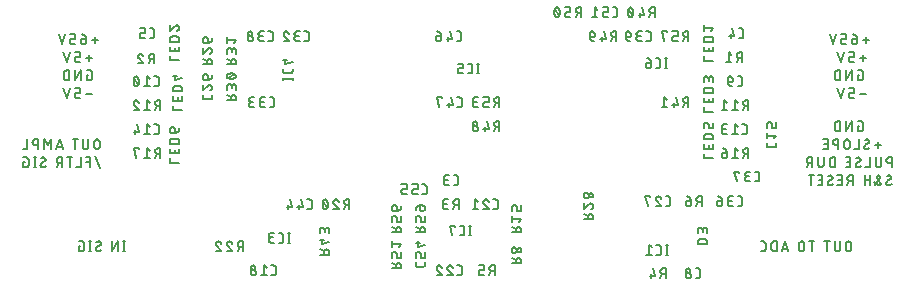
<source format=gbr>
G04 EAGLE Gerber RS-274X export*
G75*
%MOMM*%
%FSLAX34Y34*%
%LPD*%
%INSilkscreen Bottom*%
%IPPOS*%
%AMOC8*
5,1,8,0,0,1.08239X$1,22.5*%
G01*
%ADD10C,0.203200*%


D10*
X-21336Y629017D02*
X-26755Y629017D01*
X-24045Y626308D02*
X-24045Y631726D01*
X-31541Y625856D02*
X-34250Y625856D01*
X-34333Y625858D01*
X-34417Y625864D01*
X-34500Y625873D01*
X-34582Y625887D01*
X-34663Y625904D01*
X-34744Y625925D01*
X-34824Y625950D01*
X-34902Y625978D01*
X-34979Y626010D01*
X-35055Y626045D01*
X-35129Y626084D01*
X-35201Y626127D01*
X-35271Y626172D01*
X-35338Y626221D01*
X-35404Y626273D01*
X-35467Y626327D01*
X-35527Y626385D01*
X-35585Y626445D01*
X-35639Y626508D01*
X-35691Y626574D01*
X-35740Y626641D01*
X-35786Y626711D01*
X-35828Y626783D01*
X-35867Y626857D01*
X-35902Y626933D01*
X-35934Y627010D01*
X-35962Y627088D01*
X-35987Y627168D01*
X-36008Y627249D01*
X-36025Y627330D01*
X-36039Y627413D01*
X-36048Y627495D01*
X-36054Y627579D01*
X-36056Y627662D01*
X-36057Y627662D02*
X-36057Y628565D01*
X-36056Y628565D02*
X-36054Y628648D01*
X-36048Y628732D01*
X-36039Y628815D01*
X-36025Y628897D01*
X-36008Y628978D01*
X-35987Y629059D01*
X-35962Y629139D01*
X-35934Y629217D01*
X-35902Y629294D01*
X-35867Y629370D01*
X-35828Y629444D01*
X-35785Y629516D01*
X-35740Y629586D01*
X-35691Y629653D01*
X-35639Y629719D01*
X-35585Y629782D01*
X-35527Y629842D01*
X-35467Y629900D01*
X-35404Y629954D01*
X-35338Y630006D01*
X-35271Y630055D01*
X-35201Y630100D01*
X-35129Y630143D01*
X-35055Y630182D01*
X-34979Y630217D01*
X-34902Y630249D01*
X-34824Y630277D01*
X-34744Y630302D01*
X-34663Y630323D01*
X-34582Y630340D01*
X-34500Y630354D01*
X-34417Y630363D01*
X-34333Y630369D01*
X-34250Y630371D01*
X-34250Y630372D02*
X-31541Y630372D01*
X-31541Y633984D01*
X-36057Y633984D01*
X-40234Y633984D02*
X-42943Y625856D01*
X-45652Y633984D01*
X-26755Y598537D02*
X-21336Y598537D01*
X-31541Y595376D02*
X-34250Y595376D01*
X-34333Y595378D01*
X-34417Y595384D01*
X-34500Y595393D01*
X-34582Y595407D01*
X-34663Y595424D01*
X-34744Y595445D01*
X-34824Y595470D01*
X-34902Y595498D01*
X-34979Y595530D01*
X-35055Y595565D01*
X-35129Y595604D01*
X-35201Y595647D01*
X-35271Y595692D01*
X-35338Y595741D01*
X-35404Y595793D01*
X-35467Y595847D01*
X-35527Y595905D01*
X-35585Y595965D01*
X-35639Y596028D01*
X-35691Y596094D01*
X-35740Y596161D01*
X-35786Y596231D01*
X-35828Y596303D01*
X-35867Y596377D01*
X-35902Y596453D01*
X-35934Y596530D01*
X-35962Y596608D01*
X-35987Y596688D01*
X-36008Y596769D01*
X-36025Y596850D01*
X-36039Y596933D01*
X-36048Y597015D01*
X-36054Y597099D01*
X-36056Y597182D01*
X-36057Y597182D02*
X-36057Y598085D01*
X-36056Y598085D02*
X-36054Y598168D01*
X-36048Y598252D01*
X-36039Y598335D01*
X-36025Y598417D01*
X-36008Y598498D01*
X-35987Y598579D01*
X-35962Y598659D01*
X-35934Y598737D01*
X-35902Y598814D01*
X-35867Y598890D01*
X-35828Y598964D01*
X-35785Y599036D01*
X-35740Y599106D01*
X-35691Y599173D01*
X-35639Y599239D01*
X-35585Y599302D01*
X-35527Y599362D01*
X-35467Y599420D01*
X-35404Y599474D01*
X-35338Y599526D01*
X-35271Y599575D01*
X-35201Y599620D01*
X-35129Y599663D01*
X-35055Y599702D01*
X-34979Y599737D01*
X-34902Y599769D01*
X-34824Y599797D01*
X-34744Y599822D01*
X-34663Y599843D01*
X-34582Y599860D01*
X-34500Y599874D01*
X-34417Y599883D01*
X-34333Y599889D01*
X-34250Y599891D01*
X-34250Y599892D02*
X-31541Y599892D01*
X-31541Y603504D01*
X-36057Y603504D01*
X-40234Y603504D02*
X-42943Y595376D01*
X-45652Y603504D01*
X-21675Y644257D02*
X-16256Y644257D01*
X-18965Y641548D02*
X-18965Y646966D01*
X-26461Y645612D02*
X-29170Y645612D01*
X-29170Y645611D02*
X-29253Y645609D01*
X-29337Y645603D01*
X-29420Y645594D01*
X-29502Y645580D01*
X-29583Y645563D01*
X-29664Y645542D01*
X-29744Y645517D01*
X-29822Y645489D01*
X-29899Y645457D01*
X-29975Y645422D01*
X-30049Y645383D01*
X-30121Y645340D01*
X-30191Y645295D01*
X-30258Y645246D01*
X-30324Y645194D01*
X-30387Y645140D01*
X-30447Y645082D01*
X-30505Y645022D01*
X-30559Y644959D01*
X-30611Y644893D01*
X-30660Y644826D01*
X-30705Y644756D01*
X-30748Y644684D01*
X-30787Y644610D01*
X-30822Y644534D01*
X-30854Y644457D01*
X-30882Y644379D01*
X-30907Y644299D01*
X-30928Y644218D01*
X-30945Y644137D01*
X-30959Y644055D01*
X-30968Y643972D01*
X-30974Y643888D01*
X-30976Y643805D01*
X-30977Y643805D02*
X-30977Y643354D01*
X-30975Y643261D01*
X-30969Y643168D01*
X-30960Y643075D01*
X-30946Y642982D01*
X-30929Y642891D01*
X-30908Y642800D01*
X-30883Y642710D01*
X-30855Y642621D01*
X-30823Y642533D01*
X-30787Y642447D01*
X-30748Y642362D01*
X-30705Y642279D01*
X-30659Y642198D01*
X-30609Y642119D01*
X-30557Y642042D01*
X-30501Y641967D01*
X-30442Y641895D01*
X-30380Y641825D01*
X-30316Y641757D01*
X-30248Y641693D01*
X-30178Y641631D01*
X-30106Y641572D01*
X-30031Y641516D01*
X-29954Y641464D01*
X-29875Y641414D01*
X-29794Y641368D01*
X-29711Y641325D01*
X-29626Y641286D01*
X-29540Y641250D01*
X-29452Y641218D01*
X-29363Y641190D01*
X-29273Y641165D01*
X-29182Y641144D01*
X-29091Y641127D01*
X-28998Y641113D01*
X-28905Y641104D01*
X-28812Y641098D01*
X-28719Y641096D01*
X-28626Y641098D01*
X-28533Y641104D01*
X-28440Y641113D01*
X-28347Y641127D01*
X-28256Y641144D01*
X-28165Y641165D01*
X-28075Y641190D01*
X-27986Y641218D01*
X-27898Y641250D01*
X-27812Y641286D01*
X-27727Y641325D01*
X-27644Y641368D01*
X-27563Y641414D01*
X-27484Y641464D01*
X-27407Y641516D01*
X-27332Y641572D01*
X-27260Y641631D01*
X-27190Y641693D01*
X-27122Y641757D01*
X-27058Y641825D01*
X-26996Y641895D01*
X-26937Y641967D01*
X-26881Y642042D01*
X-26829Y642119D01*
X-26779Y642198D01*
X-26733Y642279D01*
X-26690Y642362D01*
X-26651Y642447D01*
X-26615Y642533D01*
X-26583Y642621D01*
X-26555Y642710D01*
X-26530Y642800D01*
X-26509Y642891D01*
X-26492Y642982D01*
X-26478Y643075D01*
X-26469Y643168D01*
X-26463Y643261D01*
X-26461Y643354D01*
X-26461Y645612D01*
X-26462Y645612D02*
X-26464Y645730D01*
X-26470Y645848D01*
X-26479Y645966D01*
X-26493Y646083D01*
X-26510Y646200D01*
X-26531Y646317D01*
X-26556Y646432D01*
X-26585Y646547D01*
X-26618Y646661D01*
X-26654Y646773D01*
X-26694Y646884D01*
X-26737Y646994D01*
X-26784Y647103D01*
X-26834Y647210D01*
X-26888Y647315D01*
X-26946Y647418D01*
X-27007Y647519D01*
X-27071Y647619D01*
X-27138Y647716D01*
X-27208Y647811D01*
X-27282Y647903D01*
X-27358Y647994D01*
X-27438Y648081D01*
X-27520Y648166D01*
X-27605Y648248D01*
X-27692Y648328D01*
X-27783Y648404D01*
X-27875Y648478D01*
X-27970Y648548D01*
X-28067Y648615D01*
X-28167Y648679D01*
X-28268Y648740D01*
X-28371Y648797D01*
X-28476Y648851D01*
X-28583Y648902D01*
X-28692Y648949D01*
X-28802Y648992D01*
X-28913Y649032D01*
X-29025Y649068D01*
X-29139Y649101D01*
X-29254Y649130D01*
X-29369Y649155D01*
X-29486Y649176D01*
X-29603Y649193D01*
X-29720Y649207D01*
X-29838Y649216D01*
X-29956Y649222D01*
X-30074Y649224D01*
X-35605Y641096D02*
X-38314Y641096D01*
X-38397Y641098D01*
X-38481Y641104D01*
X-38564Y641113D01*
X-38646Y641127D01*
X-38727Y641144D01*
X-38808Y641165D01*
X-38888Y641190D01*
X-38966Y641218D01*
X-39043Y641250D01*
X-39119Y641285D01*
X-39193Y641324D01*
X-39265Y641367D01*
X-39335Y641412D01*
X-39402Y641461D01*
X-39468Y641513D01*
X-39531Y641567D01*
X-39591Y641625D01*
X-39649Y641685D01*
X-39703Y641748D01*
X-39755Y641814D01*
X-39804Y641881D01*
X-39850Y641951D01*
X-39892Y642023D01*
X-39931Y642097D01*
X-39966Y642173D01*
X-39998Y642250D01*
X-40026Y642328D01*
X-40051Y642408D01*
X-40072Y642489D01*
X-40089Y642570D01*
X-40103Y642653D01*
X-40112Y642735D01*
X-40118Y642819D01*
X-40120Y642902D01*
X-40121Y642902D02*
X-40121Y643805D01*
X-40120Y643805D02*
X-40118Y643888D01*
X-40112Y643972D01*
X-40103Y644055D01*
X-40089Y644137D01*
X-40072Y644218D01*
X-40051Y644299D01*
X-40026Y644379D01*
X-39998Y644457D01*
X-39966Y644534D01*
X-39931Y644610D01*
X-39892Y644684D01*
X-39849Y644756D01*
X-39804Y644826D01*
X-39755Y644893D01*
X-39703Y644959D01*
X-39649Y645022D01*
X-39591Y645082D01*
X-39531Y645140D01*
X-39468Y645194D01*
X-39402Y645246D01*
X-39335Y645295D01*
X-39265Y645340D01*
X-39193Y645383D01*
X-39119Y645422D01*
X-39043Y645457D01*
X-38966Y645489D01*
X-38888Y645517D01*
X-38808Y645542D01*
X-38727Y645563D01*
X-38646Y645580D01*
X-38564Y645594D01*
X-38481Y645603D01*
X-38397Y645609D01*
X-38314Y645611D01*
X-38314Y645612D02*
X-35605Y645612D01*
X-35605Y649224D01*
X-40121Y649224D01*
X-44298Y649224D02*
X-47007Y641096D01*
X-49716Y649224D01*
X-25852Y615132D02*
X-24497Y615132D01*
X-25852Y615132D02*
X-25852Y610616D01*
X-23142Y610616D01*
X-23059Y610618D01*
X-22975Y610624D01*
X-22892Y610633D01*
X-22810Y610647D01*
X-22729Y610664D01*
X-22648Y610685D01*
X-22568Y610710D01*
X-22490Y610738D01*
X-22413Y610770D01*
X-22337Y610805D01*
X-22263Y610844D01*
X-22191Y610887D01*
X-22121Y610932D01*
X-22054Y610981D01*
X-21988Y611033D01*
X-21925Y611087D01*
X-21865Y611145D01*
X-21807Y611205D01*
X-21753Y611268D01*
X-21701Y611334D01*
X-21652Y611401D01*
X-21607Y611471D01*
X-21564Y611543D01*
X-21525Y611617D01*
X-21490Y611693D01*
X-21458Y611770D01*
X-21430Y611848D01*
X-21405Y611928D01*
X-21384Y612009D01*
X-21367Y612090D01*
X-21353Y612172D01*
X-21344Y612255D01*
X-21338Y612339D01*
X-21336Y612422D01*
X-21336Y616938D01*
X-21338Y617021D01*
X-21344Y617105D01*
X-21353Y617188D01*
X-21367Y617270D01*
X-21384Y617351D01*
X-21405Y617432D01*
X-21430Y617512D01*
X-21458Y617590D01*
X-21490Y617667D01*
X-21525Y617743D01*
X-21564Y617817D01*
X-21607Y617889D01*
X-21652Y617959D01*
X-21701Y618026D01*
X-21753Y618092D01*
X-21807Y618155D01*
X-21865Y618215D01*
X-21925Y618273D01*
X-21988Y618327D01*
X-22054Y618379D01*
X-22121Y618428D01*
X-22191Y618473D01*
X-22263Y618516D01*
X-22337Y618555D01*
X-22412Y618590D01*
X-22490Y618622D01*
X-22568Y618650D01*
X-22648Y618675D01*
X-22728Y618696D01*
X-22810Y618713D01*
X-22892Y618727D01*
X-22975Y618736D01*
X-23059Y618742D01*
X-23142Y618744D01*
X-25852Y618744D01*
X-31090Y618744D02*
X-31090Y610616D01*
X-35605Y610616D02*
X-31090Y618744D01*
X-35605Y618744D02*
X-35605Y610616D01*
X-40843Y610616D02*
X-40843Y618744D01*
X-43101Y618744D01*
X-43194Y618742D01*
X-43287Y618736D01*
X-43380Y618727D01*
X-43473Y618713D01*
X-43564Y618696D01*
X-43655Y618675D01*
X-43745Y618650D01*
X-43834Y618622D01*
X-43922Y618590D01*
X-44008Y618554D01*
X-44093Y618515D01*
X-44176Y618472D01*
X-44257Y618426D01*
X-44336Y618376D01*
X-44413Y618324D01*
X-44488Y618268D01*
X-44560Y618209D01*
X-44630Y618147D01*
X-44698Y618083D01*
X-44762Y618015D01*
X-44824Y617945D01*
X-44883Y617873D01*
X-44939Y617798D01*
X-44991Y617721D01*
X-45041Y617642D01*
X-45087Y617561D01*
X-45130Y617478D01*
X-45169Y617393D01*
X-45205Y617307D01*
X-45237Y617219D01*
X-45265Y617130D01*
X-45290Y617040D01*
X-45311Y616949D01*
X-45328Y616858D01*
X-45342Y616765D01*
X-45351Y616672D01*
X-45357Y616579D01*
X-45359Y616486D01*
X-45359Y612874D01*
X-45357Y612781D01*
X-45351Y612688D01*
X-45342Y612595D01*
X-45328Y612502D01*
X-45311Y612411D01*
X-45290Y612320D01*
X-45265Y612230D01*
X-45237Y612141D01*
X-45205Y612053D01*
X-45169Y611967D01*
X-45130Y611882D01*
X-45087Y611799D01*
X-45041Y611718D01*
X-44991Y611639D01*
X-44939Y611562D01*
X-44883Y611487D01*
X-44824Y611415D01*
X-44762Y611345D01*
X-44698Y611277D01*
X-44630Y611213D01*
X-44560Y611151D01*
X-44488Y611092D01*
X-44413Y611036D01*
X-44336Y610984D01*
X-44257Y610934D01*
X-44176Y610888D01*
X-44093Y610845D01*
X-44008Y610806D01*
X-43922Y610770D01*
X-43834Y610738D01*
X-43745Y610710D01*
X-43655Y610685D01*
X-43564Y610664D01*
X-43473Y610647D01*
X-43380Y610633D01*
X-43287Y610624D01*
X-43194Y610618D01*
X-43101Y610616D01*
X-40843Y610616D01*
X631105Y644257D02*
X636524Y644257D01*
X633815Y641548D02*
X633815Y646966D01*
X626319Y645612D02*
X623610Y645612D01*
X623610Y645611D02*
X623527Y645609D01*
X623443Y645603D01*
X623360Y645594D01*
X623278Y645580D01*
X623197Y645563D01*
X623116Y645542D01*
X623036Y645517D01*
X622958Y645489D01*
X622881Y645457D01*
X622805Y645422D01*
X622731Y645383D01*
X622659Y645340D01*
X622589Y645295D01*
X622522Y645246D01*
X622456Y645194D01*
X622393Y645140D01*
X622333Y645082D01*
X622275Y645022D01*
X622221Y644959D01*
X622169Y644893D01*
X622120Y644826D01*
X622075Y644756D01*
X622032Y644684D01*
X621993Y644610D01*
X621958Y644535D01*
X621926Y644457D01*
X621898Y644379D01*
X621873Y644299D01*
X621852Y644219D01*
X621835Y644137D01*
X621821Y644055D01*
X621812Y643972D01*
X621806Y643888D01*
X621804Y643805D01*
X621803Y643805D02*
X621803Y643354D01*
X621805Y643261D01*
X621811Y643168D01*
X621820Y643075D01*
X621834Y642982D01*
X621851Y642891D01*
X621872Y642800D01*
X621897Y642710D01*
X621925Y642621D01*
X621957Y642533D01*
X621993Y642447D01*
X622032Y642362D01*
X622075Y642279D01*
X622121Y642198D01*
X622171Y642119D01*
X622223Y642042D01*
X622279Y641967D01*
X622338Y641895D01*
X622400Y641825D01*
X622464Y641757D01*
X622532Y641693D01*
X622602Y641631D01*
X622674Y641572D01*
X622749Y641516D01*
X622826Y641464D01*
X622905Y641414D01*
X622986Y641368D01*
X623069Y641325D01*
X623154Y641286D01*
X623240Y641250D01*
X623328Y641218D01*
X623417Y641190D01*
X623507Y641165D01*
X623598Y641144D01*
X623689Y641127D01*
X623782Y641113D01*
X623875Y641104D01*
X623968Y641098D01*
X624061Y641096D01*
X624154Y641098D01*
X624247Y641104D01*
X624340Y641113D01*
X624433Y641127D01*
X624524Y641144D01*
X624615Y641165D01*
X624705Y641190D01*
X624794Y641218D01*
X624882Y641250D01*
X624968Y641286D01*
X625053Y641325D01*
X625136Y641368D01*
X625217Y641414D01*
X625296Y641464D01*
X625373Y641516D01*
X625448Y641572D01*
X625520Y641631D01*
X625590Y641693D01*
X625658Y641757D01*
X625722Y641825D01*
X625784Y641895D01*
X625843Y641967D01*
X625899Y642042D01*
X625951Y642119D01*
X626001Y642198D01*
X626047Y642279D01*
X626090Y642362D01*
X626129Y642447D01*
X626165Y642533D01*
X626197Y642621D01*
X626225Y642710D01*
X626250Y642800D01*
X626271Y642891D01*
X626288Y642982D01*
X626302Y643075D01*
X626311Y643168D01*
X626317Y643261D01*
X626319Y643354D01*
X626319Y645612D01*
X626318Y645612D02*
X626316Y645730D01*
X626310Y645848D01*
X626301Y645966D01*
X626287Y646083D01*
X626270Y646200D01*
X626249Y646317D01*
X626224Y646432D01*
X626195Y646547D01*
X626162Y646661D01*
X626126Y646773D01*
X626086Y646884D01*
X626043Y646994D01*
X625996Y647103D01*
X625946Y647210D01*
X625891Y647315D01*
X625834Y647418D01*
X625773Y647519D01*
X625709Y647619D01*
X625642Y647716D01*
X625572Y647811D01*
X625498Y647903D01*
X625422Y647994D01*
X625342Y648081D01*
X625260Y648166D01*
X625175Y648248D01*
X625088Y648328D01*
X624997Y648404D01*
X624905Y648478D01*
X624810Y648548D01*
X624713Y648615D01*
X624613Y648679D01*
X624512Y648740D01*
X624409Y648797D01*
X624304Y648852D01*
X624197Y648902D01*
X624088Y648949D01*
X623978Y648992D01*
X623867Y649032D01*
X623755Y649068D01*
X623641Y649101D01*
X623526Y649130D01*
X623411Y649155D01*
X623294Y649176D01*
X623177Y649193D01*
X623060Y649207D01*
X622942Y649216D01*
X622824Y649222D01*
X622706Y649224D01*
X617175Y641096D02*
X614466Y641096D01*
X614383Y641098D01*
X614299Y641104D01*
X614216Y641113D01*
X614134Y641127D01*
X614053Y641144D01*
X613972Y641165D01*
X613892Y641190D01*
X613814Y641218D01*
X613737Y641250D01*
X613661Y641285D01*
X613587Y641324D01*
X613515Y641367D01*
X613445Y641412D01*
X613378Y641461D01*
X613312Y641513D01*
X613249Y641567D01*
X613189Y641625D01*
X613131Y641685D01*
X613077Y641748D01*
X613025Y641814D01*
X612976Y641881D01*
X612931Y641951D01*
X612888Y642023D01*
X612849Y642097D01*
X612814Y642173D01*
X612782Y642250D01*
X612754Y642328D01*
X612729Y642408D01*
X612708Y642489D01*
X612691Y642570D01*
X612677Y642652D01*
X612668Y642735D01*
X612662Y642819D01*
X612660Y642902D01*
X612659Y642902D02*
X612659Y643805D01*
X612660Y643805D02*
X612662Y643888D01*
X612668Y643972D01*
X612677Y644055D01*
X612691Y644137D01*
X612708Y644218D01*
X612729Y644299D01*
X612754Y644379D01*
X612782Y644457D01*
X612814Y644534D01*
X612849Y644610D01*
X612888Y644684D01*
X612931Y644756D01*
X612976Y644826D01*
X613025Y644893D01*
X613077Y644959D01*
X613131Y645022D01*
X613189Y645082D01*
X613249Y645140D01*
X613312Y645194D01*
X613378Y645246D01*
X613445Y645295D01*
X613515Y645341D01*
X613587Y645383D01*
X613661Y645422D01*
X613737Y645457D01*
X613814Y645489D01*
X613892Y645517D01*
X613972Y645542D01*
X614053Y645563D01*
X614134Y645580D01*
X614217Y645594D01*
X614299Y645603D01*
X614383Y645609D01*
X614466Y645611D01*
X614466Y645612D02*
X617175Y645612D01*
X617175Y649224D01*
X612659Y649224D01*
X608483Y649224D02*
X605773Y641096D01*
X603064Y649224D01*
X628565Y629017D02*
X633984Y629017D01*
X631275Y626308D02*
X631275Y631726D01*
X623779Y625856D02*
X621070Y625856D01*
X620987Y625858D01*
X620903Y625864D01*
X620820Y625873D01*
X620738Y625887D01*
X620657Y625904D01*
X620576Y625925D01*
X620496Y625950D01*
X620418Y625978D01*
X620341Y626010D01*
X620265Y626045D01*
X620191Y626084D01*
X620119Y626127D01*
X620049Y626172D01*
X619982Y626221D01*
X619916Y626273D01*
X619853Y626327D01*
X619793Y626385D01*
X619735Y626445D01*
X619681Y626508D01*
X619629Y626574D01*
X619580Y626641D01*
X619535Y626711D01*
X619492Y626783D01*
X619453Y626857D01*
X619418Y626933D01*
X619386Y627010D01*
X619358Y627088D01*
X619333Y627168D01*
X619312Y627249D01*
X619295Y627330D01*
X619281Y627412D01*
X619272Y627495D01*
X619266Y627579D01*
X619264Y627662D01*
X619263Y627662D02*
X619263Y628565D01*
X619264Y628565D02*
X619266Y628648D01*
X619272Y628732D01*
X619281Y628815D01*
X619295Y628897D01*
X619312Y628978D01*
X619333Y629059D01*
X619358Y629139D01*
X619386Y629217D01*
X619418Y629294D01*
X619453Y629370D01*
X619492Y629444D01*
X619535Y629516D01*
X619580Y629586D01*
X619629Y629653D01*
X619681Y629719D01*
X619735Y629782D01*
X619793Y629842D01*
X619853Y629900D01*
X619916Y629954D01*
X619982Y630006D01*
X620049Y630055D01*
X620119Y630101D01*
X620191Y630143D01*
X620265Y630182D01*
X620341Y630217D01*
X620418Y630249D01*
X620496Y630277D01*
X620576Y630302D01*
X620657Y630323D01*
X620738Y630340D01*
X620821Y630354D01*
X620903Y630363D01*
X620987Y630369D01*
X621070Y630371D01*
X621070Y630372D02*
X623779Y630372D01*
X623779Y633984D01*
X619263Y633984D01*
X615086Y633984D02*
X612377Y625856D01*
X609668Y633984D01*
X626928Y615132D02*
X628283Y615132D01*
X626928Y615132D02*
X626928Y610616D01*
X629638Y610616D01*
X629721Y610618D01*
X629805Y610624D01*
X629888Y610633D01*
X629970Y610647D01*
X630051Y610664D01*
X630132Y610685D01*
X630212Y610710D01*
X630290Y610738D01*
X630367Y610770D01*
X630443Y610805D01*
X630517Y610844D01*
X630589Y610887D01*
X630659Y610932D01*
X630726Y610981D01*
X630792Y611033D01*
X630855Y611087D01*
X630915Y611145D01*
X630973Y611205D01*
X631027Y611268D01*
X631079Y611334D01*
X631128Y611401D01*
X631174Y611471D01*
X631216Y611543D01*
X631255Y611617D01*
X631290Y611693D01*
X631322Y611770D01*
X631350Y611848D01*
X631375Y611928D01*
X631396Y612009D01*
X631413Y612090D01*
X631427Y612173D01*
X631436Y612255D01*
X631442Y612339D01*
X631444Y612422D01*
X631444Y616938D01*
X631442Y617021D01*
X631436Y617105D01*
X631427Y617188D01*
X631413Y617270D01*
X631396Y617351D01*
X631375Y617432D01*
X631350Y617512D01*
X631322Y617590D01*
X631290Y617667D01*
X631255Y617743D01*
X631216Y617817D01*
X631174Y617889D01*
X631128Y617959D01*
X631079Y618026D01*
X631027Y618092D01*
X630973Y618155D01*
X630915Y618215D01*
X630855Y618273D01*
X630792Y618327D01*
X630726Y618379D01*
X630659Y618428D01*
X630589Y618473D01*
X630517Y618516D01*
X630443Y618555D01*
X630368Y618590D01*
X630290Y618622D01*
X630212Y618650D01*
X630132Y618675D01*
X630052Y618696D01*
X629970Y618713D01*
X629888Y618727D01*
X629805Y618736D01*
X629721Y618742D01*
X629638Y618744D01*
X626928Y618744D01*
X621690Y618744D02*
X621690Y610616D01*
X617175Y610616D02*
X621690Y618744D01*
X617175Y618744D02*
X617175Y610616D01*
X611937Y610616D02*
X611937Y618744D01*
X609679Y618744D01*
X609586Y618742D01*
X609493Y618736D01*
X609400Y618727D01*
X609307Y618713D01*
X609216Y618696D01*
X609125Y618675D01*
X609035Y618650D01*
X608946Y618622D01*
X608858Y618590D01*
X608772Y618554D01*
X608687Y618515D01*
X608604Y618472D01*
X608523Y618426D01*
X608444Y618376D01*
X608367Y618324D01*
X608292Y618268D01*
X608220Y618209D01*
X608150Y618147D01*
X608082Y618083D01*
X608018Y618015D01*
X607956Y617945D01*
X607897Y617873D01*
X607841Y617798D01*
X607789Y617721D01*
X607739Y617642D01*
X607693Y617561D01*
X607650Y617478D01*
X607611Y617393D01*
X607575Y617307D01*
X607543Y617219D01*
X607515Y617130D01*
X607490Y617040D01*
X607469Y616949D01*
X607452Y616858D01*
X607438Y616765D01*
X607429Y616672D01*
X607423Y616579D01*
X607421Y616486D01*
X607421Y612874D01*
X607423Y612781D01*
X607429Y612688D01*
X607438Y612595D01*
X607452Y612502D01*
X607469Y612411D01*
X607490Y612320D01*
X607515Y612230D01*
X607543Y612141D01*
X607575Y612053D01*
X607611Y611967D01*
X607650Y611882D01*
X607693Y611799D01*
X607739Y611718D01*
X607789Y611639D01*
X607841Y611562D01*
X607897Y611487D01*
X607956Y611415D01*
X608018Y611345D01*
X608082Y611277D01*
X608150Y611213D01*
X608220Y611151D01*
X608292Y611092D01*
X608367Y611036D01*
X608444Y610984D01*
X608523Y610934D01*
X608604Y610888D01*
X608687Y610845D01*
X608772Y610806D01*
X608858Y610770D01*
X608946Y610738D01*
X609035Y610710D01*
X609125Y610685D01*
X609216Y610664D01*
X609307Y610647D01*
X609400Y610633D01*
X609493Y610624D01*
X609586Y610618D01*
X609679Y610616D01*
X611937Y610616D01*
X628565Y598537D02*
X633984Y598537D01*
X623779Y595376D02*
X621070Y595376D01*
X620987Y595378D01*
X620903Y595384D01*
X620820Y595393D01*
X620738Y595407D01*
X620657Y595424D01*
X620576Y595445D01*
X620496Y595470D01*
X620418Y595498D01*
X620341Y595530D01*
X620265Y595565D01*
X620191Y595604D01*
X620119Y595647D01*
X620049Y595692D01*
X619982Y595741D01*
X619916Y595793D01*
X619853Y595847D01*
X619793Y595905D01*
X619735Y595965D01*
X619681Y596028D01*
X619629Y596094D01*
X619580Y596161D01*
X619535Y596231D01*
X619492Y596303D01*
X619453Y596377D01*
X619418Y596453D01*
X619386Y596530D01*
X619358Y596608D01*
X619333Y596688D01*
X619312Y596769D01*
X619295Y596850D01*
X619281Y596932D01*
X619272Y597015D01*
X619266Y597099D01*
X619264Y597182D01*
X619263Y597182D02*
X619263Y598085D01*
X619264Y598085D02*
X619266Y598168D01*
X619272Y598252D01*
X619281Y598335D01*
X619295Y598417D01*
X619312Y598498D01*
X619333Y598579D01*
X619358Y598659D01*
X619386Y598737D01*
X619418Y598814D01*
X619453Y598890D01*
X619492Y598964D01*
X619535Y599036D01*
X619580Y599106D01*
X619629Y599173D01*
X619681Y599239D01*
X619735Y599302D01*
X619793Y599362D01*
X619853Y599420D01*
X619916Y599474D01*
X619982Y599526D01*
X620049Y599575D01*
X620119Y599621D01*
X620191Y599663D01*
X620265Y599702D01*
X620341Y599737D01*
X620418Y599769D01*
X620496Y599797D01*
X620576Y599822D01*
X620657Y599843D01*
X620738Y599860D01*
X620821Y599874D01*
X620903Y599883D01*
X620987Y599889D01*
X621070Y599891D01*
X621070Y599892D02*
X623779Y599892D01*
X623779Y603504D01*
X619263Y603504D01*
X615086Y603504D02*
X612377Y595376D01*
X609668Y603504D01*
X626928Y571952D02*
X628283Y571952D01*
X626928Y571952D02*
X626928Y567436D01*
X629638Y567436D01*
X629721Y567438D01*
X629805Y567444D01*
X629888Y567453D01*
X629970Y567467D01*
X630051Y567484D01*
X630132Y567505D01*
X630212Y567530D01*
X630290Y567558D01*
X630367Y567590D01*
X630443Y567625D01*
X630517Y567664D01*
X630589Y567707D01*
X630659Y567752D01*
X630726Y567801D01*
X630792Y567853D01*
X630855Y567907D01*
X630915Y567965D01*
X630973Y568025D01*
X631027Y568088D01*
X631079Y568154D01*
X631128Y568221D01*
X631174Y568291D01*
X631216Y568363D01*
X631255Y568437D01*
X631290Y568513D01*
X631322Y568590D01*
X631350Y568668D01*
X631375Y568748D01*
X631396Y568829D01*
X631413Y568910D01*
X631427Y568993D01*
X631436Y569075D01*
X631442Y569159D01*
X631444Y569242D01*
X631444Y573758D01*
X631442Y573841D01*
X631436Y573925D01*
X631427Y574008D01*
X631413Y574090D01*
X631396Y574171D01*
X631375Y574252D01*
X631350Y574332D01*
X631322Y574410D01*
X631290Y574487D01*
X631255Y574563D01*
X631216Y574637D01*
X631174Y574709D01*
X631128Y574779D01*
X631079Y574846D01*
X631027Y574912D01*
X630973Y574975D01*
X630915Y575035D01*
X630855Y575093D01*
X630792Y575147D01*
X630726Y575199D01*
X630659Y575248D01*
X630589Y575293D01*
X630517Y575336D01*
X630443Y575375D01*
X630368Y575410D01*
X630290Y575442D01*
X630212Y575470D01*
X630132Y575495D01*
X630052Y575516D01*
X629970Y575533D01*
X629888Y575547D01*
X629805Y575556D01*
X629721Y575562D01*
X629638Y575564D01*
X626928Y575564D01*
X621690Y575564D02*
X621690Y567436D01*
X617175Y567436D02*
X621690Y575564D01*
X617175Y575564D02*
X617175Y567436D01*
X611937Y567436D02*
X611937Y575564D01*
X609679Y575564D01*
X609586Y575562D01*
X609493Y575556D01*
X609400Y575547D01*
X609307Y575533D01*
X609216Y575516D01*
X609125Y575495D01*
X609035Y575470D01*
X608946Y575442D01*
X608858Y575410D01*
X608772Y575374D01*
X608687Y575335D01*
X608604Y575292D01*
X608523Y575246D01*
X608444Y575196D01*
X608367Y575144D01*
X608292Y575088D01*
X608220Y575029D01*
X608150Y574967D01*
X608082Y574903D01*
X608018Y574835D01*
X607956Y574765D01*
X607897Y574693D01*
X607841Y574618D01*
X607789Y574541D01*
X607739Y574462D01*
X607693Y574381D01*
X607650Y574298D01*
X607611Y574213D01*
X607575Y574127D01*
X607543Y574039D01*
X607515Y573950D01*
X607490Y573860D01*
X607469Y573769D01*
X607452Y573678D01*
X607438Y573585D01*
X607429Y573492D01*
X607423Y573399D01*
X607421Y573306D01*
X607421Y569694D01*
X607423Y569601D01*
X607429Y569508D01*
X607438Y569415D01*
X607452Y569322D01*
X607469Y569231D01*
X607490Y569140D01*
X607515Y569050D01*
X607543Y568961D01*
X607575Y568873D01*
X607611Y568787D01*
X607650Y568702D01*
X607693Y568619D01*
X607739Y568538D01*
X607789Y568459D01*
X607841Y568382D01*
X607897Y568307D01*
X607956Y568235D01*
X608018Y568165D01*
X608082Y568097D01*
X608150Y568033D01*
X608220Y567971D01*
X608292Y567912D01*
X608367Y567856D01*
X608444Y567804D01*
X608523Y567754D01*
X608604Y567708D01*
X608687Y567665D01*
X608772Y567626D01*
X608858Y567590D01*
X608946Y567558D01*
X609035Y567530D01*
X609125Y567505D01*
X609216Y567484D01*
X609307Y567467D01*
X609400Y567453D01*
X609493Y567444D01*
X609586Y567438D01*
X609679Y567436D01*
X611937Y567436D01*
X641265Y555357D02*
X646684Y555357D01*
X643975Y552648D02*
X643975Y558066D01*
X634074Y552196D02*
X633991Y552198D01*
X633907Y552204D01*
X633824Y552213D01*
X633742Y552227D01*
X633661Y552244D01*
X633580Y552265D01*
X633500Y552290D01*
X633422Y552318D01*
X633345Y552350D01*
X633269Y552385D01*
X633195Y552424D01*
X633123Y552467D01*
X633053Y552512D01*
X632986Y552561D01*
X632920Y552613D01*
X632857Y552667D01*
X632797Y552725D01*
X632739Y552785D01*
X632685Y552848D01*
X632633Y552914D01*
X632584Y552981D01*
X632539Y553051D01*
X632496Y553123D01*
X632457Y553197D01*
X632422Y553273D01*
X632390Y553350D01*
X632362Y553428D01*
X632337Y553508D01*
X632316Y553589D01*
X632299Y553670D01*
X632285Y553752D01*
X632276Y553835D01*
X632270Y553919D01*
X632268Y554002D01*
X634074Y552196D02*
X634195Y552198D01*
X634315Y552204D01*
X634435Y552213D01*
X634555Y552226D01*
X634674Y552243D01*
X634793Y552264D01*
X634911Y552289D01*
X635028Y552317D01*
X635144Y552349D01*
X635259Y552385D01*
X635373Y552424D01*
X635486Y552467D01*
X635597Y552513D01*
X635707Y552563D01*
X635815Y552616D01*
X635921Y552673D01*
X636026Y552733D01*
X636128Y552796D01*
X636229Y552863D01*
X636327Y552932D01*
X636423Y553005D01*
X636517Y553081D01*
X636609Y553159D01*
X636697Y553241D01*
X636784Y553325D01*
X636558Y558518D02*
X636556Y558601D01*
X636550Y558685D01*
X636541Y558768D01*
X636527Y558850D01*
X636510Y558931D01*
X636489Y559012D01*
X636464Y559092D01*
X636436Y559170D01*
X636404Y559247D01*
X636369Y559323D01*
X636330Y559397D01*
X636287Y559469D01*
X636242Y559539D01*
X636193Y559606D01*
X636141Y559672D01*
X636087Y559735D01*
X636029Y559795D01*
X635969Y559853D01*
X635906Y559907D01*
X635840Y559959D01*
X635773Y560008D01*
X635703Y560053D01*
X635631Y560096D01*
X635557Y560135D01*
X635481Y560170D01*
X635404Y560202D01*
X635326Y560230D01*
X635246Y560255D01*
X635165Y560276D01*
X635084Y560293D01*
X635002Y560307D01*
X634919Y560316D01*
X634835Y560322D01*
X634752Y560324D01*
X634637Y560322D01*
X634523Y560316D01*
X634408Y560307D01*
X634295Y560293D01*
X634181Y560276D01*
X634068Y560254D01*
X633957Y560229D01*
X633845Y560200D01*
X633735Y560168D01*
X633627Y560132D01*
X633519Y560092D01*
X633413Y560048D01*
X633308Y560001D01*
X633206Y559950D01*
X633104Y559896D01*
X633005Y559839D01*
X632908Y559778D01*
X632813Y559714D01*
X632720Y559647D01*
X635655Y556938D02*
X635725Y556982D01*
X635794Y557028D01*
X635860Y557078D01*
X635924Y557131D01*
X635985Y557186D01*
X636044Y557245D01*
X636100Y557306D01*
X636153Y557369D01*
X636204Y557435D01*
X636251Y557502D01*
X636295Y557572D01*
X636336Y557644D01*
X636374Y557718D01*
X636409Y557793D01*
X636440Y557870D01*
X636467Y557948D01*
X636491Y558027D01*
X636511Y558108D01*
X636528Y558189D01*
X636541Y558270D01*
X636551Y558353D01*
X636556Y558435D01*
X636558Y558518D01*
X633172Y555582D02*
X633102Y555538D01*
X633033Y555492D01*
X632967Y555442D01*
X632903Y555389D01*
X632842Y555334D01*
X632783Y555275D01*
X632727Y555214D01*
X632674Y555151D01*
X632623Y555085D01*
X632576Y555018D01*
X632532Y554948D01*
X632491Y554876D01*
X632453Y554802D01*
X632418Y554727D01*
X632387Y554650D01*
X632360Y554572D01*
X632336Y554493D01*
X632316Y554412D01*
X632299Y554331D01*
X632286Y554250D01*
X632276Y554167D01*
X632271Y554085D01*
X632269Y554002D01*
X633171Y555583D02*
X635655Y556937D01*
X627608Y560324D02*
X627608Y552196D01*
X623996Y552196D01*
X620020Y554454D02*
X620020Y558066D01*
X620018Y558159D01*
X620012Y558252D01*
X620003Y558345D01*
X619989Y558438D01*
X619972Y558529D01*
X619951Y558620D01*
X619926Y558710D01*
X619898Y558799D01*
X619866Y558887D01*
X619830Y558973D01*
X619791Y559058D01*
X619748Y559141D01*
X619702Y559222D01*
X619652Y559301D01*
X619600Y559378D01*
X619544Y559453D01*
X619485Y559525D01*
X619423Y559595D01*
X619359Y559663D01*
X619291Y559727D01*
X619221Y559789D01*
X619149Y559848D01*
X619074Y559904D01*
X618997Y559956D01*
X618918Y560006D01*
X618837Y560052D01*
X618754Y560095D01*
X618669Y560134D01*
X618583Y560170D01*
X618495Y560202D01*
X618406Y560230D01*
X618316Y560255D01*
X618225Y560276D01*
X618134Y560293D01*
X618041Y560307D01*
X617948Y560316D01*
X617855Y560322D01*
X617762Y560324D01*
X617669Y560322D01*
X617576Y560316D01*
X617483Y560307D01*
X617390Y560293D01*
X617299Y560276D01*
X617208Y560255D01*
X617118Y560230D01*
X617029Y560202D01*
X616941Y560170D01*
X616855Y560134D01*
X616770Y560095D01*
X616687Y560052D01*
X616606Y560006D01*
X616527Y559956D01*
X616450Y559904D01*
X616375Y559848D01*
X616303Y559789D01*
X616233Y559727D01*
X616165Y559663D01*
X616101Y559595D01*
X616039Y559525D01*
X615980Y559453D01*
X615924Y559378D01*
X615872Y559301D01*
X615822Y559222D01*
X615776Y559141D01*
X615733Y559058D01*
X615694Y558973D01*
X615658Y558887D01*
X615626Y558799D01*
X615598Y558710D01*
X615573Y558620D01*
X615552Y558529D01*
X615535Y558438D01*
X615521Y558345D01*
X615512Y558252D01*
X615506Y558159D01*
X615504Y558066D01*
X615504Y554454D01*
X615506Y554361D01*
X615512Y554268D01*
X615521Y554175D01*
X615535Y554082D01*
X615552Y553991D01*
X615573Y553900D01*
X615598Y553810D01*
X615626Y553721D01*
X615658Y553633D01*
X615694Y553547D01*
X615733Y553462D01*
X615776Y553379D01*
X615822Y553298D01*
X615872Y553219D01*
X615924Y553142D01*
X615980Y553067D01*
X616039Y552995D01*
X616101Y552925D01*
X616165Y552857D01*
X616233Y552793D01*
X616303Y552731D01*
X616375Y552672D01*
X616450Y552616D01*
X616527Y552564D01*
X616606Y552514D01*
X616687Y552468D01*
X616770Y552425D01*
X616855Y552386D01*
X616941Y552350D01*
X617029Y552318D01*
X617118Y552290D01*
X617208Y552265D01*
X617299Y552244D01*
X617390Y552227D01*
X617483Y552213D01*
X617576Y552204D01*
X617669Y552198D01*
X617762Y552196D01*
X617855Y552198D01*
X617948Y552204D01*
X618041Y552213D01*
X618134Y552227D01*
X618225Y552244D01*
X618316Y552265D01*
X618406Y552290D01*
X618495Y552318D01*
X618583Y552350D01*
X618669Y552386D01*
X618754Y552425D01*
X618837Y552468D01*
X618918Y552514D01*
X618997Y552564D01*
X619074Y552616D01*
X619149Y552672D01*
X619221Y552731D01*
X619291Y552793D01*
X619359Y552857D01*
X619423Y552925D01*
X619485Y552995D01*
X619544Y553067D01*
X619600Y553142D01*
X619652Y553219D01*
X619702Y553298D01*
X619748Y553379D01*
X619791Y553462D01*
X619830Y553547D01*
X619866Y553633D01*
X619898Y553721D01*
X619926Y553810D01*
X619951Y553900D01*
X619972Y553991D01*
X619989Y554082D01*
X620003Y554175D01*
X620012Y554268D01*
X620018Y554361D01*
X620020Y554454D01*
X610334Y552196D02*
X610334Y560324D01*
X608076Y560324D01*
X607983Y560322D01*
X607890Y560316D01*
X607797Y560307D01*
X607704Y560293D01*
X607613Y560276D01*
X607522Y560255D01*
X607432Y560230D01*
X607343Y560202D01*
X607255Y560170D01*
X607169Y560134D01*
X607084Y560095D01*
X607001Y560052D01*
X606920Y560006D01*
X606841Y559956D01*
X606764Y559904D01*
X606689Y559848D01*
X606617Y559789D01*
X606547Y559727D01*
X606479Y559663D01*
X606415Y559595D01*
X606353Y559525D01*
X606294Y559453D01*
X606238Y559378D01*
X606186Y559301D01*
X606136Y559222D01*
X606090Y559141D01*
X606047Y559058D01*
X606008Y558973D01*
X605972Y558887D01*
X605940Y558799D01*
X605912Y558710D01*
X605887Y558620D01*
X605866Y558529D01*
X605849Y558438D01*
X605835Y558345D01*
X605826Y558252D01*
X605820Y558159D01*
X605818Y558066D01*
X605820Y557973D01*
X605826Y557880D01*
X605835Y557787D01*
X605849Y557694D01*
X605866Y557603D01*
X605887Y557512D01*
X605912Y557422D01*
X605940Y557333D01*
X605972Y557245D01*
X606008Y557159D01*
X606047Y557074D01*
X606090Y556991D01*
X606136Y556910D01*
X606186Y556831D01*
X606238Y556754D01*
X606294Y556679D01*
X606353Y556607D01*
X606415Y556537D01*
X606479Y556469D01*
X606547Y556405D01*
X606617Y556343D01*
X606689Y556284D01*
X606764Y556228D01*
X606841Y556176D01*
X606920Y556126D01*
X607001Y556080D01*
X607084Y556037D01*
X607169Y555998D01*
X607255Y555962D01*
X607343Y555930D01*
X607432Y555902D01*
X607522Y555877D01*
X607613Y555856D01*
X607704Y555839D01*
X607797Y555825D01*
X607890Y555816D01*
X607983Y555810D01*
X608076Y555808D01*
X610334Y555808D01*
X601395Y552196D02*
X597783Y552196D01*
X601395Y552196D02*
X601395Y560324D01*
X597783Y560324D01*
X598686Y556712D02*
X601395Y556712D01*
X655574Y545084D02*
X655574Y536956D01*
X655574Y545084D02*
X653316Y545084D01*
X653223Y545082D01*
X653130Y545076D01*
X653037Y545067D01*
X652944Y545053D01*
X652853Y545036D01*
X652762Y545015D01*
X652672Y544990D01*
X652583Y544962D01*
X652495Y544930D01*
X652409Y544894D01*
X652324Y544855D01*
X652241Y544812D01*
X652160Y544766D01*
X652081Y544716D01*
X652004Y544664D01*
X651929Y544608D01*
X651857Y544549D01*
X651787Y544487D01*
X651719Y544423D01*
X651655Y544355D01*
X651593Y544285D01*
X651534Y544213D01*
X651478Y544138D01*
X651426Y544061D01*
X651376Y543982D01*
X651330Y543901D01*
X651287Y543818D01*
X651248Y543733D01*
X651212Y543647D01*
X651180Y543559D01*
X651152Y543470D01*
X651127Y543380D01*
X651106Y543289D01*
X651089Y543198D01*
X651075Y543105D01*
X651066Y543012D01*
X651060Y542919D01*
X651058Y542826D01*
X651060Y542733D01*
X651066Y542640D01*
X651075Y542547D01*
X651089Y542454D01*
X651106Y542363D01*
X651127Y542272D01*
X651152Y542182D01*
X651180Y542093D01*
X651212Y542005D01*
X651248Y541919D01*
X651287Y541834D01*
X651330Y541751D01*
X651376Y541670D01*
X651426Y541591D01*
X651478Y541514D01*
X651534Y541439D01*
X651593Y541367D01*
X651655Y541297D01*
X651719Y541229D01*
X651787Y541165D01*
X651857Y541103D01*
X651929Y541044D01*
X652004Y540988D01*
X652081Y540936D01*
X652160Y540886D01*
X652241Y540840D01*
X652324Y540797D01*
X652409Y540758D01*
X652495Y540722D01*
X652583Y540690D01*
X652672Y540662D01*
X652762Y540637D01*
X652853Y540616D01*
X652944Y540599D01*
X653037Y540585D01*
X653130Y540576D01*
X653223Y540570D01*
X653316Y540568D01*
X655574Y540568D01*
X646667Y539214D02*
X646667Y545084D01*
X646667Y539214D02*
X646665Y539121D01*
X646659Y539028D01*
X646650Y538935D01*
X646636Y538842D01*
X646619Y538751D01*
X646598Y538660D01*
X646573Y538570D01*
X646545Y538481D01*
X646513Y538393D01*
X646477Y538307D01*
X646438Y538222D01*
X646395Y538139D01*
X646349Y538058D01*
X646299Y537979D01*
X646247Y537902D01*
X646191Y537827D01*
X646132Y537755D01*
X646070Y537685D01*
X646006Y537617D01*
X645938Y537553D01*
X645868Y537491D01*
X645796Y537432D01*
X645721Y537376D01*
X645644Y537324D01*
X645565Y537274D01*
X645484Y537228D01*
X645401Y537185D01*
X645316Y537146D01*
X645230Y537110D01*
X645142Y537078D01*
X645053Y537050D01*
X644963Y537025D01*
X644872Y537004D01*
X644781Y536987D01*
X644688Y536973D01*
X644595Y536964D01*
X644502Y536958D01*
X644409Y536956D01*
X644316Y536958D01*
X644223Y536964D01*
X644130Y536973D01*
X644037Y536987D01*
X643946Y537004D01*
X643855Y537025D01*
X643765Y537050D01*
X643676Y537078D01*
X643588Y537110D01*
X643502Y537146D01*
X643417Y537185D01*
X643334Y537228D01*
X643253Y537274D01*
X643174Y537324D01*
X643097Y537376D01*
X643022Y537432D01*
X642950Y537491D01*
X642880Y537553D01*
X642812Y537617D01*
X642748Y537685D01*
X642686Y537755D01*
X642627Y537827D01*
X642571Y537902D01*
X642519Y537979D01*
X642469Y538058D01*
X642423Y538139D01*
X642380Y538222D01*
X642341Y538307D01*
X642305Y538393D01*
X642273Y538481D01*
X642245Y538570D01*
X642220Y538660D01*
X642199Y538751D01*
X642182Y538842D01*
X642168Y538935D01*
X642159Y539028D01*
X642153Y539121D01*
X642151Y539214D01*
X642152Y539214D02*
X642152Y545084D01*
X636882Y545084D02*
X636882Y536956D01*
X633270Y536956D01*
X626889Y536956D02*
X626806Y536958D01*
X626722Y536964D01*
X626639Y536973D01*
X626557Y536987D01*
X626476Y537004D01*
X626395Y537025D01*
X626315Y537050D01*
X626237Y537078D01*
X626160Y537110D01*
X626084Y537145D01*
X626010Y537184D01*
X625938Y537227D01*
X625868Y537272D01*
X625801Y537321D01*
X625735Y537373D01*
X625672Y537427D01*
X625612Y537485D01*
X625554Y537545D01*
X625500Y537608D01*
X625448Y537674D01*
X625399Y537741D01*
X625354Y537811D01*
X625311Y537883D01*
X625272Y537957D01*
X625237Y538033D01*
X625205Y538110D01*
X625177Y538188D01*
X625152Y538268D01*
X625131Y538349D01*
X625114Y538430D01*
X625100Y538512D01*
X625091Y538595D01*
X625085Y538679D01*
X625083Y538762D01*
X626889Y536956D02*
X627010Y536958D01*
X627130Y536964D01*
X627250Y536973D01*
X627370Y536986D01*
X627489Y537003D01*
X627608Y537024D01*
X627726Y537049D01*
X627843Y537077D01*
X627959Y537109D01*
X628074Y537145D01*
X628188Y537184D01*
X628301Y537227D01*
X628412Y537273D01*
X628522Y537323D01*
X628630Y537376D01*
X628736Y537433D01*
X628841Y537493D01*
X628943Y537556D01*
X629044Y537623D01*
X629142Y537692D01*
X629238Y537765D01*
X629332Y537841D01*
X629424Y537919D01*
X629512Y538001D01*
X629599Y538085D01*
X629372Y543278D02*
X629370Y543361D01*
X629364Y543445D01*
X629355Y543528D01*
X629341Y543610D01*
X629324Y543691D01*
X629303Y543772D01*
X629278Y543852D01*
X629250Y543930D01*
X629218Y544007D01*
X629183Y544083D01*
X629144Y544157D01*
X629101Y544229D01*
X629056Y544299D01*
X629007Y544366D01*
X628955Y544432D01*
X628901Y544495D01*
X628843Y544555D01*
X628783Y544613D01*
X628720Y544667D01*
X628654Y544719D01*
X628587Y544768D01*
X628517Y544813D01*
X628445Y544856D01*
X628371Y544895D01*
X628295Y544930D01*
X628218Y544962D01*
X628140Y544990D01*
X628060Y545015D01*
X627979Y545036D01*
X627898Y545053D01*
X627816Y545067D01*
X627733Y545076D01*
X627649Y545082D01*
X627566Y545084D01*
X627451Y545082D01*
X627337Y545076D01*
X627222Y545067D01*
X627109Y545053D01*
X626995Y545036D01*
X626882Y545014D01*
X626771Y544989D01*
X626659Y544960D01*
X626549Y544928D01*
X626441Y544892D01*
X626333Y544852D01*
X626227Y544808D01*
X626122Y544761D01*
X626020Y544710D01*
X625918Y544656D01*
X625819Y544599D01*
X625722Y544538D01*
X625627Y544474D01*
X625534Y544407D01*
X628469Y541698D02*
X628539Y541742D01*
X628608Y541788D01*
X628674Y541838D01*
X628738Y541891D01*
X628799Y541946D01*
X628858Y542005D01*
X628914Y542066D01*
X628967Y542129D01*
X629018Y542195D01*
X629065Y542262D01*
X629109Y542332D01*
X629150Y542404D01*
X629188Y542478D01*
X629223Y542553D01*
X629254Y542630D01*
X629281Y542708D01*
X629305Y542787D01*
X629325Y542868D01*
X629342Y542949D01*
X629355Y543030D01*
X629365Y543113D01*
X629370Y543195D01*
X629372Y543278D01*
X625986Y540342D02*
X625916Y540298D01*
X625847Y540252D01*
X625781Y540202D01*
X625717Y540149D01*
X625656Y540094D01*
X625597Y540035D01*
X625541Y539974D01*
X625488Y539911D01*
X625437Y539845D01*
X625390Y539778D01*
X625346Y539708D01*
X625305Y539636D01*
X625267Y539562D01*
X625232Y539487D01*
X625201Y539410D01*
X625174Y539332D01*
X625150Y539253D01*
X625130Y539172D01*
X625113Y539091D01*
X625100Y539010D01*
X625090Y538927D01*
X625085Y538845D01*
X625083Y538762D01*
X625986Y540343D02*
X628470Y541697D01*
X620423Y536956D02*
X616810Y536956D01*
X620423Y536956D02*
X620423Y545084D01*
X616810Y545084D01*
X617714Y541472D02*
X620423Y541472D01*
X607653Y545084D02*
X607653Y536956D01*
X607653Y545084D02*
X605395Y545084D01*
X605302Y545082D01*
X605209Y545076D01*
X605116Y545067D01*
X605023Y545053D01*
X604932Y545036D01*
X604841Y545015D01*
X604751Y544990D01*
X604662Y544962D01*
X604574Y544930D01*
X604488Y544894D01*
X604403Y544855D01*
X604320Y544812D01*
X604239Y544766D01*
X604160Y544716D01*
X604083Y544664D01*
X604008Y544608D01*
X603936Y544549D01*
X603866Y544487D01*
X603798Y544423D01*
X603734Y544355D01*
X603672Y544285D01*
X603613Y544213D01*
X603557Y544138D01*
X603505Y544061D01*
X603455Y543982D01*
X603409Y543901D01*
X603366Y543818D01*
X603327Y543733D01*
X603291Y543647D01*
X603259Y543559D01*
X603231Y543470D01*
X603206Y543380D01*
X603185Y543289D01*
X603168Y543198D01*
X603154Y543105D01*
X603145Y543012D01*
X603139Y542919D01*
X603137Y542826D01*
X603137Y539214D01*
X603139Y539121D01*
X603145Y539028D01*
X603154Y538935D01*
X603168Y538842D01*
X603185Y538751D01*
X603206Y538660D01*
X603231Y538570D01*
X603259Y538481D01*
X603291Y538393D01*
X603327Y538307D01*
X603366Y538222D01*
X603409Y538139D01*
X603455Y538058D01*
X603505Y537979D01*
X603557Y537902D01*
X603613Y537827D01*
X603672Y537755D01*
X603734Y537685D01*
X603798Y537617D01*
X603866Y537553D01*
X603936Y537491D01*
X604008Y537432D01*
X604083Y537376D01*
X604160Y537324D01*
X604239Y537274D01*
X604320Y537228D01*
X604403Y537185D01*
X604488Y537146D01*
X604574Y537110D01*
X604662Y537078D01*
X604751Y537050D01*
X604841Y537025D01*
X604932Y537004D01*
X605023Y536987D01*
X605116Y536973D01*
X605209Y536964D01*
X605302Y536958D01*
X605395Y536956D01*
X607653Y536956D01*
X597899Y539214D02*
X597899Y545084D01*
X597900Y539214D02*
X597898Y539121D01*
X597892Y539028D01*
X597883Y538935D01*
X597869Y538842D01*
X597852Y538751D01*
X597831Y538660D01*
X597806Y538570D01*
X597778Y538481D01*
X597746Y538393D01*
X597710Y538307D01*
X597671Y538222D01*
X597628Y538139D01*
X597582Y538058D01*
X597532Y537979D01*
X597480Y537902D01*
X597424Y537827D01*
X597365Y537755D01*
X597303Y537685D01*
X597239Y537617D01*
X597171Y537553D01*
X597101Y537491D01*
X597029Y537432D01*
X596954Y537376D01*
X596877Y537324D01*
X596798Y537274D01*
X596717Y537228D01*
X596634Y537185D01*
X596549Y537146D01*
X596463Y537110D01*
X596375Y537078D01*
X596286Y537050D01*
X596196Y537025D01*
X596105Y537004D01*
X596014Y536987D01*
X595921Y536973D01*
X595828Y536964D01*
X595735Y536958D01*
X595642Y536956D01*
X595549Y536958D01*
X595456Y536964D01*
X595363Y536973D01*
X595270Y536987D01*
X595179Y537004D01*
X595088Y537025D01*
X594998Y537050D01*
X594909Y537078D01*
X594821Y537110D01*
X594735Y537146D01*
X594650Y537185D01*
X594567Y537228D01*
X594486Y537274D01*
X594407Y537324D01*
X594330Y537376D01*
X594255Y537432D01*
X594183Y537491D01*
X594113Y537553D01*
X594045Y537617D01*
X593981Y537685D01*
X593919Y537755D01*
X593860Y537827D01*
X593804Y537902D01*
X593752Y537979D01*
X593702Y538058D01*
X593656Y538139D01*
X593613Y538222D01*
X593574Y538307D01*
X593538Y538393D01*
X593506Y538481D01*
X593478Y538570D01*
X593453Y538660D01*
X593432Y538751D01*
X593415Y538842D01*
X593401Y538935D01*
X593392Y539028D01*
X593386Y539121D01*
X593384Y539214D01*
X593384Y545084D01*
X588043Y545084D02*
X588043Y536956D01*
X588043Y545084D02*
X585785Y545084D01*
X585692Y545082D01*
X585599Y545076D01*
X585506Y545067D01*
X585413Y545053D01*
X585322Y545036D01*
X585231Y545015D01*
X585141Y544990D01*
X585052Y544962D01*
X584964Y544930D01*
X584878Y544894D01*
X584793Y544855D01*
X584710Y544812D01*
X584629Y544766D01*
X584550Y544716D01*
X584473Y544664D01*
X584398Y544608D01*
X584326Y544549D01*
X584256Y544487D01*
X584188Y544423D01*
X584124Y544355D01*
X584062Y544285D01*
X584003Y544213D01*
X583947Y544138D01*
X583895Y544061D01*
X583845Y543982D01*
X583799Y543901D01*
X583756Y543818D01*
X583717Y543733D01*
X583681Y543647D01*
X583649Y543559D01*
X583621Y543470D01*
X583596Y543380D01*
X583575Y543289D01*
X583558Y543198D01*
X583544Y543105D01*
X583535Y543012D01*
X583529Y542919D01*
X583527Y542826D01*
X583529Y542733D01*
X583535Y542640D01*
X583544Y542547D01*
X583558Y542454D01*
X583575Y542363D01*
X583596Y542272D01*
X583621Y542182D01*
X583649Y542093D01*
X583681Y542005D01*
X583717Y541919D01*
X583756Y541834D01*
X583799Y541751D01*
X583845Y541670D01*
X583895Y541591D01*
X583947Y541514D01*
X584003Y541439D01*
X584062Y541367D01*
X584124Y541297D01*
X584188Y541229D01*
X584256Y541165D01*
X584326Y541103D01*
X584398Y541044D01*
X584473Y540988D01*
X584550Y540936D01*
X584629Y540886D01*
X584710Y540840D01*
X584793Y540797D01*
X584878Y540758D01*
X584964Y540722D01*
X585052Y540690D01*
X585141Y540662D01*
X585231Y540637D01*
X585322Y540616D01*
X585413Y540599D01*
X585506Y540585D01*
X585599Y540576D01*
X585692Y540570D01*
X585785Y540568D01*
X588043Y540568D01*
X585333Y540568D02*
X583527Y536956D01*
X651059Y523522D02*
X651061Y523439D01*
X651067Y523355D01*
X651076Y523272D01*
X651090Y523190D01*
X651107Y523109D01*
X651128Y523028D01*
X651153Y522948D01*
X651181Y522870D01*
X651213Y522793D01*
X651248Y522717D01*
X651287Y522643D01*
X651330Y522571D01*
X651375Y522501D01*
X651424Y522434D01*
X651476Y522368D01*
X651530Y522305D01*
X651588Y522245D01*
X651648Y522187D01*
X651711Y522133D01*
X651777Y522081D01*
X651844Y522032D01*
X651914Y521987D01*
X651986Y521944D01*
X652060Y521905D01*
X652136Y521870D01*
X652213Y521838D01*
X652291Y521810D01*
X652371Y521785D01*
X652452Y521764D01*
X652533Y521747D01*
X652615Y521733D01*
X652698Y521724D01*
X652782Y521718D01*
X652865Y521716D01*
X652986Y521718D01*
X653106Y521724D01*
X653226Y521733D01*
X653346Y521746D01*
X653465Y521763D01*
X653584Y521784D01*
X653702Y521809D01*
X653819Y521837D01*
X653935Y521869D01*
X654050Y521905D01*
X654164Y521944D01*
X654277Y521987D01*
X654388Y522033D01*
X654498Y522083D01*
X654606Y522136D01*
X654712Y522193D01*
X654817Y522253D01*
X654919Y522316D01*
X655020Y522383D01*
X655118Y522452D01*
X655214Y522525D01*
X655308Y522601D01*
X655400Y522679D01*
X655488Y522761D01*
X655575Y522845D01*
X655348Y528038D02*
X655346Y528121D01*
X655340Y528205D01*
X655331Y528288D01*
X655317Y528370D01*
X655300Y528451D01*
X655279Y528532D01*
X655254Y528612D01*
X655226Y528690D01*
X655194Y528767D01*
X655159Y528843D01*
X655120Y528917D01*
X655077Y528989D01*
X655032Y529059D01*
X654983Y529126D01*
X654931Y529192D01*
X654877Y529255D01*
X654819Y529315D01*
X654759Y529373D01*
X654696Y529427D01*
X654630Y529479D01*
X654563Y529528D01*
X654493Y529573D01*
X654421Y529616D01*
X654347Y529655D01*
X654271Y529690D01*
X654194Y529722D01*
X654116Y529750D01*
X654036Y529775D01*
X653955Y529796D01*
X653874Y529813D01*
X653792Y529827D01*
X653709Y529836D01*
X653625Y529842D01*
X653542Y529844D01*
X653427Y529842D01*
X653313Y529836D01*
X653198Y529827D01*
X653085Y529813D01*
X652971Y529796D01*
X652858Y529774D01*
X652747Y529749D01*
X652635Y529720D01*
X652525Y529688D01*
X652417Y529652D01*
X652309Y529612D01*
X652203Y529568D01*
X652098Y529521D01*
X651996Y529470D01*
X651894Y529416D01*
X651795Y529359D01*
X651698Y529298D01*
X651603Y529234D01*
X651510Y529167D01*
X654445Y526458D02*
X654515Y526502D01*
X654584Y526548D01*
X654650Y526598D01*
X654714Y526651D01*
X654775Y526706D01*
X654834Y526765D01*
X654890Y526826D01*
X654943Y526889D01*
X654994Y526955D01*
X655041Y527022D01*
X655085Y527092D01*
X655126Y527164D01*
X655164Y527238D01*
X655199Y527313D01*
X655230Y527390D01*
X655257Y527468D01*
X655281Y527547D01*
X655301Y527628D01*
X655318Y527709D01*
X655331Y527790D01*
X655341Y527873D01*
X655346Y527955D01*
X655348Y528038D01*
X651962Y525102D02*
X651892Y525058D01*
X651823Y525012D01*
X651757Y524962D01*
X651693Y524909D01*
X651632Y524854D01*
X651573Y524795D01*
X651517Y524734D01*
X651464Y524671D01*
X651413Y524605D01*
X651366Y524538D01*
X651322Y524468D01*
X651281Y524396D01*
X651243Y524322D01*
X651208Y524247D01*
X651177Y524170D01*
X651150Y524092D01*
X651126Y524013D01*
X651106Y523932D01*
X651089Y523851D01*
X651076Y523770D01*
X651066Y523687D01*
X651061Y523605D01*
X651059Y523522D01*
X651962Y525103D02*
X654445Y526457D01*
X645493Y527811D02*
X645530Y527874D01*
X645563Y527939D01*
X645593Y528005D01*
X645619Y528072D01*
X645641Y528142D01*
X645659Y528212D01*
X645674Y528283D01*
X645684Y528355D01*
X645691Y528427D01*
X645694Y528499D01*
X645693Y528572D01*
X645688Y528644D01*
X645679Y528716D01*
X645666Y528787D01*
X645649Y528858D01*
X645628Y528928D01*
X645604Y528996D01*
X645576Y529063D01*
X645544Y529128D01*
X645509Y529191D01*
X645470Y529253D01*
X645428Y529312D01*
X645383Y529369D01*
X645335Y529423D01*
X645284Y529475D01*
X645230Y529523D01*
X645174Y529569D01*
X645115Y529612D01*
X645054Y529651D01*
X644991Y529687D01*
X644926Y529719D01*
X644860Y529748D01*
X644792Y529773D01*
X644722Y529795D01*
X644652Y529812D01*
X644581Y529826D01*
X644509Y529836D01*
X644437Y529842D01*
X644364Y529844D01*
X645493Y527812D02*
X641655Y521716D01*
X643235Y527811D02*
X643198Y527874D01*
X643165Y527938D01*
X643135Y528005D01*
X643109Y528072D01*
X643087Y528142D01*
X643069Y528212D01*
X643054Y528283D01*
X643044Y528354D01*
X643037Y528427D01*
X643034Y528499D01*
X643035Y528572D01*
X643040Y528644D01*
X643049Y528716D01*
X643062Y528787D01*
X643079Y528858D01*
X643100Y528928D01*
X643124Y528996D01*
X643152Y529063D01*
X643184Y529128D01*
X643219Y529191D01*
X643258Y529253D01*
X643300Y529312D01*
X643345Y529369D01*
X643393Y529423D01*
X643444Y529475D01*
X643498Y529523D01*
X643554Y529569D01*
X643613Y529612D01*
X643674Y529651D01*
X643737Y529687D01*
X643802Y529719D01*
X643868Y529748D01*
X643936Y529773D01*
X644006Y529795D01*
X644076Y529812D01*
X644147Y529826D01*
X644219Y529836D01*
X644291Y529842D01*
X644364Y529844D01*
X646171Y523071D02*
X646169Y523000D01*
X646164Y522929D01*
X646154Y522859D01*
X646141Y522789D01*
X646125Y522720D01*
X646105Y522652D01*
X646081Y522585D01*
X646054Y522520D01*
X646023Y522456D01*
X645989Y522394D01*
X645952Y522333D01*
X645912Y522275D01*
X645869Y522218D01*
X645823Y522164D01*
X645774Y522113D01*
X645723Y522064D01*
X645669Y522018D01*
X645612Y521975D01*
X645554Y521935D01*
X645494Y521898D01*
X645431Y521864D01*
X645367Y521833D01*
X645302Y521806D01*
X645235Y521782D01*
X645167Y521762D01*
X645098Y521746D01*
X645028Y521733D01*
X644958Y521723D01*
X644887Y521718D01*
X644816Y521716D01*
X646170Y523071D02*
X646168Y523137D01*
X646162Y523203D01*
X646153Y523268D01*
X646139Y523333D01*
X646122Y523397D01*
X646101Y523459D01*
X646077Y523520D01*
X646049Y523580D01*
X646017Y523638D01*
X645982Y523694D01*
X645944Y523748D01*
X645945Y523748D02*
X643235Y527812D01*
X644139Y521942D02*
X644193Y521904D01*
X644249Y521869D01*
X644307Y521837D01*
X644367Y521809D01*
X644428Y521785D01*
X644491Y521764D01*
X644554Y521747D01*
X644619Y521733D01*
X644684Y521724D01*
X644750Y521718D01*
X644816Y521716D01*
X644138Y521942D02*
X640752Y524425D01*
X637286Y521716D02*
X637286Y529844D01*
X637286Y526232D02*
X632771Y526232D01*
X632771Y529844D02*
X632771Y521716D01*
X622553Y521716D02*
X622553Y529844D01*
X620295Y529844D01*
X620202Y529842D01*
X620109Y529836D01*
X620016Y529827D01*
X619923Y529813D01*
X619832Y529796D01*
X619741Y529775D01*
X619651Y529750D01*
X619562Y529722D01*
X619474Y529690D01*
X619388Y529654D01*
X619303Y529615D01*
X619220Y529572D01*
X619139Y529526D01*
X619060Y529476D01*
X618983Y529424D01*
X618908Y529368D01*
X618836Y529309D01*
X618766Y529247D01*
X618698Y529183D01*
X618634Y529115D01*
X618572Y529045D01*
X618513Y528973D01*
X618457Y528898D01*
X618405Y528821D01*
X618355Y528742D01*
X618309Y528661D01*
X618266Y528578D01*
X618227Y528493D01*
X618191Y528407D01*
X618159Y528319D01*
X618131Y528230D01*
X618106Y528140D01*
X618085Y528049D01*
X618068Y527958D01*
X618054Y527865D01*
X618045Y527772D01*
X618039Y527679D01*
X618037Y527586D01*
X618039Y527493D01*
X618045Y527400D01*
X618054Y527307D01*
X618068Y527214D01*
X618085Y527123D01*
X618106Y527032D01*
X618131Y526942D01*
X618159Y526853D01*
X618191Y526765D01*
X618227Y526679D01*
X618266Y526594D01*
X618309Y526511D01*
X618355Y526430D01*
X618405Y526351D01*
X618457Y526274D01*
X618513Y526199D01*
X618572Y526127D01*
X618634Y526057D01*
X618698Y525989D01*
X618766Y525925D01*
X618836Y525863D01*
X618908Y525804D01*
X618983Y525748D01*
X619060Y525696D01*
X619139Y525646D01*
X619220Y525600D01*
X619303Y525557D01*
X619388Y525518D01*
X619474Y525482D01*
X619562Y525450D01*
X619651Y525422D01*
X619741Y525397D01*
X619832Y525376D01*
X619923Y525359D01*
X620016Y525345D01*
X620109Y525336D01*
X620202Y525330D01*
X620295Y525328D01*
X622553Y525328D01*
X619843Y525328D02*
X618037Y521716D01*
X613175Y521716D02*
X609563Y521716D01*
X613175Y521716D02*
X613175Y529844D01*
X609563Y529844D01*
X610466Y526232D02*
X613175Y526232D01*
X603183Y521716D02*
X603100Y521718D01*
X603016Y521724D01*
X602933Y521733D01*
X602851Y521747D01*
X602770Y521764D01*
X602689Y521785D01*
X602609Y521810D01*
X602531Y521838D01*
X602454Y521870D01*
X602378Y521905D01*
X602304Y521944D01*
X602232Y521987D01*
X602162Y522032D01*
X602095Y522081D01*
X602029Y522133D01*
X601966Y522187D01*
X601906Y522245D01*
X601848Y522305D01*
X601794Y522368D01*
X601742Y522434D01*
X601693Y522501D01*
X601648Y522571D01*
X601605Y522643D01*
X601566Y522717D01*
X601531Y522793D01*
X601499Y522870D01*
X601471Y522948D01*
X601446Y523028D01*
X601425Y523109D01*
X601408Y523190D01*
X601394Y523272D01*
X601385Y523355D01*
X601379Y523439D01*
X601377Y523522D01*
X603183Y521716D02*
X603304Y521718D01*
X603424Y521724D01*
X603544Y521733D01*
X603664Y521746D01*
X603783Y521763D01*
X603902Y521784D01*
X604020Y521809D01*
X604137Y521837D01*
X604253Y521869D01*
X604368Y521905D01*
X604482Y521944D01*
X604595Y521987D01*
X604706Y522033D01*
X604816Y522083D01*
X604924Y522136D01*
X605030Y522193D01*
X605135Y522253D01*
X605237Y522316D01*
X605338Y522383D01*
X605436Y522452D01*
X605532Y522525D01*
X605626Y522601D01*
X605718Y522679D01*
X605806Y522761D01*
X605893Y522845D01*
X605666Y528038D02*
X605664Y528121D01*
X605658Y528205D01*
X605649Y528288D01*
X605635Y528370D01*
X605618Y528451D01*
X605597Y528532D01*
X605572Y528612D01*
X605544Y528690D01*
X605512Y528767D01*
X605477Y528843D01*
X605438Y528917D01*
X605395Y528989D01*
X605350Y529059D01*
X605301Y529126D01*
X605249Y529192D01*
X605195Y529255D01*
X605137Y529315D01*
X605077Y529373D01*
X605014Y529427D01*
X604948Y529479D01*
X604881Y529528D01*
X604811Y529573D01*
X604739Y529616D01*
X604665Y529655D01*
X604589Y529690D01*
X604512Y529722D01*
X604434Y529750D01*
X604354Y529775D01*
X604273Y529796D01*
X604192Y529813D01*
X604110Y529827D01*
X604027Y529836D01*
X603943Y529842D01*
X603860Y529844D01*
X603745Y529842D01*
X603631Y529836D01*
X603516Y529827D01*
X603403Y529813D01*
X603289Y529796D01*
X603176Y529774D01*
X603065Y529749D01*
X602953Y529720D01*
X602843Y529688D01*
X602735Y529652D01*
X602627Y529612D01*
X602521Y529568D01*
X602416Y529521D01*
X602314Y529470D01*
X602212Y529416D01*
X602113Y529359D01*
X602016Y529298D01*
X601921Y529234D01*
X601828Y529167D01*
X604763Y526458D02*
X604833Y526502D01*
X604902Y526548D01*
X604968Y526598D01*
X605032Y526651D01*
X605093Y526706D01*
X605152Y526765D01*
X605208Y526826D01*
X605261Y526889D01*
X605312Y526955D01*
X605359Y527022D01*
X605403Y527092D01*
X605444Y527164D01*
X605482Y527238D01*
X605517Y527313D01*
X605548Y527390D01*
X605575Y527468D01*
X605599Y527547D01*
X605619Y527628D01*
X605636Y527709D01*
X605649Y527790D01*
X605659Y527873D01*
X605664Y527955D01*
X605666Y528038D01*
X602280Y525102D02*
X602210Y525058D01*
X602141Y525012D01*
X602075Y524962D01*
X602011Y524909D01*
X601950Y524854D01*
X601891Y524795D01*
X601835Y524734D01*
X601782Y524671D01*
X601731Y524605D01*
X601684Y524538D01*
X601640Y524468D01*
X601599Y524396D01*
X601561Y524322D01*
X601526Y524247D01*
X601495Y524170D01*
X601468Y524092D01*
X601444Y524013D01*
X601424Y523932D01*
X601407Y523851D01*
X601394Y523770D01*
X601384Y523687D01*
X601379Y523605D01*
X601377Y523522D01*
X602279Y525103D02*
X604763Y526457D01*
X596716Y521716D02*
X593104Y521716D01*
X596716Y521716D02*
X596716Y529844D01*
X593104Y529844D01*
X594007Y526232D02*
X596716Y526232D01*
X587480Y529844D02*
X587480Y521716D01*
X589738Y529844D02*
X585222Y529844D01*
X-14986Y554454D02*
X-14986Y558066D01*
X-14988Y558159D01*
X-14994Y558252D01*
X-15003Y558345D01*
X-15017Y558438D01*
X-15034Y558529D01*
X-15055Y558620D01*
X-15080Y558710D01*
X-15108Y558799D01*
X-15140Y558887D01*
X-15176Y558973D01*
X-15215Y559058D01*
X-15258Y559141D01*
X-15304Y559222D01*
X-15354Y559301D01*
X-15406Y559378D01*
X-15462Y559453D01*
X-15521Y559525D01*
X-15583Y559595D01*
X-15647Y559663D01*
X-15715Y559727D01*
X-15785Y559789D01*
X-15857Y559848D01*
X-15932Y559904D01*
X-16009Y559956D01*
X-16088Y560006D01*
X-16169Y560052D01*
X-16252Y560095D01*
X-16337Y560134D01*
X-16423Y560170D01*
X-16511Y560202D01*
X-16600Y560230D01*
X-16690Y560255D01*
X-16781Y560276D01*
X-16872Y560293D01*
X-16965Y560307D01*
X-17058Y560316D01*
X-17151Y560322D01*
X-17244Y560324D01*
X-17337Y560322D01*
X-17430Y560316D01*
X-17523Y560307D01*
X-17616Y560293D01*
X-17707Y560276D01*
X-17798Y560255D01*
X-17888Y560230D01*
X-17977Y560202D01*
X-18065Y560170D01*
X-18151Y560134D01*
X-18236Y560095D01*
X-18319Y560052D01*
X-18400Y560006D01*
X-18479Y559956D01*
X-18556Y559904D01*
X-18631Y559848D01*
X-18703Y559789D01*
X-18773Y559727D01*
X-18841Y559663D01*
X-18905Y559595D01*
X-18967Y559525D01*
X-19026Y559453D01*
X-19082Y559378D01*
X-19134Y559301D01*
X-19184Y559222D01*
X-19230Y559141D01*
X-19273Y559058D01*
X-19312Y558973D01*
X-19348Y558887D01*
X-19380Y558799D01*
X-19408Y558710D01*
X-19433Y558620D01*
X-19454Y558529D01*
X-19471Y558438D01*
X-19485Y558345D01*
X-19494Y558252D01*
X-19500Y558159D01*
X-19502Y558066D01*
X-19502Y554454D01*
X-19500Y554361D01*
X-19494Y554268D01*
X-19485Y554175D01*
X-19471Y554082D01*
X-19454Y553991D01*
X-19433Y553900D01*
X-19408Y553810D01*
X-19380Y553721D01*
X-19348Y553633D01*
X-19312Y553547D01*
X-19273Y553462D01*
X-19230Y553379D01*
X-19184Y553298D01*
X-19134Y553219D01*
X-19082Y553142D01*
X-19026Y553067D01*
X-18967Y552995D01*
X-18905Y552925D01*
X-18841Y552857D01*
X-18773Y552793D01*
X-18703Y552731D01*
X-18631Y552672D01*
X-18556Y552616D01*
X-18479Y552564D01*
X-18400Y552514D01*
X-18319Y552468D01*
X-18236Y552425D01*
X-18151Y552386D01*
X-18065Y552350D01*
X-17977Y552318D01*
X-17888Y552290D01*
X-17798Y552265D01*
X-17707Y552244D01*
X-17616Y552227D01*
X-17523Y552213D01*
X-17430Y552204D01*
X-17337Y552198D01*
X-17244Y552196D01*
X-17151Y552198D01*
X-17058Y552204D01*
X-16965Y552213D01*
X-16872Y552227D01*
X-16781Y552244D01*
X-16690Y552265D01*
X-16600Y552290D01*
X-16511Y552318D01*
X-16423Y552350D01*
X-16337Y552386D01*
X-16252Y552425D01*
X-16169Y552468D01*
X-16088Y552514D01*
X-16009Y552564D01*
X-15932Y552616D01*
X-15857Y552672D01*
X-15785Y552731D01*
X-15715Y552793D01*
X-15647Y552857D01*
X-15583Y552925D01*
X-15521Y552995D01*
X-15462Y553067D01*
X-15406Y553142D01*
X-15354Y553219D01*
X-15304Y553298D01*
X-15258Y553379D01*
X-15215Y553462D01*
X-15176Y553547D01*
X-15140Y553633D01*
X-15108Y553721D01*
X-15080Y553810D01*
X-15055Y553900D01*
X-15034Y553991D01*
X-15017Y554082D01*
X-15003Y554175D01*
X-14994Y554268D01*
X-14988Y554361D01*
X-14986Y554454D01*
X-24435Y554454D02*
X-24435Y560324D01*
X-24435Y554454D02*
X-24437Y554361D01*
X-24443Y554268D01*
X-24452Y554175D01*
X-24466Y554082D01*
X-24483Y553991D01*
X-24504Y553900D01*
X-24529Y553810D01*
X-24557Y553721D01*
X-24589Y553633D01*
X-24625Y553547D01*
X-24664Y553462D01*
X-24707Y553379D01*
X-24753Y553298D01*
X-24803Y553219D01*
X-24855Y553142D01*
X-24911Y553067D01*
X-24970Y552995D01*
X-25032Y552925D01*
X-25096Y552857D01*
X-25164Y552793D01*
X-25234Y552731D01*
X-25306Y552672D01*
X-25381Y552616D01*
X-25458Y552564D01*
X-25537Y552514D01*
X-25618Y552468D01*
X-25701Y552425D01*
X-25786Y552386D01*
X-25872Y552350D01*
X-25960Y552318D01*
X-26049Y552290D01*
X-26139Y552265D01*
X-26230Y552244D01*
X-26321Y552227D01*
X-26414Y552213D01*
X-26507Y552204D01*
X-26600Y552198D01*
X-26693Y552196D01*
X-26786Y552198D01*
X-26879Y552204D01*
X-26972Y552213D01*
X-27065Y552227D01*
X-27156Y552244D01*
X-27247Y552265D01*
X-27337Y552290D01*
X-27426Y552318D01*
X-27514Y552350D01*
X-27600Y552386D01*
X-27685Y552425D01*
X-27768Y552468D01*
X-27849Y552514D01*
X-27928Y552564D01*
X-28005Y552616D01*
X-28080Y552672D01*
X-28152Y552731D01*
X-28222Y552793D01*
X-28290Y552857D01*
X-28354Y552925D01*
X-28416Y552995D01*
X-28475Y553067D01*
X-28531Y553142D01*
X-28583Y553219D01*
X-28633Y553298D01*
X-28679Y553379D01*
X-28722Y553462D01*
X-28761Y553547D01*
X-28797Y553633D01*
X-28829Y553721D01*
X-28857Y553810D01*
X-28882Y553900D01*
X-28903Y553991D01*
X-28920Y554082D01*
X-28934Y554175D01*
X-28943Y554268D01*
X-28949Y554361D01*
X-28951Y554454D01*
X-28950Y554454D02*
X-28950Y560324D01*
X-35532Y560324D02*
X-35532Y552196D01*
X-33274Y560324D02*
X-37790Y560324D01*
X-48943Y560324D02*
X-46234Y552196D01*
X-51652Y552196D02*
X-48943Y560324D01*
X-50975Y554228D02*
X-46911Y554228D01*
X-56292Y552196D02*
X-56292Y560324D01*
X-59001Y555808D01*
X-61711Y560324D01*
X-61711Y552196D01*
X-67344Y552196D02*
X-67344Y560324D01*
X-69601Y560324D01*
X-69694Y560322D01*
X-69787Y560316D01*
X-69880Y560307D01*
X-69973Y560293D01*
X-70064Y560276D01*
X-70155Y560255D01*
X-70245Y560230D01*
X-70334Y560202D01*
X-70422Y560170D01*
X-70508Y560134D01*
X-70593Y560095D01*
X-70676Y560052D01*
X-70757Y560006D01*
X-70836Y559956D01*
X-70913Y559904D01*
X-70988Y559848D01*
X-71060Y559789D01*
X-71130Y559727D01*
X-71198Y559663D01*
X-71262Y559595D01*
X-71324Y559525D01*
X-71383Y559453D01*
X-71439Y559378D01*
X-71491Y559301D01*
X-71541Y559222D01*
X-71587Y559141D01*
X-71630Y559058D01*
X-71669Y558973D01*
X-71705Y558887D01*
X-71737Y558799D01*
X-71765Y558710D01*
X-71790Y558620D01*
X-71811Y558529D01*
X-71828Y558438D01*
X-71842Y558345D01*
X-71851Y558252D01*
X-71857Y558159D01*
X-71859Y558066D01*
X-71857Y557973D01*
X-71851Y557880D01*
X-71842Y557787D01*
X-71828Y557694D01*
X-71811Y557603D01*
X-71790Y557512D01*
X-71765Y557422D01*
X-71737Y557333D01*
X-71705Y557245D01*
X-71669Y557159D01*
X-71630Y557074D01*
X-71587Y556991D01*
X-71541Y556910D01*
X-71491Y556831D01*
X-71439Y556754D01*
X-71383Y556679D01*
X-71324Y556607D01*
X-71262Y556537D01*
X-71198Y556469D01*
X-71130Y556405D01*
X-71060Y556343D01*
X-70988Y556284D01*
X-70913Y556228D01*
X-70836Y556176D01*
X-70757Y556126D01*
X-70676Y556080D01*
X-70593Y556037D01*
X-70508Y555998D01*
X-70422Y555962D01*
X-70334Y555930D01*
X-70245Y555902D01*
X-70155Y555877D01*
X-70064Y555856D01*
X-69973Y555839D01*
X-69880Y555825D01*
X-69787Y555816D01*
X-69694Y555810D01*
X-69601Y555808D01*
X-67344Y555808D01*
X-76282Y552196D02*
X-76282Y560324D01*
X-76282Y552196D02*
X-79895Y552196D01*
X-18598Y545987D02*
X-14986Y536053D01*
X-23100Y536956D02*
X-23100Y545084D01*
X-26713Y545084D01*
X-26713Y541472D02*
X-23100Y541472D01*
X-31025Y545084D02*
X-31025Y536956D01*
X-34638Y536956D01*
X-40262Y536956D02*
X-40262Y545084D01*
X-42519Y545084D02*
X-38004Y545084D01*
X-46946Y545084D02*
X-46946Y536956D01*
X-46946Y545084D02*
X-49204Y545084D01*
X-49297Y545082D01*
X-49390Y545076D01*
X-49483Y545067D01*
X-49576Y545053D01*
X-49667Y545036D01*
X-49758Y545015D01*
X-49848Y544990D01*
X-49937Y544962D01*
X-50025Y544930D01*
X-50111Y544894D01*
X-50196Y544855D01*
X-50279Y544812D01*
X-50360Y544766D01*
X-50439Y544716D01*
X-50516Y544664D01*
X-50591Y544608D01*
X-50663Y544549D01*
X-50733Y544487D01*
X-50801Y544423D01*
X-50865Y544355D01*
X-50927Y544285D01*
X-50986Y544213D01*
X-51042Y544138D01*
X-51094Y544061D01*
X-51144Y543982D01*
X-51190Y543901D01*
X-51233Y543818D01*
X-51272Y543733D01*
X-51308Y543647D01*
X-51340Y543559D01*
X-51368Y543470D01*
X-51393Y543380D01*
X-51414Y543289D01*
X-51431Y543198D01*
X-51445Y543105D01*
X-51454Y543012D01*
X-51460Y542919D01*
X-51462Y542826D01*
X-51460Y542733D01*
X-51454Y542640D01*
X-51445Y542547D01*
X-51431Y542454D01*
X-51414Y542363D01*
X-51393Y542272D01*
X-51368Y542182D01*
X-51340Y542093D01*
X-51308Y542005D01*
X-51272Y541919D01*
X-51233Y541834D01*
X-51190Y541751D01*
X-51144Y541670D01*
X-51094Y541591D01*
X-51042Y541514D01*
X-50986Y541439D01*
X-50927Y541367D01*
X-50865Y541297D01*
X-50801Y541229D01*
X-50733Y541165D01*
X-50663Y541103D01*
X-50591Y541044D01*
X-50516Y540988D01*
X-50439Y540936D01*
X-50360Y540886D01*
X-50279Y540840D01*
X-50196Y540797D01*
X-50111Y540758D01*
X-50025Y540722D01*
X-49937Y540690D01*
X-49848Y540662D01*
X-49758Y540637D01*
X-49667Y540616D01*
X-49576Y540599D01*
X-49483Y540585D01*
X-49390Y540576D01*
X-49297Y540570D01*
X-49204Y540568D01*
X-46946Y540568D01*
X-49655Y540568D02*
X-51462Y536956D01*
X-63268Y536956D02*
X-63351Y536958D01*
X-63435Y536964D01*
X-63518Y536973D01*
X-63600Y536987D01*
X-63682Y537004D01*
X-63762Y537025D01*
X-63842Y537050D01*
X-63920Y537078D01*
X-63998Y537110D01*
X-64073Y537145D01*
X-64147Y537184D01*
X-64219Y537227D01*
X-64289Y537272D01*
X-64356Y537321D01*
X-64422Y537373D01*
X-64485Y537427D01*
X-64545Y537485D01*
X-64603Y537545D01*
X-64657Y537608D01*
X-64709Y537674D01*
X-64758Y537741D01*
X-64803Y537811D01*
X-64846Y537883D01*
X-64885Y537957D01*
X-64920Y538033D01*
X-64952Y538110D01*
X-64980Y538188D01*
X-65005Y538268D01*
X-65026Y538349D01*
X-65043Y538430D01*
X-65057Y538512D01*
X-65066Y538595D01*
X-65072Y538679D01*
X-65074Y538762D01*
X-63268Y536956D02*
X-63148Y536958D01*
X-63027Y536964D01*
X-62907Y536973D01*
X-62787Y536986D01*
X-62668Y537003D01*
X-62549Y537024D01*
X-62431Y537049D01*
X-62314Y537077D01*
X-62198Y537109D01*
X-62083Y537145D01*
X-61969Y537184D01*
X-61856Y537227D01*
X-61745Y537273D01*
X-61636Y537323D01*
X-61527Y537376D01*
X-61421Y537433D01*
X-61317Y537493D01*
X-61214Y537556D01*
X-61114Y537623D01*
X-61015Y537692D01*
X-60919Y537765D01*
X-60825Y537840D01*
X-60734Y537919D01*
X-60645Y538001D01*
X-60559Y538085D01*
X-60785Y543278D02*
X-60787Y543361D01*
X-60793Y543445D01*
X-60802Y543528D01*
X-60816Y543610D01*
X-60833Y543691D01*
X-60854Y543772D01*
X-60879Y543852D01*
X-60907Y543930D01*
X-60939Y544007D01*
X-60974Y544083D01*
X-61013Y544157D01*
X-61056Y544229D01*
X-61101Y544299D01*
X-61150Y544366D01*
X-61202Y544432D01*
X-61256Y544495D01*
X-61314Y544555D01*
X-61374Y544613D01*
X-61437Y544667D01*
X-61503Y544719D01*
X-61570Y544768D01*
X-61640Y544813D01*
X-61712Y544856D01*
X-61786Y544895D01*
X-61862Y544930D01*
X-61939Y544962D01*
X-62017Y544990D01*
X-62097Y545015D01*
X-62178Y545036D01*
X-62259Y545053D01*
X-62341Y545067D01*
X-62424Y545076D01*
X-62508Y545082D01*
X-62591Y545084D01*
X-62706Y545082D01*
X-62820Y545076D01*
X-62935Y545067D01*
X-63048Y545053D01*
X-63162Y545036D01*
X-63275Y545014D01*
X-63386Y544989D01*
X-63498Y544960D01*
X-63608Y544928D01*
X-63716Y544892D01*
X-63824Y544852D01*
X-63930Y544808D01*
X-64035Y544761D01*
X-64137Y544710D01*
X-64239Y544656D01*
X-64338Y544599D01*
X-64435Y544538D01*
X-64530Y544474D01*
X-64623Y544407D01*
X-61688Y541698D02*
X-61618Y541742D01*
X-61549Y541788D01*
X-61483Y541838D01*
X-61419Y541891D01*
X-61358Y541946D01*
X-61299Y542005D01*
X-61243Y542066D01*
X-61190Y542129D01*
X-61139Y542195D01*
X-61092Y542262D01*
X-61048Y542332D01*
X-61007Y542404D01*
X-60969Y542478D01*
X-60934Y542553D01*
X-60903Y542630D01*
X-60876Y542708D01*
X-60852Y542787D01*
X-60832Y542868D01*
X-60815Y542949D01*
X-60802Y543030D01*
X-60792Y543113D01*
X-60787Y543195D01*
X-60785Y543278D01*
X-64171Y540342D02*
X-64241Y540298D01*
X-64310Y540252D01*
X-64376Y540202D01*
X-64440Y540149D01*
X-64501Y540094D01*
X-64560Y540035D01*
X-64616Y539974D01*
X-64669Y539911D01*
X-64720Y539845D01*
X-64767Y539778D01*
X-64811Y539708D01*
X-64852Y539636D01*
X-64890Y539562D01*
X-64925Y539487D01*
X-64956Y539410D01*
X-64983Y539332D01*
X-65007Y539253D01*
X-65027Y539172D01*
X-65044Y539091D01*
X-65057Y539010D01*
X-65067Y538927D01*
X-65072Y538845D01*
X-65074Y538762D01*
X-64171Y540343D02*
X-61688Y541697D01*
X-69827Y545084D02*
X-69827Y536956D01*
X-68924Y536956D02*
X-70730Y536956D01*
X-70730Y545084D02*
X-68924Y545084D01*
X-78350Y541472D02*
X-79705Y541472D01*
X-79705Y536956D01*
X-76996Y536956D01*
X-76913Y536958D01*
X-76829Y536964D01*
X-76746Y536973D01*
X-76664Y536987D01*
X-76583Y537004D01*
X-76502Y537025D01*
X-76422Y537050D01*
X-76344Y537078D01*
X-76267Y537110D01*
X-76191Y537145D01*
X-76117Y537184D01*
X-76045Y537227D01*
X-75975Y537272D01*
X-75908Y537321D01*
X-75842Y537373D01*
X-75779Y537427D01*
X-75719Y537485D01*
X-75661Y537545D01*
X-75607Y537608D01*
X-75555Y537674D01*
X-75506Y537741D01*
X-75461Y537811D01*
X-75418Y537883D01*
X-75379Y537957D01*
X-75344Y538033D01*
X-75312Y538110D01*
X-75284Y538188D01*
X-75259Y538268D01*
X-75238Y538349D01*
X-75221Y538430D01*
X-75207Y538512D01*
X-75198Y538595D01*
X-75192Y538679D01*
X-75190Y538762D01*
X-75189Y538762D02*
X-75189Y543278D01*
X-75190Y543278D02*
X-75192Y543361D01*
X-75198Y543445D01*
X-75207Y543528D01*
X-75221Y543610D01*
X-75238Y543691D01*
X-75259Y543772D01*
X-75284Y543852D01*
X-75312Y543930D01*
X-75344Y544007D01*
X-75379Y544083D01*
X-75418Y544157D01*
X-75461Y544229D01*
X-75506Y544299D01*
X-75555Y544366D01*
X-75607Y544432D01*
X-75661Y544495D01*
X-75719Y544555D01*
X-75779Y544613D01*
X-75842Y544667D01*
X-75908Y544719D01*
X-75975Y544768D01*
X-76045Y544813D01*
X-76117Y544856D01*
X-76191Y544895D01*
X-76266Y544930D01*
X-76344Y544962D01*
X-76422Y544990D01*
X-76502Y545015D01*
X-76582Y545036D01*
X-76664Y545053D01*
X-76746Y545067D01*
X-76829Y545076D01*
X-76913Y545082D01*
X-76996Y545084D01*
X-79705Y545084D01*
X5701Y473964D02*
X5701Y465836D01*
X6604Y465836D02*
X4798Y465836D01*
X4798Y473964D02*
X6604Y473964D01*
X339Y473964D02*
X339Y465836D01*
X-4177Y465836D02*
X339Y473964D01*
X-4177Y473964D02*
X-4177Y465836D01*
X-16391Y465836D02*
X-16474Y465838D01*
X-16558Y465844D01*
X-16641Y465853D01*
X-16723Y465867D01*
X-16805Y465884D01*
X-16885Y465905D01*
X-16965Y465930D01*
X-17043Y465958D01*
X-17121Y465990D01*
X-17196Y466025D01*
X-17270Y466064D01*
X-17342Y466107D01*
X-17412Y466152D01*
X-17479Y466201D01*
X-17545Y466253D01*
X-17608Y466307D01*
X-17668Y466365D01*
X-17726Y466425D01*
X-17780Y466488D01*
X-17832Y466554D01*
X-17881Y466621D01*
X-17926Y466691D01*
X-17969Y466763D01*
X-18008Y466837D01*
X-18043Y466913D01*
X-18075Y466990D01*
X-18103Y467068D01*
X-18128Y467148D01*
X-18149Y467229D01*
X-18166Y467310D01*
X-18180Y467392D01*
X-18189Y467475D01*
X-18195Y467559D01*
X-18197Y467642D01*
X-16391Y465836D02*
X-16271Y465838D01*
X-16150Y465844D01*
X-16030Y465853D01*
X-15910Y465866D01*
X-15791Y465883D01*
X-15672Y465904D01*
X-15554Y465929D01*
X-15437Y465957D01*
X-15321Y465989D01*
X-15206Y466025D01*
X-15092Y466064D01*
X-14979Y466107D01*
X-14868Y466153D01*
X-14759Y466203D01*
X-14650Y466256D01*
X-14544Y466313D01*
X-14440Y466373D01*
X-14337Y466436D01*
X-14237Y466503D01*
X-14138Y466572D01*
X-14042Y466645D01*
X-13948Y466720D01*
X-13857Y466799D01*
X-13768Y466881D01*
X-13682Y466965D01*
X-13908Y472158D02*
X-13910Y472241D01*
X-13916Y472325D01*
X-13925Y472408D01*
X-13939Y472490D01*
X-13956Y472571D01*
X-13977Y472652D01*
X-14002Y472732D01*
X-14030Y472810D01*
X-14062Y472887D01*
X-14097Y472963D01*
X-14136Y473037D01*
X-14179Y473109D01*
X-14224Y473179D01*
X-14273Y473246D01*
X-14325Y473312D01*
X-14379Y473375D01*
X-14437Y473435D01*
X-14497Y473493D01*
X-14560Y473547D01*
X-14626Y473599D01*
X-14693Y473648D01*
X-14763Y473693D01*
X-14835Y473736D01*
X-14909Y473775D01*
X-14985Y473810D01*
X-15062Y473842D01*
X-15140Y473870D01*
X-15220Y473895D01*
X-15301Y473916D01*
X-15382Y473933D01*
X-15464Y473947D01*
X-15547Y473956D01*
X-15631Y473962D01*
X-15714Y473964D01*
X-15829Y473962D01*
X-15943Y473956D01*
X-16058Y473947D01*
X-16171Y473933D01*
X-16285Y473916D01*
X-16398Y473894D01*
X-16509Y473869D01*
X-16621Y473840D01*
X-16731Y473808D01*
X-16839Y473772D01*
X-16947Y473732D01*
X-17053Y473688D01*
X-17158Y473641D01*
X-17260Y473590D01*
X-17362Y473536D01*
X-17461Y473479D01*
X-17558Y473418D01*
X-17653Y473354D01*
X-17746Y473287D01*
X-14811Y470578D02*
X-14741Y470622D01*
X-14672Y470668D01*
X-14606Y470718D01*
X-14542Y470771D01*
X-14481Y470826D01*
X-14422Y470885D01*
X-14366Y470946D01*
X-14313Y471009D01*
X-14262Y471075D01*
X-14215Y471142D01*
X-14171Y471212D01*
X-14130Y471284D01*
X-14092Y471358D01*
X-14057Y471433D01*
X-14026Y471510D01*
X-13999Y471588D01*
X-13975Y471667D01*
X-13955Y471748D01*
X-13938Y471829D01*
X-13925Y471910D01*
X-13915Y471993D01*
X-13910Y472075D01*
X-13908Y472158D01*
X-17294Y469222D02*
X-17364Y469178D01*
X-17433Y469132D01*
X-17499Y469082D01*
X-17563Y469029D01*
X-17624Y468974D01*
X-17683Y468915D01*
X-17739Y468854D01*
X-17792Y468791D01*
X-17843Y468725D01*
X-17890Y468658D01*
X-17934Y468588D01*
X-17975Y468516D01*
X-18013Y468442D01*
X-18048Y468367D01*
X-18079Y468290D01*
X-18106Y468212D01*
X-18130Y468133D01*
X-18150Y468052D01*
X-18167Y467971D01*
X-18180Y467890D01*
X-18190Y467807D01*
X-18195Y467725D01*
X-18197Y467642D01*
X-17294Y469223D02*
X-14811Y470577D01*
X-22950Y473964D02*
X-22950Y465836D01*
X-22047Y465836D02*
X-23853Y465836D01*
X-23853Y473964D02*
X-22047Y473964D01*
X-31473Y470352D02*
X-32828Y470352D01*
X-32828Y465836D01*
X-30119Y465836D01*
X-30036Y465838D01*
X-29952Y465844D01*
X-29869Y465853D01*
X-29787Y465867D01*
X-29706Y465884D01*
X-29625Y465905D01*
X-29545Y465930D01*
X-29467Y465958D01*
X-29390Y465990D01*
X-29314Y466025D01*
X-29240Y466064D01*
X-29168Y466107D01*
X-29098Y466152D01*
X-29031Y466201D01*
X-28965Y466253D01*
X-28902Y466307D01*
X-28842Y466365D01*
X-28784Y466425D01*
X-28730Y466488D01*
X-28678Y466554D01*
X-28629Y466621D01*
X-28584Y466691D01*
X-28541Y466763D01*
X-28502Y466837D01*
X-28467Y466913D01*
X-28435Y466990D01*
X-28407Y467068D01*
X-28382Y467148D01*
X-28361Y467229D01*
X-28344Y467310D01*
X-28330Y467392D01*
X-28321Y467475D01*
X-28315Y467559D01*
X-28313Y467642D01*
X-28312Y467642D02*
X-28312Y472158D01*
X-28313Y472158D02*
X-28315Y472241D01*
X-28321Y472325D01*
X-28330Y472408D01*
X-28344Y472490D01*
X-28361Y472571D01*
X-28382Y472652D01*
X-28407Y472732D01*
X-28435Y472810D01*
X-28467Y472887D01*
X-28502Y472963D01*
X-28541Y473037D01*
X-28584Y473109D01*
X-28629Y473179D01*
X-28678Y473246D01*
X-28730Y473312D01*
X-28784Y473375D01*
X-28842Y473435D01*
X-28902Y473493D01*
X-28965Y473547D01*
X-29031Y473599D01*
X-29098Y473648D01*
X-29168Y473693D01*
X-29240Y473736D01*
X-29314Y473775D01*
X-29389Y473810D01*
X-29467Y473842D01*
X-29545Y473870D01*
X-29625Y473895D01*
X-29705Y473916D01*
X-29787Y473933D01*
X-29869Y473947D01*
X-29952Y473956D01*
X-30036Y473962D01*
X-30119Y473964D01*
X-32828Y473964D01*
X621284Y471706D02*
X621284Y468094D01*
X621284Y471706D02*
X621282Y471799D01*
X621276Y471892D01*
X621267Y471985D01*
X621253Y472078D01*
X621236Y472169D01*
X621215Y472260D01*
X621190Y472350D01*
X621162Y472439D01*
X621130Y472527D01*
X621094Y472613D01*
X621055Y472698D01*
X621012Y472781D01*
X620966Y472862D01*
X620916Y472941D01*
X620864Y473018D01*
X620808Y473093D01*
X620749Y473165D01*
X620687Y473235D01*
X620623Y473303D01*
X620555Y473367D01*
X620485Y473429D01*
X620413Y473488D01*
X620338Y473544D01*
X620261Y473596D01*
X620182Y473646D01*
X620101Y473692D01*
X620018Y473735D01*
X619933Y473774D01*
X619847Y473810D01*
X619759Y473842D01*
X619670Y473870D01*
X619580Y473895D01*
X619489Y473916D01*
X619398Y473933D01*
X619305Y473947D01*
X619212Y473956D01*
X619119Y473962D01*
X619026Y473964D01*
X618933Y473962D01*
X618840Y473956D01*
X618747Y473947D01*
X618654Y473933D01*
X618563Y473916D01*
X618472Y473895D01*
X618382Y473870D01*
X618293Y473842D01*
X618205Y473810D01*
X618119Y473774D01*
X618034Y473735D01*
X617951Y473692D01*
X617870Y473646D01*
X617791Y473596D01*
X617714Y473544D01*
X617639Y473488D01*
X617567Y473429D01*
X617497Y473367D01*
X617429Y473303D01*
X617365Y473235D01*
X617303Y473165D01*
X617244Y473093D01*
X617188Y473018D01*
X617136Y472941D01*
X617086Y472862D01*
X617040Y472781D01*
X616997Y472698D01*
X616958Y472613D01*
X616922Y472527D01*
X616890Y472439D01*
X616862Y472350D01*
X616837Y472260D01*
X616816Y472169D01*
X616799Y472078D01*
X616785Y471985D01*
X616776Y471892D01*
X616770Y471799D01*
X616768Y471706D01*
X616768Y468094D01*
X616770Y468001D01*
X616776Y467908D01*
X616785Y467815D01*
X616799Y467722D01*
X616816Y467631D01*
X616837Y467540D01*
X616862Y467450D01*
X616890Y467361D01*
X616922Y467273D01*
X616958Y467187D01*
X616997Y467102D01*
X617040Y467019D01*
X617086Y466938D01*
X617136Y466859D01*
X617188Y466782D01*
X617244Y466707D01*
X617303Y466635D01*
X617365Y466565D01*
X617429Y466497D01*
X617497Y466433D01*
X617567Y466371D01*
X617639Y466312D01*
X617714Y466256D01*
X617791Y466204D01*
X617870Y466154D01*
X617951Y466108D01*
X618034Y466065D01*
X618119Y466026D01*
X618205Y465990D01*
X618293Y465958D01*
X618382Y465930D01*
X618472Y465905D01*
X618563Y465884D01*
X618654Y465867D01*
X618747Y465853D01*
X618840Y465844D01*
X618933Y465838D01*
X619026Y465836D01*
X619119Y465838D01*
X619212Y465844D01*
X619305Y465853D01*
X619398Y465867D01*
X619489Y465884D01*
X619580Y465905D01*
X619670Y465930D01*
X619759Y465958D01*
X619847Y465990D01*
X619933Y466026D01*
X620018Y466065D01*
X620101Y466108D01*
X620182Y466154D01*
X620261Y466204D01*
X620338Y466256D01*
X620413Y466312D01*
X620485Y466371D01*
X620555Y466433D01*
X620623Y466497D01*
X620687Y466565D01*
X620749Y466635D01*
X620808Y466707D01*
X620864Y466782D01*
X620916Y466859D01*
X620966Y466938D01*
X621012Y467019D01*
X621055Y467102D01*
X621094Y467187D01*
X621130Y467273D01*
X621162Y467361D01*
X621190Y467450D01*
X621215Y467540D01*
X621236Y467631D01*
X621253Y467722D01*
X621267Y467815D01*
X621276Y467908D01*
X621282Y468001D01*
X621284Y468094D01*
X611835Y468094D02*
X611835Y473964D01*
X611835Y468094D02*
X611833Y468001D01*
X611827Y467908D01*
X611818Y467815D01*
X611804Y467722D01*
X611787Y467631D01*
X611766Y467540D01*
X611741Y467450D01*
X611713Y467361D01*
X611681Y467273D01*
X611645Y467187D01*
X611606Y467102D01*
X611563Y467019D01*
X611517Y466938D01*
X611467Y466859D01*
X611415Y466782D01*
X611359Y466707D01*
X611300Y466635D01*
X611238Y466565D01*
X611174Y466497D01*
X611106Y466433D01*
X611036Y466371D01*
X610964Y466312D01*
X610889Y466256D01*
X610812Y466204D01*
X610733Y466154D01*
X610652Y466108D01*
X610569Y466065D01*
X610484Y466026D01*
X610398Y465990D01*
X610310Y465958D01*
X610221Y465930D01*
X610131Y465905D01*
X610040Y465884D01*
X609949Y465867D01*
X609856Y465853D01*
X609763Y465844D01*
X609670Y465838D01*
X609577Y465836D01*
X609484Y465838D01*
X609391Y465844D01*
X609298Y465853D01*
X609205Y465867D01*
X609114Y465884D01*
X609023Y465905D01*
X608933Y465930D01*
X608844Y465958D01*
X608756Y465990D01*
X608670Y466026D01*
X608585Y466065D01*
X608502Y466108D01*
X608421Y466154D01*
X608342Y466204D01*
X608265Y466256D01*
X608190Y466312D01*
X608118Y466371D01*
X608048Y466433D01*
X607980Y466497D01*
X607916Y466565D01*
X607854Y466635D01*
X607795Y466707D01*
X607739Y466782D01*
X607687Y466859D01*
X607637Y466938D01*
X607591Y467019D01*
X607548Y467102D01*
X607509Y467187D01*
X607473Y467273D01*
X607441Y467361D01*
X607413Y467450D01*
X607388Y467540D01*
X607367Y467631D01*
X607350Y467722D01*
X607336Y467815D01*
X607327Y467908D01*
X607321Y468001D01*
X607319Y468094D01*
X607320Y468094D02*
X607320Y473964D01*
X600738Y473964D02*
X600738Y465836D01*
X602996Y473964D02*
X598481Y473964D01*
X587937Y473964D02*
X587937Y465836D01*
X590195Y473964D02*
X585679Y473964D01*
X581660Y471706D02*
X581660Y468094D01*
X581660Y471706D02*
X581658Y471799D01*
X581652Y471892D01*
X581643Y471985D01*
X581629Y472078D01*
X581612Y472169D01*
X581591Y472260D01*
X581566Y472350D01*
X581538Y472439D01*
X581506Y472527D01*
X581470Y472613D01*
X581431Y472698D01*
X581388Y472781D01*
X581342Y472862D01*
X581292Y472941D01*
X581240Y473018D01*
X581184Y473093D01*
X581125Y473165D01*
X581063Y473235D01*
X580999Y473303D01*
X580931Y473367D01*
X580861Y473429D01*
X580789Y473488D01*
X580714Y473544D01*
X580637Y473596D01*
X580558Y473646D01*
X580477Y473692D01*
X580394Y473735D01*
X580309Y473774D01*
X580223Y473810D01*
X580135Y473842D01*
X580046Y473870D01*
X579956Y473895D01*
X579865Y473916D01*
X579774Y473933D01*
X579681Y473947D01*
X579588Y473956D01*
X579495Y473962D01*
X579402Y473964D01*
X579309Y473962D01*
X579216Y473956D01*
X579123Y473947D01*
X579030Y473933D01*
X578939Y473916D01*
X578848Y473895D01*
X578758Y473870D01*
X578669Y473842D01*
X578581Y473810D01*
X578495Y473774D01*
X578410Y473735D01*
X578327Y473692D01*
X578246Y473646D01*
X578167Y473596D01*
X578090Y473544D01*
X578015Y473488D01*
X577943Y473429D01*
X577873Y473367D01*
X577805Y473303D01*
X577741Y473235D01*
X577679Y473165D01*
X577620Y473093D01*
X577564Y473018D01*
X577512Y472941D01*
X577462Y472862D01*
X577416Y472781D01*
X577373Y472698D01*
X577334Y472613D01*
X577298Y472527D01*
X577266Y472439D01*
X577238Y472350D01*
X577213Y472260D01*
X577192Y472169D01*
X577175Y472078D01*
X577161Y471985D01*
X577152Y471892D01*
X577146Y471799D01*
X577144Y471706D01*
X577145Y471706D02*
X577145Y468094D01*
X577144Y468094D02*
X577146Y468001D01*
X577152Y467908D01*
X577161Y467815D01*
X577175Y467722D01*
X577192Y467631D01*
X577213Y467540D01*
X577238Y467450D01*
X577266Y467361D01*
X577298Y467273D01*
X577334Y467187D01*
X577373Y467102D01*
X577416Y467019D01*
X577462Y466938D01*
X577512Y466859D01*
X577564Y466782D01*
X577620Y466707D01*
X577679Y466635D01*
X577741Y466565D01*
X577805Y466497D01*
X577873Y466433D01*
X577943Y466371D01*
X578015Y466312D01*
X578090Y466256D01*
X578167Y466204D01*
X578246Y466154D01*
X578327Y466108D01*
X578410Y466065D01*
X578495Y466026D01*
X578581Y465990D01*
X578669Y465958D01*
X578758Y465930D01*
X578848Y465905D01*
X578939Y465884D01*
X579030Y465867D01*
X579123Y465853D01*
X579216Y465844D01*
X579309Y465838D01*
X579402Y465836D01*
X579495Y465838D01*
X579588Y465844D01*
X579681Y465853D01*
X579774Y465867D01*
X579865Y465884D01*
X579956Y465905D01*
X580046Y465930D01*
X580135Y465958D01*
X580223Y465990D01*
X580309Y466026D01*
X580394Y466065D01*
X580477Y466108D01*
X580558Y466154D01*
X580637Y466204D01*
X580714Y466256D01*
X580789Y466312D01*
X580861Y466371D01*
X580931Y466433D01*
X580999Y466497D01*
X581063Y466565D01*
X581125Y466635D01*
X581184Y466707D01*
X581240Y466782D01*
X581292Y466859D01*
X581342Y466938D01*
X581388Y467019D01*
X581431Y467102D01*
X581470Y467187D01*
X581506Y467273D01*
X581538Y467361D01*
X581566Y467450D01*
X581591Y467540D01*
X581612Y467631D01*
X581629Y467722D01*
X581643Y467815D01*
X581652Y467908D01*
X581658Y468001D01*
X581660Y468094D01*
X568091Y465836D02*
X565382Y473964D01*
X562672Y465836D01*
X563350Y467868D02*
X567414Y467868D01*
X558191Y465836D02*
X558191Y473964D01*
X555933Y473964D01*
X555840Y473962D01*
X555747Y473956D01*
X555654Y473947D01*
X555561Y473933D01*
X555470Y473916D01*
X555379Y473895D01*
X555289Y473870D01*
X555200Y473842D01*
X555112Y473810D01*
X555026Y473774D01*
X554941Y473735D01*
X554858Y473692D01*
X554777Y473646D01*
X554698Y473596D01*
X554621Y473544D01*
X554546Y473488D01*
X554474Y473429D01*
X554404Y473367D01*
X554336Y473303D01*
X554272Y473235D01*
X554210Y473165D01*
X554151Y473093D01*
X554095Y473018D01*
X554043Y472941D01*
X553993Y472862D01*
X553947Y472781D01*
X553904Y472698D01*
X553865Y472613D01*
X553829Y472527D01*
X553797Y472439D01*
X553769Y472350D01*
X553744Y472260D01*
X553723Y472169D01*
X553706Y472078D01*
X553692Y471985D01*
X553683Y471892D01*
X553677Y471799D01*
X553675Y471706D01*
X553675Y468094D01*
X553677Y468001D01*
X553683Y467908D01*
X553692Y467815D01*
X553706Y467722D01*
X553723Y467631D01*
X553744Y467540D01*
X553769Y467450D01*
X553797Y467361D01*
X553829Y467273D01*
X553865Y467187D01*
X553904Y467102D01*
X553947Y467019D01*
X553993Y466938D01*
X554043Y466859D01*
X554095Y466782D01*
X554151Y466707D01*
X554210Y466635D01*
X554272Y466565D01*
X554336Y466497D01*
X554404Y466433D01*
X554474Y466371D01*
X554546Y466312D01*
X554621Y466256D01*
X554698Y466204D01*
X554777Y466154D01*
X554858Y466108D01*
X554941Y466065D01*
X555026Y466026D01*
X555112Y465990D01*
X555200Y465958D01*
X555289Y465930D01*
X555379Y465905D01*
X555470Y465884D01*
X555561Y465867D01*
X555654Y465853D01*
X555747Y465844D01*
X555840Y465838D01*
X555933Y465836D01*
X558191Y465836D01*
X546982Y465836D02*
X545176Y465836D01*
X546982Y465836D02*
X547065Y465838D01*
X547149Y465844D01*
X547232Y465853D01*
X547314Y465867D01*
X547395Y465884D01*
X547476Y465905D01*
X547556Y465930D01*
X547634Y465958D01*
X547711Y465990D01*
X547787Y466025D01*
X547861Y466064D01*
X547933Y466107D01*
X548003Y466152D01*
X548070Y466201D01*
X548136Y466253D01*
X548199Y466307D01*
X548259Y466365D01*
X548317Y466425D01*
X548371Y466488D01*
X548423Y466554D01*
X548472Y466621D01*
X548518Y466691D01*
X548560Y466763D01*
X548599Y466837D01*
X548634Y466913D01*
X548666Y466990D01*
X548694Y467068D01*
X548719Y467148D01*
X548740Y467229D01*
X548757Y467310D01*
X548771Y467393D01*
X548780Y467475D01*
X548786Y467559D01*
X548788Y467642D01*
X548788Y472158D01*
X548786Y472241D01*
X548780Y472325D01*
X548771Y472408D01*
X548757Y472490D01*
X548740Y472571D01*
X548719Y472652D01*
X548694Y472732D01*
X548666Y472810D01*
X548634Y472887D01*
X548599Y472963D01*
X548560Y473037D01*
X548518Y473109D01*
X548472Y473179D01*
X548423Y473246D01*
X548371Y473312D01*
X548317Y473375D01*
X548259Y473435D01*
X548199Y473493D01*
X548136Y473547D01*
X548070Y473599D01*
X548003Y473648D01*
X547933Y473693D01*
X547861Y473736D01*
X547787Y473775D01*
X547712Y473810D01*
X547634Y473842D01*
X547556Y473870D01*
X547476Y473895D01*
X547396Y473916D01*
X547314Y473933D01*
X547232Y473947D01*
X547149Y473956D01*
X547065Y473962D01*
X546982Y473964D01*
X545176Y473964D01*
X286738Y521716D02*
X284932Y521716D01*
X286738Y521716D02*
X286821Y521718D01*
X286905Y521724D01*
X286988Y521733D01*
X287070Y521747D01*
X287151Y521764D01*
X287232Y521785D01*
X287312Y521810D01*
X287390Y521838D01*
X287467Y521870D01*
X287543Y521905D01*
X287617Y521944D01*
X287689Y521987D01*
X287759Y522032D01*
X287826Y522081D01*
X287892Y522133D01*
X287955Y522187D01*
X288015Y522245D01*
X288073Y522305D01*
X288127Y522368D01*
X288179Y522434D01*
X288228Y522501D01*
X288274Y522571D01*
X288316Y522643D01*
X288355Y522717D01*
X288390Y522793D01*
X288422Y522870D01*
X288450Y522948D01*
X288475Y523028D01*
X288496Y523109D01*
X288513Y523190D01*
X288527Y523273D01*
X288536Y523355D01*
X288542Y523439D01*
X288544Y523522D01*
X288544Y528038D01*
X288542Y528121D01*
X288536Y528205D01*
X288527Y528288D01*
X288513Y528370D01*
X288496Y528451D01*
X288475Y528532D01*
X288450Y528612D01*
X288422Y528690D01*
X288390Y528767D01*
X288355Y528843D01*
X288316Y528917D01*
X288274Y528989D01*
X288228Y529059D01*
X288179Y529126D01*
X288127Y529192D01*
X288073Y529255D01*
X288015Y529315D01*
X287955Y529373D01*
X287892Y529427D01*
X287826Y529479D01*
X287759Y529528D01*
X287689Y529573D01*
X287617Y529616D01*
X287543Y529655D01*
X287468Y529690D01*
X287390Y529722D01*
X287312Y529750D01*
X287232Y529775D01*
X287152Y529796D01*
X287070Y529813D01*
X286988Y529827D01*
X286905Y529836D01*
X286821Y529842D01*
X286738Y529844D01*
X284932Y529844D01*
X280878Y521716D02*
X278620Y521716D01*
X278527Y521718D01*
X278434Y521724D01*
X278341Y521733D01*
X278248Y521747D01*
X278157Y521764D01*
X278066Y521785D01*
X277976Y521810D01*
X277887Y521838D01*
X277799Y521870D01*
X277713Y521906D01*
X277628Y521945D01*
X277545Y521988D01*
X277464Y522034D01*
X277385Y522084D01*
X277308Y522136D01*
X277233Y522192D01*
X277161Y522251D01*
X277091Y522313D01*
X277023Y522377D01*
X276959Y522445D01*
X276897Y522515D01*
X276838Y522587D01*
X276782Y522662D01*
X276730Y522739D01*
X276680Y522818D01*
X276634Y522899D01*
X276591Y522982D01*
X276552Y523067D01*
X276516Y523153D01*
X276484Y523241D01*
X276456Y523330D01*
X276431Y523420D01*
X276410Y523511D01*
X276393Y523602D01*
X276379Y523695D01*
X276370Y523788D01*
X276364Y523881D01*
X276362Y523974D01*
X276364Y524067D01*
X276370Y524160D01*
X276379Y524253D01*
X276393Y524346D01*
X276410Y524437D01*
X276431Y524528D01*
X276456Y524618D01*
X276484Y524707D01*
X276516Y524795D01*
X276552Y524881D01*
X276591Y524966D01*
X276634Y525049D01*
X276680Y525130D01*
X276730Y525209D01*
X276782Y525286D01*
X276838Y525361D01*
X276897Y525433D01*
X276959Y525503D01*
X277023Y525571D01*
X277091Y525635D01*
X277161Y525697D01*
X277233Y525756D01*
X277308Y525812D01*
X277385Y525864D01*
X277464Y525914D01*
X277545Y525960D01*
X277628Y526003D01*
X277713Y526042D01*
X277799Y526078D01*
X277887Y526110D01*
X277976Y526138D01*
X278066Y526163D01*
X278157Y526184D01*
X278248Y526201D01*
X278341Y526215D01*
X278434Y526224D01*
X278527Y526230D01*
X278620Y526232D01*
X278168Y529844D02*
X280878Y529844D01*
X278168Y529844D02*
X278085Y529842D01*
X278001Y529836D01*
X277918Y529827D01*
X277836Y529813D01*
X277755Y529796D01*
X277674Y529775D01*
X277594Y529750D01*
X277516Y529722D01*
X277439Y529690D01*
X277363Y529655D01*
X277289Y529616D01*
X277217Y529573D01*
X277147Y529528D01*
X277080Y529479D01*
X277014Y529427D01*
X276951Y529373D01*
X276891Y529315D01*
X276833Y529255D01*
X276779Y529192D01*
X276727Y529126D01*
X276678Y529059D01*
X276633Y528989D01*
X276590Y528917D01*
X276551Y528843D01*
X276516Y528767D01*
X276484Y528690D01*
X276456Y528612D01*
X276431Y528532D01*
X276410Y528451D01*
X276393Y528370D01*
X276379Y528288D01*
X276370Y528205D01*
X276364Y528121D01*
X276362Y528038D01*
X276364Y527955D01*
X276370Y527871D01*
X276379Y527788D01*
X276393Y527706D01*
X276410Y527625D01*
X276431Y527544D01*
X276456Y527464D01*
X276484Y527386D01*
X276516Y527309D01*
X276551Y527233D01*
X276590Y527159D01*
X276633Y527087D01*
X276678Y527017D01*
X276727Y526950D01*
X276779Y526884D01*
X276833Y526821D01*
X276891Y526761D01*
X276951Y526703D01*
X277014Y526649D01*
X277080Y526597D01*
X277147Y526548D01*
X277217Y526503D01*
X277289Y526460D01*
X277363Y526421D01*
X277439Y526386D01*
X277516Y526354D01*
X277594Y526326D01*
X277674Y526301D01*
X277755Y526280D01*
X277836Y526263D01*
X277918Y526249D01*
X278001Y526240D01*
X278085Y526234D01*
X278168Y526232D01*
X279974Y526232D01*
X162776Y501396D02*
X160970Y501396D01*
X162776Y501396D02*
X162859Y501398D01*
X162943Y501404D01*
X163026Y501413D01*
X163108Y501427D01*
X163189Y501444D01*
X163270Y501465D01*
X163350Y501490D01*
X163428Y501518D01*
X163505Y501550D01*
X163581Y501585D01*
X163655Y501624D01*
X163727Y501667D01*
X163797Y501712D01*
X163864Y501761D01*
X163930Y501813D01*
X163993Y501867D01*
X164053Y501925D01*
X164111Y501985D01*
X164165Y502048D01*
X164217Y502114D01*
X164266Y502181D01*
X164312Y502251D01*
X164354Y502323D01*
X164393Y502397D01*
X164428Y502473D01*
X164460Y502550D01*
X164488Y502628D01*
X164513Y502708D01*
X164534Y502789D01*
X164551Y502870D01*
X164565Y502953D01*
X164574Y503035D01*
X164580Y503119D01*
X164582Y503202D01*
X164582Y507718D01*
X164580Y507801D01*
X164574Y507885D01*
X164565Y507968D01*
X164551Y508050D01*
X164534Y508131D01*
X164513Y508212D01*
X164488Y508292D01*
X164460Y508370D01*
X164428Y508447D01*
X164393Y508523D01*
X164354Y508597D01*
X164312Y508669D01*
X164266Y508739D01*
X164217Y508806D01*
X164165Y508872D01*
X164111Y508935D01*
X164053Y508995D01*
X163993Y509053D01*
X163930Y509107D01*
X163864Y509159D01*
X163797Y509208D01*
X163727Y509253D01*
X163655Y509296D01*
X163581Y509335D01*
X163506Y509370D01*
X163428Y509402D01*
X163350Y509430D01*
X163270Y509455D01*
X163190Y509476D01*
X163108Y509493D01*
X163026Y509507D01*
X162943Y509516D01*
X162859Y509522D01*
X162776Y509524D01*
X160970Y509524D01*
X155109Y509524D02*
X156916Y503202D01*
X152400Y503202D01*
X153755Y505008D02*
X153755Y501396D01*
X147772Y503202D02*
X145965Y509524D01*
X147772Y503202D02*
X143256Y503202D01*
X144611Y505008D02*
X144611Y501396D01*
X132296Y445516D02*
X130490Y445516D01*
X132296Y445516D02*
X132379Y445518D01*
X132463Y445524D01*
X132546Y445533D01*
X132628Y445547D01*
X132709Y445564D01*
X132790Y445585D01*
X132870Y445610D01*
X132948Y445638D01*
X133025Y445670D01*
X133101Y445705D01*
X133175Y445744D01*
X133247Y445787D01*
X133317Y445832D01*
X133384Y445881D01*
X133450Y445933D01*
X133513Y445987D01*
X133573Y446045D01*
X133631Y446105D01*
X133685Y446168D01*
X133737Y446234D01*
X133786Y446301D01*
X133832Y446371D01*
X133874Y446443D01*
X133913Y446517D01*
X133948Y446593D01*
X133980Y446670D01*
X134008Y446748D01*
X134033Y446828D01*
X134054Y446909D01*
X134071Y446990D01*
X134085Y447073D01*
X134094Y447155D01*
X134100Y447239D01*
X134102Y447322D01*
X134102Y451838D01*
X134100Y451921D01*
X134094Y452005D01*
X134085Y452088D01*
X134071Y452170D01*
X134054Y452251D01*
X134033Y452332D01*
X134008Y452412D01*
X133980Y452490D01*
X133948Y452567D01*
X133913Y452643D01*
X133874Y452717D01*
X133832Y452789D01*
X133786Y452859D01*
X133737Y452926D01*
X133685Y452992D01*
X133631Y453055D01*
X133573Y453115D01*
X133513Y453173D01*
X133450Y453227D01*
X133384Y453279D01*
X133317Y453328D01*
X133247Y453373D01*
X133175Y453416D01*
X133101Y453455D01*
X133026Y453490D01*
X132948Y453522D01*
X132870Y453550D01*
X132790Y453575D01*
X132710Y453596D01*
X132628Y453613D01*
X132546Y453627D01*
X132463Y453636D01*
X132379Y453642D01*
X132296Y453644D01*
X130490Y453644D01*
X126436Y451838D02*
X124178Y453644D01*
X124178Y445516D01*
X126436Y445516D02*
X121920Y445516D01*
X117292Y447774D02*
X117290Y447867D01*
X117284Y447960D01*
X117275Y448053D01*
X117261Y448146D01*
X117244Y448237D01*
X117223Y448328D01*
X117198Y448418D01*
X117170Y448507D01*
X117138Y448595D01*
X117102Y448681D01*
X117063Y448766D01*
X117020Y448849D01*
X116974Y448930D01*
X116924Y449009D01*
X116872Y449086D01*
X116816Y449161D01*
X116757Y449233D01*
X116695Y449303D01*
X116631Y449371D01*
X116563Y449435D01*
X116493Y449497D01*
X116421Y449556D01*
X116346Y449612D01*
X116269Y449664D01*
X116190Y449714D01*
X116109Y449760D01*
X116026Y449803D01*
X115941Y449842D01*
X115855Y449878D01*
X115767Y449910D01*
X115678Y449938D01*
X115588Y449963D01*
X115497Y449984D01*
X115406Y450001D01*
X115313Y450015D01*
X115220Y450024D01*
X115127Y450030D01*
X115034Y450032D01*
X114941Y450030D01*
X114848Y450024D01*
X114755Y450015D01*
X114662Y450001D01*
X114571Y449984D01*
X114480Y449963D01*
X114390Y449938D01*
X114301Y449910D01*
X114213Y449878D01*
X114127Y449842D01*
X114042Y449803D01*
X113959Y449760D01*
X113878Y449714D01*
X113799Y449664D01*
X113722Y449612D01*
X113647Y449556D01*
X113575Y449497D01*
X113505Y449435D01*
X113437Y449371D01*
X113373Y449303D01*
X113311Y449233D01*
X113252Y449161D01*
X113196Y449086D01*
X113144Y449009D01*
X113094Y448930D01*
X113048Y448849D01*
X113005Y448766D01*
X112966Y448681D01*
X112930Y448595D01*
X112898Y448507D01*
X112870Y448418D01*
X112845Y448328D01*
X112824Y448237D01*
X112807Y448146D01*
X112793Y448053D01*
X112784Y447960D01*
X112778Y447867D01*
X112776Y447774D01*
X112778Y447681D01*
X112784Y447588D01*
X112793Y447495D01*
X112807Y447402D01*
X112824Y447311D01*
X112845Y447220D01*
X112870Y447130D01*
X112898Y447041D01*
X112930Y446953D01*
X112966Y446867D01*
X113005Y446782D01*
X113048Y446699D01*
X113094Y446618D01*
X113144Y446539D01*
X113196Y446462D01*
X113252Y446387D01*
X113311Y446315D01*
X113373Y446245D01*
X113437Y446177D01*
X113505Y446113D01*
X113575Y446051D01*
X113647Y445992D01*
X113722Y445936D01*
X113799Y445884D01*
X113878Y445834D01*
X113959Y445788D01*
X114042Y445745D01*
X114127Y445706D01*
X114213Y445670D01*
X114301Y445638D01*
X114390Y445610D01*
X114480Y445585D01*
X114571Y445564D01*
X114662Y445547D01*
X114755Y445533D01*
X114848Y445524D01*
X114941Y445518D01*
X115034Y445516D01*
X115127Y445518D01*
X115220Y445524D01*
X115313Y445533D01*
X115406Y445547D01*
X115497Y445564D01*
X115588Y445585D01*
X115678Y445610D01*
X115767Y445638D01*
X115855Y445670D01*
X115941Y445706D01*
X116026Y445745D01*
X116109Y445788D01*
X116190Y445834D01*
X116269Y445884D01*
X116346Y445936D01*
X116421Y445992D01*
X116493Y446051D01*
X116563Y446113D01*
X116631Y446177D01*
X116695Y446245D01*
X116757Y446315D01*
X116816Y446387D01*
X116872Y446462D01*
X116924Y446539D01*
X116974Y446618D01*
X117020Y446699D01*
X117063Y446782D01*
X117102Y446867D01*
X117138Y446953D01*
X117170Y447041D01*
X117198Y447130D01*
X117223Y447220D01*
X117244Y447311D01*
X117261Y447402D01*
X117275Y447495D01*
X117284Y447588D01*
X117290Y447681D01*
X117292Y447774D01*
X116840Y451838D02*
X116838Y451921D01*
X116832Y452005D01*
X116823Y452088D01*
X116809Y452170D01*
X116792Y452251D01*
X116771Y452332D01*
X116746Y452412D01*
X116718Y452490D01*
X116686Y452567D01*
X116651Y452643D01*
X116612Y452717D01*
X116569Y452789D01*
X116524Y452859D01*
X116475Y452926D01*
X116423Y452992D01*
X116369Y453055D01*
X116311Y453115D01*
X116251Y453173D01*
X116188Y453227D01*
X116122Y453279D01*
X116055Y453328D01*
X115985Y453373D01*
X115913Y453416D01*
X115839Y453455D01*
X115763Y453490D01*
X115686Y453522D01*
X115608Y453550D01*
X115528Y453575D01*
X115447Y453596D01*
X115366Y453613D01*
X115284Y453627D01*
X115201Y453636D01*
X115117Y453642D01*
X115034Y453644D01*
X114951Y453642D01*
X114867Y453636D01*
X114784Y453627D01*
X114702Y453613D01*
X114621Y453596D01*
X114540Y453575D01*
X114460Y453550D01*
X114382Y453522D01*
X114305Y453490D01*
X114229Y453455D01*
X114155Y453416D01*
X114083Y453373D01*
X114013Y453328D01*
X113946Y453279D01*
X113880Y453227D01*
X113817Y453173D01*
X113757Y453115D01*
X113699Y453055D01*
X113645Y452992D01*
X113593Y452926D01*
X113544Y452859D01*
X113499Y452789D01*
X113456Y452717D01*
X113417Y452643D01*
X113382Y452567D01*
X113350Y452490D01*
X113322Y452412D01*
X113297Y452332D01*
X113276Y452251D01*
X113259Y452170D01*
X113245Y452088D01*
X113236Y452005D01*
X113230Y451921D01*
X113228Y451838D01*
X113230Y451755D01*
X113236Y451671D01*
X113245Y451588D01*
X113259Y451506D01*
X113276Y451425D01*
X113297Y451344D01*
X113322Y451264D01*
X113350Y451186D01*
X113382Y451109D01*
X113417Y451033D01*
X113456Y450959D01*
X113499Y450887D01*
X113544Y450817D01*
X113593Y450750D01*
X113645Y450684D01*
X113699Y450621D01*
X113757Y450561D01*
X113817Y450503D01*
X113880Y450449D01*
X113946Y450397D01*
X114013Y450348D01*
X114083Y450303D01*
X114155Y450260D01*
X114229Y450221D01*
X114305Y450186D01*
X114382Y450154D01*
X114460Y450126D01*
X114540Y450101D01*
X114621Y450080D01*
X114702Y450063D01*
X114784Y450049D01*
X114867Y450040D01*
X114951Y450034D01*
X115034Y450032D01*
X115117Y450034D01*
X115201Y450040D01*
X115284Y450049D01*
X115366Y450063D01*
X115447Y450080D01*
X115528Y450101D01*
X115608Y450126D01*
X115686Y450154D01*
X115763Y450186D01*
X115839Y450221D01*
X115913Y450260D01*
X115985Y450303D01*
X116055Y450348D01*
X116122Y450397D01*
X116188Y450449D01*
X116251Y450503D01*
X116311Y450561D01*
X116369Y450621D01*
X116423Y450684D01*
X116475Y450750D01*
X116524Y450817D01*
X116569Y450887D01*
X116612Y450959D01*
X116651Y451033D01*
X116686Y451109D01*
X116718Y451186D01*
X116746Y451264D01*
X116771Y451344D01*
X116792Y451425D01*
X116809Y451506D01*
X116823Y451588D01*
X116832Y451671D01*
X116838Y451755D01*
X116840Y451838D01*
X318450Y501396D02*
X320256Y501396D01*
X320339Y501398D01*
X320423Y501404D01*
X320506Y501413D01*
X320588Y501427D01*
X320669Y501444D01*
X320750Y501465D01*
X320830Y501490D01*
X320908Y501518D01*
X320985Y501550D01*
X321061Y501585D01*
X321135Y501624D01*
X321207Y501667D01*
X321277Y501712D01*
X321344Y501761D01*
X321410Y501813D01*
X321473Y501867D01*
X321533Y501925D01*
X321591Y501985D01*
X321645Y502048D01*
X321697Y502114D01*
X321746Y502181D01*
X321792Y502251D01*
X321834Y502323D01*
X321873Y502397D01*
X321908Y502473D01*
X321940Y502550D01*
X321968Y502628D01*
X321993Y502708D01*
X322014Y502789D01*
X322031Y502870D01*
X322045Y502953D01*
X322054Y503035D01*
X322060Y503119D01*
X322062Y503202D01*
X322062Y507718D01*
X322060Y507801D01*
X322054Y507885D01*
X322045Y507968D01*
X322031Y508050D01*
X322014Y508131D01*
X321993Y508212D01*
X321968Y508292D01*
X321940Y508370D01*
X321908Y508447D01*
X321873Y508523D01*
X321834Y508597D01*
X321792Y508669D01*
X321746Y508739D01*
X321697Y508806D01*
X321645Y508872D01*
X321591Y508935D01*
X321533Y508995D01*
X321473Y509053D01*
X321410Y509107D01*
X321344Y509159D01*
X321277Y509208D01*
X321207Y509253D01*
X321135Y509296D01*
X321061Y509335D01*
X320986Y509370D01*
X320908Y509402D01*
X320830Y509430D01*
X320750Y509455D01*
X320670Y509476D01*
X320588Y509493D01*
X320506Y509507D01*
X320423Y509516D01*
X320339Y509522D01*
X320256Y509524D01*
X318450Y509524D01*
X311912Y509524D02*
X311823Y509522D01*
X311735Y509516D01*
X311647Y509507D01*
X311559Y509493D01*
X311472Y509476D01*
X311386Y509455D01*
X311301Y509430D01*
X311217Y509401D01*
X311134Y509369D01*
X311053Y509334D01*
X310974Y509294D01*
X310896Y509252D01*
X310820Y509206D01*
X310746Y509157D01*
X310675Y509104D01*
X310606Y509049D01*
X310539Y508990D01*
X310475Y508929D01*
X310414Y508865D01*
X310355Y508798D01*
X310300Y508729D01*
X310247Y508658D01*
X310198Y508584D01*
X310152Y508508D01*
X310110Y508430D01*
X310070Y508351D01*
X310035Y508270D01*
X310003Y508187D01*
X309974Y508103D01*
X309949Y508018D01*
X309928Y507932D01*
X309911Y507845D01*
X309897Y507757D01*
X309888Y507669D01*
X309882Y507581D01*
X309880Y507492D01*
X311912Y509525D02*
X312011Y509523D01*
X312111Y509517D01*
X312210Y509508D01*
X312308Y509495D01*
X312407Y509478D01*
X312504Y509457D01*
X312600Y509433D01*
X312696Y509405D01*
X312790Y509373D01*
X312883Y509338D01*
X312975Y509299D01*
X313065Y509257D01*
X313153Y509211D01*
X313240Y509162D01*
X313325Y509110D01*
X313407Y509054D01*
X313488Y508996D01*
X313566Y508934D01*
X313642Y508870D01*
X313715Y508803D01*
X313786Y508733D01*
X313853Y508660D01*
X313919Y508585D01*
X313981Y508507D01*
X314040Y508427D01*
X314096Y508345D01*
X314149Y508261D01*
X314199Y508174D01*
X314245Y508086D01*
X314288Y507997D01*
X314328Y507905D01*
X314364Y507812D01*
X314396Y507718D01*
X310557Y505911D02*
X310491Y505977D01*
X310428Y506045D01*
X310368Y506116D01*
X310311Y506190D01*
X310257Y506265D01*
X310207Y506343D01*
X310159Y506424D01*
X310116Y506506D01*
X310075Y506590D01*
X310039Y506675D01*
X310006Y506762D01*
X309976Y506850D01*
X309951Y506940D01*
X309929Y507030D01*
X309912Y507122D01*
X309898Y507214D01*
X309888Y507306D01*
X309882Y507399D01*
X309880Y507492D01*
X310557Y505912D02*
X314396Y501396D01*
X309880Y501396D01*
X305252Y507718D02*
X302994Y509524D01*
X302994Y501396D01*
X305252Y501396D02*
X300736Y501396D01*
X289776Y445516D02*
X287970Y445516D01*
X289776Y445516D02*
X289859Y445518D01*
X289943Y445524D01*
X290026Y445533D01*
X290108Y445547D01*
X290189Y445564D01*
X290270Y445585D01*
X290350Y445610D01*
X290428Y445638D01*
X290505Y445670D01*
X290581Y445705D01*
X290655Y445744D01*
X290727Y445787D01*
X290797Y445832D01*
X290864Y445881D01*
X290930Y445933D01*
X290993Y445987D01*
X291053Y446045D01*
X291111Y446105D01*
X291165Y446168D01*
X291217Y446234D01*
X291266Y446301D01*
X291312Y446371D01*
X291354Y446443D01*
X291393Y446517D01*
X291428Y446593D01*
X291460Y446670D01*
X291488Y446748D01*
X291513Y446828D01*
X291534Y446909D01*
X291551Y446990D01*
X291565Y447073D01*
X291574Y447155D01*
X291580Y447239D01*
X291582Y447322D01*
X291582Y451838D01*
X291580Y451921D01*
X291574Y452005D01*
X291565Y452088D01*
X291551Y452170D01*
X291534Y452251D01*
X291513Y452332D01*
X291488Y452412D01*
X291460Y452490D01*
X291428Y452567D01*
X291393Y452643D01*
X291354Y452717D01*
X291312Y452789D01*
X291266Y452859D01*
X291217Y452926D01*
X291165Y452992D01*
X291111Y453055D01*
X291053Y453115D01*
X290993Y453173D01*
X290930Y453227D01*
X290864Y453279D01*
X290797Y453328D01*
X290727Y453373D01*
X290655Y453416D01*
X290581Y453455D01*
X290506Y453490D01*
X290428Y453522D01*
X290350Y453550D01*
X290270Y453575D01*
X290190Y453596D01*
X290108Y453613D01*
X290026Y453627D01*
X289943Y453636D01*
X289859Y453642D01*
X289776Y453644D01*
X287970Y453644D01*
X281432Y453644D02*
X281343Y453642D01*
X281255Y453636D01*
X281167Y453627D01*
X281079Y453613D01*
X280992Y453596D01*
X280906Y453575D01*
X280821Y453550D01*
X280737Y453521D01*
X280654Y453489D01*
X280573Y453454D01*
X280494Y453414D01*
X280416Y453372D01*
X280340Y453326D01*
X280266Y453277D01*
X280195Y453224D01*
X280126Y453169D01*
X280059Y453110D01*
X279995Y453049D01*
X279934Y452985D01*
X279875Y452918D01*
X279820Y452849D01*
X279767Y452778D01*
X279718Y452704D01*
X279672Y452628D01*
X279630Y452550D01*
X279590Y452471D01*
X279555Y452390D01*
X279523Y452307D01*
X279494Y452223D01*
X279469Y452138D01*
X279448Y452052D01*
X279431Y451965D01*
X279417Y451877D01*
X279408Y451789D01*
X279402Y451701D01*
X279400Y451612D01*
X281432Y453645D02*
X281531Y453643D01*
X281631Y453637D01*
X281730Y453628D01*
X281828Y453615D01*
X281927Y453598D01*
X282024Y453577D01*
X282120Y453553D01*
X282216Y453525D01*
X282310Y453493D01*
X282403Y453458D01*
X282495Y453419D01*
X282585Y453377D01*
X282673Y453331D01*
X282760Y453282D01*
X282845Y453230D01*
X282927Y453174D01*
X283008Y453116D01*
X283086Y453054D01*
X283162Y452990D01*
X283235Y452923D01*
X283306Y452853D01*
X283373Y452780D01*
X283439Y452705D01*
X283501Y452627D01*
X283560Y452547D01*
X283616Y452465D01*
X283669Y452381D01*
X283719Y452294D01*
X283765Y452206D01*
X283808Y452117D01*
X283848Y452025D01*
X283884Y451932D01*
X283916Y451838D01*
X280077Y450031D02*
X280011Y450097D01*
X279948Y450165D01*
X279888Y450236D01*
X279831Y450310D01*
X279777Y450385D01*
X279727Y450463D01*
X279679Y450544D01*
X279636Y450626D01*
X279595Y450710D01*
X279559Y450795D01*
X279526Y450882D01*
X279496Y450970D01*
X279471Y451060D01*
X279449Y451150D01*
X279432Y451242D01*
X279418Y451334D01*
X279408Y451426D01*
X279402Y451519D01*
X279400Y451612D01*
X280077Y450032D02*
X283916Y445516D01*
X279400Y445516D01*
X272288Y453644D02*
X272199Y453642D01*
X272111Y453636D01*
X272023Y453627D01*
X271935Y453613D01*
X271848Y453596D01*
X271762Y453575D01*
X271677Y453550D01*
X271593Y453521D01*
X271510Y453489D01*
X271429Y453454D01*
X271350Y453414D01*
X271272Y453372D01*
X271196Y453326D01*
X271122Y453277D01*
X271051Y453224D01*
X270982Y453169D01*
X270915Y453110D01*
X270851Y453049D01*
X270790Y452985D01*
X270731Y452918D01*
X270676Y452849D01*
X270623Y452778D01*
X270574Y452704D01*
X270528Y452628D01*
X270486Y452550D01*
X270446Y452471D01*
X270411Y452390D01*
X270379Y452307D01*
X270350Y452223D01*
X270325Y452138D01*
X270304Y452052D01*
X270287Y451965D01*
X270273Y451877D01*
X270264Y451789D01*
X270258Y451701D01*
X270256Y451612D01*
X272288Y453645D02*
X272387Y453643D01*
X272487Y453637D01*
X272586Y453628D01*
X272684Y453615D01*
X272783Y453598D01*
X272880Y453577D01*
X272976Y453553D01*
X273072Y453525D01*
X273166Y453493D01*
X273259Y453458D01*
X273351Y453419D01*
X273441Y453377D01*
X273529Y453331D01*
X273616Y453282D01*
X273701Y453230D01*
X273783Y453174D01*
X273864Y453116D01*
X273942Y453054D01*
X274018Y452990D01*
X274091Y452923D01*
X274162Y452853D01*
X274229Y452780D01*
X274295Y452705D01*
X274357Y452627D01*
X274416Y452547D01*
X274472Y452465D01*
X274525Y452381D01*
X274575Y452294D01*
X274621Y452206D01*
X274664Y452117D01*
X274704Y452025D01*
X274740Y451932D01*
X274772Y451838D01*
X270933Y450031D02*
X270867Y450097D01*
X270804Y450165D01*
X270744Y450236D01*
X270687Y450310D01*
X270633Y450385D01*
X270583Y450463D01*
X270535Y450544D01*
X270492Y450626D01*
X270451Y450710D01*
X270415Y450795D01*
X270382Y450882D01*
X270352Y450970D01*
X270327Y451060D01*
X270305Y451150D01*
X270288Y451242D01*
X270274Y451334D01*
X270264Y451426D01*
X270258Y451519D01*
X270256Y451612D01*
X270933Y450032D02*
X274772Y445516D01*
X270256Y445516D01*
X464500Y503936D02*
X466306Y503936D01*
X466389Y503938D01*
X466473Y503944D01*
X466556Y503953D01*
X466638Y503967D01*
X466719Y503984D01*
X466800Y504005D01*
X466880Y504030D01*
X466958Y504058D01*
X467035Y504090D01*
X467111Y504125D01*
X467185Y504164D01*
X467257Y504207D01*
X467327Y504252D01*
X467394Y504301D01*
X467460Y504353D01*
X467523Y504407D01*
X467583Y504465D01*
X467641Y504525D01*
X467695Y504588D01*
X467747Y504654D01*
X467796Y504721D01*
X467842Y504791D01*
X467884Y504863D01*
X467923Y504937D01*
X467958Y505013D01*
X467990Y505090D01*
X468018Y505168D01*
X468043Y505248D01*
X468064Y505329D01*
X468081Y505410D01*
X468095Y505493D01*
X468104Y505575D01*
X468110Y505659D01*
X468112Y505742D01*
X468112Y510258D01*
X468110Y510341D01*
X468104Y510425D01*
X468095Y510508D01*
X468081Y510590D01*
X468064Y510671D01*
X468043Y510752D01*
X468018Y510832D01*
X467990Y510910D01*
X467958Y510987D01*
X467923Y511063D01*
X467884Y511137D01*
X467842Y511209D01*
X467796Y511279D01*
X467747Y511346D01*
X467695Y511412D01*
X467641Y511475D01*
X467583Y511535D01*
X467523Y511593D01*
X467460Y511647D01*
X467394Y511699D01*
X467327Y511748D01*
X467257Y511793D01*
X467185Y511836D01*
X467111Y511875D01*
X467036Y511910D01*
X466958Y511942D01*
X466880Y511970D01*
X466800Y511995D01*
X466720Y512016D01*
X466638Y512033D01*
X466556Y512047D01*
X466473Y512056D01*
X466389Y512062D01*
X466306Y512064D01*
X464500Y512064D01*
X457962Y512064D02*
X457873Y512062D01*
X457785Y512056D01*
X457697Y512047D01*
X457609Y512033D01*
X457522Y512016D01*
X457436Y511995D01*
X457351Y511970D01*
X457267Y511941D01*
X457184Y511909D01*
X457103Y511874D01*
X457024Y511834D01*
X456946Y511792D01*
X456870Y511746D01*
X456796Y511697D01*
X456725Y511644D01*
X456656Y511589D01*
X456589Y511530D01*
X456525Y511469D01*
X456464Y511405D01*
X456405Y511338D01*
X456350Y511269D01*
X456297Y511198D01*
X456248Y511124D01*
X456202Y511048D01*
X456160Y510970D01*
X456120Y510891D01*
X456085Y510810D01*
X456053Y510727D01*
X456024Y510643D01*
X455999Y510558D01*
X455978Y510472D01*
X455961Y510385D01*
X455947Y510297D01*
X455938Y510209D01*
X455932Y510121D01*
X455930Y510032D01*
X457962Y512065D02*
X458061Y512063D01*
X458161Y512057D01*
X458260Y512048D01*
X458358Y512035D01*
X458457Y512018D01*
X458554Y511997D01*
X458650Y511973D01*
X458746Y511945D01*
X458840Y511913D01*
X458933Y511878D01*
X459025Y511839D01*
X459115Y511797D01*
X459203Y511751D01*
X459290Y511702D01*
X459375Y511650D01*
X459457Y511594D01*
X459538Y511536D01*
X459616Y511474D01*
X459692Y511410D01*
X459765Y511343D01*
X459836Y511273D01*
X459903Y511200D01*
X459969Y511125D01*
X460031Y511047D01*
X460090Y510967D01*
X460146Y510885D01*
X460199Y510801D01*
X460249Y510714D01*
X460295Y510626D01*
X460338Y510537D01*
X460378Y510445D01*
X460414Y510352D01*
X460446Y510258D01*
X456607Y508451D02*
X456541Y508517D01*
X456478Y508585D01*
X456418Y508656D01*
X456361Y508730D01*
X456307Y508805D01*
X456257Y508883D01*
X456209Y508964D01*
X456166Y509046D01*
X456125Y509130D01*
X456089Y509215D01*
X456056Y509302D01*
X456026Y509390D01*
X456001Y509480D01*
X455979Y509570D01*
X455962Y509662D01*
X455948Y509754D01*
X455938Y509846D01*
X455932Y509939D01*
X455930Y510032D01*
X456607Y508452D02*
X460446Y503936D01*
X455930Y503936D01*
X451302Y511161D02*
X451302Y512064D01*
X446786Y512064D01*
X449044Y503936D01*
X252476Y456251D02*
X252476Y454444D01*
X252478Y454361D01*
X252484Y454277D01*
X252493Y454194D01*
X252507Y454112D01*
X252524Y454031D01*
X252545Y453950D01*
X252570Y453870D01*
X252598Y453792D01*
X252630Y453715D01*
X252665Y453639D01*
X252704Y453565D01*
X252747Y453493D01*
X252792Y453423D01*
X252841Y453356D01*
X252893Y453290D01*
X252947Y453227D01*
X253005Y453167D01*
X253065Y453109D01*
X253128Y453055D01*
X253194Y453003D01*
X253261Y452954D01*
X253331Y452909D01*
X253403Y452866D01*
X253477Y452827D01*
X253553Y452792D01*
X253630Y452760D01*
X253708Y452732D01*
X253788Y452707D01*
X253869Y452686D01*
X253950Y452669D01*
X254032Y452655D01*
X254115Y452646D01*
X254199Y452640D01*
X254282Y452638D01*
X258798Y452638D01*
X258881Y452640D01*
X258965Y452646D01*
X259048Y452655D01*
X259130Y452669D01*
X259211Y452686D01*
X259292Y452707D01*
X259372Y452732D01*
X259450Y452760D01*
X259527Y452792D01*
X259603Y452827D01*
X259677Y452866D01*
X259749Y452909D01*
X259819Y452954D01*
X259886Y453003D01*
X259952Y453055D01*
X260015Y453109D01*
X260075Y453167D01*
X260133Y453227D01*
X260187Y453290D01*
X260239Y453356D01*
X260288Y453423D01*
X260333Y453493D01*
X260376Y453565D01*
X260415Y453639D01*
X260450Y453714D01*
X260482Y453792D01*
X260510Y453870D01*
X260535Y453950D01*
X260556Y454030D01*
X260573Y454112D01*
X260587Y454194D01*
X260596Y454277D01*
X260602Y454361D01*
X260604Y454444D01*
X260604Y456251D01*
X252476Y460305D02*
X252476Y463014D01*
X252478Y463097D01*
X252484Y463181D01*
X252493Y463264D01*
X252507Y463346D01*
X252524Y463427D01*
X252545Y463508D01*
X252570Y463588D01*
X252598Y463666D01*
X252630Y463743D01*
X252665Y463819D01*
X252704Y463893D01*
X252747Y463965D01*
X252792Y464035D01*
X252841Y464102D01*
X252893Y464168D01*
X252947Y464231D01*
X253005Y464291D01*
X253065Y464349D01*
X253128Y464403D01*
X253194Y464455D01*
X253261Y464504D01*
X253331Y464550D01*
X253403Y464592D01*
X253477Y464631D01*
X253553Y464666D01*
X253630Y464698D01*
X253708Y464726D01*
X253788Y464751D01*
X253869Y464772D01*
X253950Y464789D01*
X254033Y464803D01*
X254115Y464812D01*
X254199Y464818D01*
X254282Y464820D01*
X255185Y464820D01*
X255268Y464818D01*
X255352Y464812D01*
X255435Y464803D01*
X255517Y464789D01*
X255598Y464772D01*
X255679Y464751D01*
X255759Y464726D01*
X255837Y464698D01*
X255914Y464666D01*
X255990Y464631D01*
X256064Y464592D01*
X256136Y464549D01*
X256206Y464504D01*
X256273Y464455D01*
X256339Y464403D01*
X256402Y464349D01*
X256462Y464291D01*
X256520Y464231D01*
X256574Y464168D01*
X256626Y464102D01*
X256675Y464035D01*
X256720Y463965D01*
X256763Y463893D01*
X256802Y463819D01*
X256837Y463743D01*
X256869Y463666D01*
X256897Y463588D01*
X256922Y463508D01*
X256943Y463427D01*
X256960Y463346D01*
X256974Y463264D01*
X256983Y463181D01*
X256989Y463097D01*
X256991Y463014D01*
X256992Y463014D02*
X256992Y460305D01*
X260604Y460305D01*
X260604Y464820D01*
X260604Y471255D02*
X254282Y469448D01*
X254282Y473964D01*
X256088Y472609D02*
X252476Y472609D01*
X72136Y595912D02*
X72136Y597718D01*
X72136Y595912D02*
X72138Y595829D01*
X72144Y595745D01*
X72153Y595662D01*
X72167Y595580D01*
X72184Y595499D01*
X72205Y595418D01*
X72230Y595338D01*
X72258Y595260D01*
X72290Y595183D01*
X72325Y595107D01*
X72364Y595033D01*
X72407Y594961D01*
X72452Y594891D01*
X72501Y594824D01*
X72553Y594758D01*
X72607Y594695D01*
X72665Y594635D01*
X72725Y594577D01*
X72788Y594523D01*
X72854Y594471D01*
X72921Y594422D01*
X72991Y594377D01*
X73063Y594334D01*
X73137Y594295D01*
X73213Y594260D01*
X73290Y594228D01*
X73368Y594200D01*
X73448Y594175D01*
X73529Y594154D01*
X73610Y594137D01*
X73692Y594123D01*
X73775Y594114D01*
X73859Y594108D01*
X73942Y594106D01*
X78458Y594106D01*
X78541Y594108D01*
X78625Y594114D01*
X78708Y594123D01*
X78790Y594137D01*
X78871Y594154D01*
X78952Y594175D01*
X79032Y594200D01*
X79110Y594228D01*
X79187Y594260D01*
X79263Y594295D01*
X79337Y594334D01*
X79409Y594377D01*
X79479Y594422D01*
X79546Y594471D01*
X79612Y594523D01*
X79675Y594577D01*
X79735Y594635D01*
X79793Y594695D01*
X79847Y594758D01*
X79899Y594824D01*
X79948Y594891D01*
X79993Y594961D01*
X80036Y595033D01*
X80075Y595107D01*
X80110Y595182D01*
X80142Y595260D01*
X80170Y595338D01*
X80195Y595418D01*
X80216Y595498D01*
X80233Y595580D01*
X80247Y595662D01*
X80256Y595745D01*
X80262Y595829D01*
X80264Y595912D01*
X80264Y597718D01*
X80264Y604256D02*
X80262Y604345D01*
X80256Y604433D01*
X80247Y604521D01*
X80233Y604609D01*
X80216Y604696D01*
X80195Y604782D01*
X80170Y604867D01*
X80141Y604951D01*
X80109Y605034D01*
X80074Y605115D01*
X80034Y605194D01*
X79992Y605272D01*
X79946Y605348D01*
X79897Y605422D01*
X79844Y605493D01*
X79789Y605562D01*
X79730Y605629D01*
X79669Y605693D01*
X79605Y605754D01*
X79538Y605813D01*
X79469Y605868D01*
X79398Y605921D01*
X79324Y605970D01*
X79248Y606016D01*
X79170Y606058D01*
X79091Y606098D01*
X79010Y606133D01*
X78927Y606165D01*
X78843Y606194D01*
X78758Y606219D01*
X78672Y606240D01*
X78585Y606257D01*
X78497Y606271D01*
X78409Y606280D01*
X78321Y606286D01*
X78232Y606288D01*
X80264Y604256D02*
X80262Y604157D01*
X80256Y604057D01*
X80247Y603958D01*
X80234Y603860D01*
X80217Y603761D01*
X80196Y603664D01*
X80172Y603568D01*
X80144Y603472D01*
X80112Y603378D01*
X80077Y603285D01*
X80038Y603193D01*
X79996Y603103D01*
X79950Y603015D01*
X79901Y602928D01*
X79849Y602843D01*
X79793Y602761D01*
X79735Y602680D01*
X79673Y602602D01*
X79609Y602526D01*
X79542Y602453D01*
X79472Y602382D01*
X79399Y602315D01*
X79324Y602249D01*
X79246Y602187D01*
X79166Y602128D01*
X79084Y602072D01*
X79000Y602019D01*
X78913Y601969D01*
X78825Y601923D01*
X78736Y601880D01*
X78644Y601840D01*
X78551Y601804D01*
X78457Y601772D01*
X76651Y605611D02*
X76717Y605677D01*
X76785Y605740D01*
X76856Y605800D01*
X76930Y605857D01*
X77005Y605911D01*
X77083Y605961D01*
X77164Y606009D01*
X77246Y606052D01*
X77330Y606093D01*
X77415Y606129D01*
X77502Y606162D01*
X77590Y606192D01*
X77680Y606217D01*
X77770Y606239D01*
X77862Y606256D01*
X77954Y606270D01*
X78046Y606280D01*
X78139Y606286D01*
X78232Y606288D01*
X76652Y605611D02*
X72136Y601772D01*
X72136Y606288D01*
X76652Y610916D02*
X76652Y613626D01*
X76651Y613626D02*
X76649Y613709D01*
X76643Y613793D01*
X76634Y613876D01*
X76620Y613958D01*
X76603Y614039D01*
X76582Y614120D01*
X76557Y614200D01*
X76529Y614278D01*
X76497Y614355D01*
X76462Y614431D01*
X76423Y614505D01*
X76380Y614577D01*
X76335Y614647D01*
X76286Y614714D01*
X76234Y614780D01*
X76180Y614843D01*
X76122Y614903D01*
X76062Y614961D01*
X75999Y615015D01*
X75933Y615067D01*
X75866Y615116D01*
X75796Y615161D01*
X75724Y615204D01*
X75650Y615243D01*
X75574Y615278D01*
X75497Y615310D01*
X75419Y615338D01*
X75339Y615363D01*
X75258Y615384D01*
X75177Y615401D01*
X75095Y615415D01*
X75012Y615424D01*
X74928Y615430D01*
X74845Y615432D01*
X74394Y615432D01*
X74301Y615430D01*
X74208Y615424D01*
X74115Y615415D01*
X74022Y615401D01*
X73931Y615384D01*
X73840Y615363D01*
X73750Y615338D01*
X73661Y615310D01*
X73573Y615278D01*
X73487Y615242D01*
X73402Y615203D01*
X73319Y615160D01*
X73238Y615114D01*
X73159Y615064D01*
X73082Y615012D01*
X73007Y614956D01*
X72935Y614897D01*
X72865Y614835D01*
X72797Y614771D01*
X72733Y614703D01*
X72671Y614633D01*
X72612Y614561D01*
X72556Y614486D01*
X72504Y614409D01*
X72454Y614330D01*
X72408Y614249D01*
X72365Y614166D01*
X72326Y614081D01*
X72290Y613995D01*
X72258Y613907D01*
X72230Y613818D01*
X72205Y613728D01*
X72184Y613637D01*
X72167Y613546D01*
X72153Y613453D01*
X72144Y613360D01*
X72138Y613267D01*
X72136Y613174D01*
X72138Y613081D01*
X72144Y612988D01*
X72153Y612895D01*
X72167Y612802D01*
X72184Y612711D01*
X72205Y612620D01*
X72230Y612530D01*
X72258Y612441D01*
X72290Y612353D01*
X72326Y612267D01*
X72365Y612182D01*
X72408Y612099D01*
X72454Y612018D01*
X72504Y611939D01*
X72556Y611862D01*
X72612Y611787D01*
X72671Y611715D01*
X72733Y611645D01*
X72797Y611577D01*
X72865Y611513D01*
X72935Y611451D01*
X73007Y611392D01*
X73082Y611336D01*
X73159Y611284D01*
X73238Y611234D01*
X73319Y611188D01*
X73402Y611145D01*
X73487Y611106D01*
X73573Y611070D01*
X73661Y611038D01*
X73750Y611010D01*
X73840Y610985D01*
X73931Y610964D01*
X74022Y610947D01*
X74115Y610933D01*
X74208Y610924D01*
X74301Y610918D01*
X74394Y610916D01*
X76652Y610916D01*
X76652Y610917D02*
X76770Y610919D01*
X76888Y610925D01*
X77006Y610934D01*
X77123Y610948D01*
X77240Y610965D01*
X77357Y610986D01*
X77472Y611011D01*
X77587Y611040D01*
X77701Y611073D01*
X77813Y611109D01*
X77924Y611149D01*
X78034Y611192D01*
X78143Y611239D01*
X78250Y611289D01*
X78355Y611343D01*
X78458Y611401D01*
X78559Y611462D01*
X78659Y611526D01*
X78756Y611593D01*
X78851Y611663D01*
X78943Y611737D01*
X79034Y611813D01*
X79121Y611893D01*
X79206Y611975D01*
X79288Y612060D01*
X79368Y612147D01*
X79444Y612238D01*
X79518Y612330D01*
X79588Y612425D01*
X79655Y612522D01*
X79719Y612622D01*
X79780Y612723D01*
X79837Y612826D01*
X79891Y612931D01*
X79942Y613038D01*
X79989Y613147D01*
X80032Y613257D01*
X80072Y613368D01*
X80108Y613480D01*
X80141Y613594D01*
X80170Y613709D01*
X80195Y613824D01*
X80216Y613941D01*
X80233Y614058D01*
X80247Y614175D01*
X80256Y614293D01*
X80262Y614411D01*
X80264Y614529D01*
X258262Y514096D02*
X260068Y514096D01*
X260151Y514098D01*
X260235Y514104D01*
X260318Y514113D01*
X260400Y514127D01*
X260481Y514144D01*
X260562Y514165D01*
X260642Y514190D01*
X260720Y514218D01*
X260797Y514250D01*
X260873Y514285D01*
X260947Y514324D01*
X261019Y514367D01*
X261089Y514412D01*
X261156Y514461D01*
X261222Y514513D01*
X261285Y514567D01*
X261345Y514625D01*
X261403Y514685D01*
X261457Y514748D01*
X261509Y514814D01*
X261558Y514881D01*
X261604Y514951D01*
X261646Y515023D01*
X261685Y515097D01*
X261720Y515173D01*
X261752Y515250D01*
X261780Y515328D01*
X261805Y515408D01*
X261826Y515489D01*
X261843Y515570D01*
X261857Y515653D01*
X261866Y515735D01*
X261872Y515819D01*
X261874Y515902D01*
X261874Y520418D01*
X261872Y520501D01*
X261866Y520585D01*
X261857Y520668D01*
X261843Y520750D01*
X261826Y520831D01*
X261805Y520912D01*
X261780Y520992D01*
X261752Y521070D01*
X261720Y521147D01*
X261685Y521223D01*
X261646Y521297D01*
X261604Y521369D01*
X261558Y521439D01*
X261509Y521506D01*
X261457Y521572D01*
X261403Y521635D01*
X261345Y521695D01*
X261285Y521753D01*
X261222Y521807D01*
X261156Y521859D01*
X261089Y521908D01*
X261019Y521953D01*
X260947Y521996D01*
X260873Y522035D01*
X260798Y522070D01*
X260720Y522102D01*
X260642Y522130D01*
X260562Y522155D01*
X260482Y522176D01*
X260400Y522193D01*
X260318Y522207D01*
X260235Y522216D01*
X260151Y522222D01*
X260068Y522224D01*
X258262Y522224D01*
X254208Y514096D02*
X251498Y514096D01*
X251415Y514098D01*
X251331Y514104D01*
X251248Y514113D01*
X251166Y514127D01*
X251085Y514144D01*
X251004Y514165D01*
X250924Y514190D01*
X250846Y514218D01*
X250769Y514250D01*
X250693Y514285D01*
X250619Y514324D01*
X250547Y514367D01*
X250477Y514412D01*
X250410Y514461D01*
X250344Y514513D01*
X250281Y514567D01*
X250221Y514625D01*
X250163Y514685D01*
X250109Y514748D01*
X250057Y514814D01*
X250008Y514881D01*
X249963Y514951D01*
X249920Y515023D01*
X249881Y515097D01*
X249846Y515173D01*
X249814Y515250D01*
X249786Y515328D01*
X249761Y515408D01*
X249740Y515489D01*
X249723Y515570D01*
X249709Y515652D01*
X249700Y515735D01*
X249694Y515819D01*
X249692Y515902D01*
X249692Y516805D01*
X249694Y516888D01*
X249700Y516972D01*
X249709Y517055D01*
X249723Y517137D01*
X249740Y517218D01*
X249761Y517299D01*
X249786Y517379D01*
X249814Y517457D01*
X249846Y517534D01*
X249881Y517610D01*
X249920Y517684D01*
X249963Y517756D01*
X250008Y517826D01*
X250057Y517893D01*
X250109Y517959D01*
X250163Y518022D01*
X250221Y518082D01*
X250281Y518140D01*
X250344Y518194D01*
X250410Y518246D01*
X250477Y518295D01*
X250547Y518341D01*
X250619Y518383D01*
X250693Y518422D01*
X250769Y518457D01*
X250846Y518489D01*
X250924Y518517D01*
X251004Y518542D01*
X251085Y518563D01*
X251166Y518580D01*
X251249Y518594D01*
X251331Y518603D01*
X251415Y518609D01*
X251498Y518611D01*
X251498Y518612D02*
X254208Y518612D01*
X254208Y522224D01*
X249692Y522224D01*
X245064Y514096D02*
X242354Y514096D01*
X242271Y514098D01*
X242187Y514104D01*
X242104Y514113D01*
X242022Y514127D01*
X241941Y514144D01*
X241860Y514165D01*
X241780Y514190D01*
X241702Y514218D01*
X241625Y514250D01*
X241549Y514285D01*
X241475Y514324D01*
X241403Y514367D01*
X241333Y514412D01*
X241266Y514461D01*
X241200Y514513D01*
X241137Y514567D01*
X241077Y514625D01*
X241019Y514685D01*
X240965Y514748D01*
X240913Y514814D01*
X240864Y514881D01*
X240819Y514951D01*
X240776Y515023D01*
X240737Y515097D01*
X240702Y515173D01*
X240670Y515250D01*
X240642Y515328D01*
X240617Y515408D01*
X240596Y515489D01*
X240579Y515570D01*
X240565Y515652D01*
X240556Y515735D01*
X240550Y515819D01*
X240548Y515902D01*
X240548Y516805D01*
X240550Y516888D01*
X240556Y516972D01*
X240565Y517055D01*
X240579Y517137D01*
X240596Y517218D01*
X240617Y517299D01*
X240642Y517379D01*
X240670Y517457D01*
X240702Y517534D01*
X240737Y517610D01*
X240776Y517684D01*
X240819Y517756D01*
X240864Y517826D01*
X240913Y517893D01*
X240965Y517959D01*
X241019Y518022D01*
X241077Y518082D01*
X241137Y518140D01*
X241200Y518194D01*
X241266Y518246D01*
X241333Y518295D01*
X241403Y518341D01*
X241475Y518383D01*
X241549Y518422D01*
X241625Y518457D01*
X241702Y518489D01*
X241780Y518517D01*
X241860Y518542D01*
X241941Y518563D01*
X242022Y518580D01*
X242105Y518594D01*
X242187Y518603D01*
X242271Y518609D01*
X242354Y518611D01*
X242354Y518612D02*
X245064Y518612D01*
X245064Y522224D01*
X240548Y522224D01*
X160236Y643636D02*
X158430Y643636D01*
X160236Y643636D02*
X160319Y643638D01*
X160403Y643644D01*
X160486Y643653D01*
X160568Y643667D01*
X160649Y643684D01*
X160730Y643705D01*
X160810Y643730D01*
X160888Y643758D01*
X160965Y643790D01*
X161041Y643825D01*
X161115Y643864D01*
X161187Y643907D01*
X161257Y643952D01*
X161324Y644001D01*
X161390Y644053D01*
X161453Y644107D01*
X161513Y644165D01*
X161571Y644225D01*
X161625Y644288D01*
X161677Y644354D01*
X161726Y644421D01*
X161772Y644491D01*
X161814Y644563D01*
X161853Y644637D01*
X161888Y644713D01*
X161920Y644790D01*
X161948Y644868D01*
X161973Y644948D01*
X161994Y645029D01*
X162011Y645110D01*
X162025Y645193D01*
X162034Y645275D01*
X162040Y645359D01*
X162042Y645442D01*
X162042Y649958D01*
X162040Y650041D01*
X162034Y650125D01*
X162025Y650208D01*
X162011Y650290D01*
X161994Y650371D01*
X161973Y650452D01*
X161948Y650532D01*
X161920Y650610D01*
X161888Y650687D01*
X161853Y650763D01*
X161814Y650837D01*
X161772Y650909D01*
X161726Y650979D01*
X161677Y651046D01*
X161625Y651112D01*
X161571Y651175D01*
X161513Y651235D01*
X161453Y651293D01*
X161390Y651347D01*
X161324Y651399D01*
X161257Y651448D01*
X161187Y651493D01*
X161115Y651536D01*
X161041Y651575D01*
X160966Y651610D01*
X160888Y651642D01*
X160810Y651670D01*
X160730Y651695D01*
X160650Y651716D01*
X160568Y651733D01*
X160486Y651747D01*
X160403Y651756D01*
X160319Y651762D01*
X160236Y651764D01*
X158430Y651764D01*
X154376Y643636D02*
X152118Y643636D01*
X152025Y643638D01*
X151932Y643644D01*
X151839Y643653D01*
X151746Y643667D01*
X151655Y643684D01*
X151564Y643705D01*
X151474Y643730D01*
X151385Y643758D01*
X151297Y643790D01*
X151211Y643826D01*
X151126Y643865D01*
X151043Y643908D01*
X150962Y643954D01*
X150883Y644004D01*
X150806Y644056D01*
X150731Y644112D01*
X150659Y644171D01*
X150589Y644233D01*
X150521Y644297D01*
X150457Y644365D01*
X150395Y644435D01*
X150336Y644507D01*
X150280Y644582D01*
X150228Y644659D01*
X150178Y644738D01*
X150132Y644819D01*
X150089Y644902D01*
X150050Y644987D01*
X150014Y645073D01*
X149982Y645161D01*
X149954Y645250D01*
X149929Y645340D01*
X149908Y645431D01*
X149891Y645522D01*
X149877Y645615D01*
X149868Y645708D01*
X149862Y645801D01*
X149860Y645894D01*
X149862Y645987D01*
X149868Y646080D01*
X149877Y646173D01*
X149891Y646266D01*
X149908Y646357D01*
X149929Y646448D01*
X149954Y646538D01*
X149982Y646627D01*
X150014Y646715D01*
X150050Y646801D01*
X150089Y646886D01*
X150132Y646969D01*
X150178Y647050D01*
X150228Y647129D01*
X150280Y647206D01*
X150336Y647281D01*
X150395Y647353D01*
X150457Y647423D01*
X150521Y647491D01*
X150589Y647555D01*
X150659Y647617D01*
X150731Y647676D01*
X150806Y647732D01*
X150883Y647784D01*
X150962Y647834D01*
X151043Y647880D01*
X151126Y647923D01*
X151211Y647962D01*
X151297Y647998D01*
X151385Y648030D01*
X151474Y648058D01*
X151564Y648083D01*
X151655Y648104D01*
X151746Y648121D01*
X151839Y648135D01*
X151932Y648144D01*
X152025Y648150D01*
X152118Y648152D01*
X151666Y651764D02*
X154376Y651764D01*
X151666Y651764D02*
X151583Y651762D01*
X151499Y651756D01*
X151416Y651747D01*
X151334Y651733D01*
X151253Y651716D01*
X151172Y651695D01*
X151092Y651670D01*
X151014Y651642D01*
X150937Y651610D01*
X150861Y651575D01*
X150787Y651536D01*
X150715Y651493D01*
X150645Y651448D01*
X150578Y651399D01*
X150512Y651347D01*
X150449Y651293D01*
X150389Y651235D01*
X150331Y651175D01*
X150277Y651112D01*
X150225Y651046D01*
X150176Y650979D01*
X150131Y650909D01*
X150088Y650837D01*
X150049Y650763D01*
X150014Y650687D01*
X149982Y650610D01*
X149954Y650532D01*
X149929Y650452D01*
X149908Y650371D01*
X149891Y650290D01*
X149877Y650208D01*
X149868Y650125D01*
X149862Y650041D01*
X149860Y649958D01*
X149862Y649875D01*
X149868Y649791D01*
X149877Y649708D01*
X149891Y649626D01*
X149908Y649545D01*
X149929Y649464D01*
X149954Y649384D01*
X149982Y649306D01*
X150014Y649229D01*
X150049Y649153D01*
X150088Y649079D01*
X150131Y649007D01*
X150176Y648937D01*
X150225Y648870D01*
X150277Y648804D01*
X150331Y648741D01*
X150389Y648681D01*
X150449Y648623D01*
X150512Y648569D01*
X150578Y648517D01*
X150645Y648468D01*
X150715Y648423D01*
X150787Y648380D01*
X150861Y648341D01*
X150937Y648306D01*
X151014Y648274D01*
X151092Y648246D01*
X151172Y648221D01*
X151253Y648200D01*
X151334Y648183D01*
X151416Y648169D01*
X151499Y648160D01*
X151583Y648154D01*
X151666Y648152D01*
X153472Y648152D01*
X142748Y651764D02*
X142659Y651762D01*
X142571Y651756D01*
X142483Y651747D01*
X142395Y651733D01*
X142308Y651716D01*
X142222Y651695D01*
X142137Y651670D01*
X142053Y651641D01*
X141970Y651609D01*
X141889Y651574D01*
X141810Y651534D01*
X141732Y651492D01*
X141656Y651446D01*
X141582Y651397D01*
X141511Y651344D01*
X141442Y651289D01*
X141375Y651230D01*
X141311Y651169D01*
X141250Y651105D01*
X141191Y651038D01*
X141136Y650969D01*
X141083Y650898D01*
X141034Y650824D01*
X140988Y650748D01*
X140946Y650670D01*
X140906Y650591D01*
X140871Y650510D01*
X140839Y650427D01*
X140810Y650343D01*
X140785Y650258D01*
X140764Y650172D01*
X140747Y650085D01*
X140733Y649997D01*
X140724Y649909D01*
X140718Y649821D01*
X140716Y649732D01*
X142748Y651765D02*
X142847Y651763D01*
X142947Y651757D01*
X143046Y651748D01*
X143144Y651735D01*
X143243Y651718D01*
X143340Y651697D01*
X143436Y651673D01*
X143532Y651645D01*
X143626Y651613D01*
X143719Y651578D01*
X143811Y651539D01*
X143901Y651497D01*
X143989Y651451D01*
X144076Y651402D01*
X144161Y651350D01*
X144243Y651294D01*
X144324Y651236D01*
X144402Y651174D01*
X144478Y651110D01*
X144551Y651043D01*
X144622Y650973D01*
X144689Y650900D01*
X144755Y650825D01*
X144817Y650747D01*
X144876Y650667D01*
X144932Y650585D01*
X144985Y650501D01*
X145035Y650414D01*
X145081Y650326D01*
X145124Y650237D01*
X145164Y650145D01*
X145200Y650052D01*
X145232Y649958D01*
X141393Y648151D02*
X141327Y648217D01*
X141264Y648285D01*
X141204Y648356D01*
X141147Y648430D01*
X141093Y648505D01*
X141043Y648583D01*
X140995Y648664D01*
X140952Y648746D01*
X140911Y648830D01*
X140875Y648915D01*
X140842Y649002D01*
X140812Y649090D01*
X140787Y649180D01*
X140765Y649270D01*
X140748Y649362D01*
X140734Y649454D01*
X140724Y649546D01*
X140718Y649639D01*
X140716Y649732D01*
X141393Y648152D02*
X145232Y643636D01*
X140716Y643636D01*
X131026Y587756D02*
X129220Y587756D01*
X131026Y587756D02*
X131109Y587758D01*
X131193Y587764D01*
X131276Y587773D01*
X131358Y587787D01*
X131439Y587804D01*
X131520Y587825D01*
X131600Y587850D01*
X131678Y587878D01*
X131755Y587910D01*
X131831Y587945D01*
X131905Y587984D01*
X131977Y588027D01*
X132047Y588072D01*
X132114Y588121D01*
X132180Y588173D01*
X132243Y588227D01*
X132303Y588285D01*
X132361Y588345D01*
X132415Y588408D01*
X132467Y588474D01*
X132516Y588541D01*
X132562Y588611D01*
X132604Y588683D01*
X132643Y588757D01*
X132678Y588833D01*
X132710Y588910D01*
X132738Y588988D01*
X132763Y589068D01*
X132784Y589149D01*
X132801Y589230D01*
X132815Y589313D01*
X132824Y589395D01*
X132830Y589479D01*
X132832Y589562D01*
X132832Y594078D01*
X132830Y594161D01*
X132824Y594245D01*
X132815Y594328D01*
X132801Y594410D01*
X132784Y594491D01*
X132763Y594572D01*
X132738Y594652D01*
X132710Y594730D01*
X132678Y594807D01*
X132643Y594883D01*
X132604Y594957D01*
X132562Y595029D01*
X132516Y595099D01*
X132467Y595166D01*
X132415Y595232D01*
X132361Y595295D01*
X132303Y595355D01*
X132243Y595413D01*
X132180Y595467D01*
X132114Y595519D01*
X132047Y595568D01*
X131977Y595613D01*
X131905Y595656D01*
X131831Y595695D01*
X131756Y595730D01*
X131678Y595762D01*
X131600Y595790D01*
X131520Y595815D01*
X131440Y595836D01*
X131358Y595853D01*
X131276Y595867D01*
X131193Y595876D01*
X131109Y595882D01*
X131026Y595884D01*
X129220Y595884D01*
X125166Y587756D02*
X122908Y587756D01*
X122815Y587758D01*
X122722Y587764D01*
X122629Y587773D01*
X122536Y587787D01*
X122445Y587804D01*
X122354Y587825D01*
X122264Y587850D01*
X122175Y587878D01*
X122087Y587910D01*
X122001Y587946D01*
X121916Y587985D01*
X121833Y588028D01*
X121752Y588074D01*
X121673Y588124D01*
X121596Y588176D01*
X121521Y588232D01*
X121449Y588291D01*
X121379Y588353D01*
X121311Y588417D01*
X121247Y588485D01*
X121185Y588555D01*
X121126Y588627D01*
X121070Y588702D01*
X121018Y588779D01*
X120968Y588858D01*
X120922Y588939D01*
X120879Y589022D01*
X120840Y589107D01*
X120804Y589193D01*
X120772Y589281D01*
X120744Y589370D01*
X120719Y589460D01*
X120698Y589551D01*
X120681Y589642D01*
X120667Y589735D01*
X120658Y589828D01*
X120652Y589921D01*
X120650Y590014D01*
X120652Y590107D01*
X120658Y590200D01*
X120667Y590293D01*
X120681Y590386D01*
X120698Y590477D01*
X120719Y590568D01*
X120744Y590658D01*
X120772Y590747D01*
X120804Y590835D01*
X120840Y590921D01*
X120879Y591006D01*
X120922Y591089D01*
X120968Y591170D01*
X121018Y591249D01*
X121070Y591326D01*
X121126Y591401D01*
X121185Y591473D01*
X121247Y591543D01*
X121311Y591611D01*
X121379Y591675D01*
X121449Y591737D01*
X121521Y591796D01*
X121596Y591852D01*
X121673Y591904D01*
X121752Y591954D01*
X121833Y592000D01*
X121916Y592043D01*
X122001Y592082D01*
X122087Y592118D01*
X122175Y592150D01*
X122264Y592178D01*
X122354Y592203D01*
X122445Y592224D01*
X122536Y592241D01*
X122629Y592255D01*
X122722Y592264D01*
X122815Y592270D01*
X122908Y592272D01*
X122456Y595884D02*
X125166Y595884D01*
X122456Y595884D02*
X122373Y595882D01*
X122289Y595876D01*
X122206Y595867D01*
X122124Y595853D01*
X122043Y595836D01*
X121962Y595815D01*
X121882Y595790D01*
X121804Y595762D01*
X121727Y595730D01*
X121651Y595695D01*
X121577Y595656D01*
X121505Y595613D01*
X121435Y595568D01*
X121368Y595519D01*
X121302Y595467D01*
X121239Y595413D01*
X121179Y595355D01*
X121121Y595295D01*
X121067Y595232D01*
X121015Y595166D01*
X120966Y595099D01*
X120921Y595029D01*
X120878Y594957D01*
X120839Y594883D01*
X120804Y594807D01*
X120772Y594730D01*
X120744Y594652D01*
X120719Y594572D01*
X120698Y594491D01*
X120681Y594410D01*
X120667Y594328D01*
X120658Y594245D01*
X120652Y594161D01*
X120650Y594078D01*
X120652Y593995D01*
X120658Y593911D01*
X120667Y593828D01*
X120681Y593746D01*
X120698Y593665D01*
X120719Y593584D01*
X120744Y593504D01*
X120772Y593426D01*
X120804Y593349D01*
X120839Y593273D01*
X120878Y593199D01*
X120921Y593127D01*
X120966Y593057D01*
X121015Y592990D01*
X121067Y592924D01*
X121121Y592861D01*
X121179Y592801D01*
X121239Y592743D01*
X121302Y592689D01*
X121368Y592637D01*
X121435Y592588D01*
X121505Y592543D01*
X121577Y592500D01*
X121651Y592461D01*
X121727Y592426D01*
X121804Y592394D01*
X121882Y592366D01*
X121962Y592341D01*
X122043Y592320D01*
X122124Y592303D01*
X122206Y592289D01*
X122289Y592280D01*
X122373Y592274D01*
X122456Y592272D01*
X124262Y592272D01*
X116022Y587756D02*
X113764Y587756D01*
X113671Y587758D01*
X113578Y587764D01*
X113485Y587773D01*
X113392Y587787D01*
X113301Y587804D01*
X113210Y587825D01*
X113120Y587850D01*
X113031Y587878D01*
X112943Y587910D01*
X112857Y587946D01*
X112772Y587985D01*
X112689Y588028D01*
X112608Y588074D01*
X112529Y588124D01*
X112452Y588176D01*
X112377Y588232D01*
X112305Y588291D01*
X112235Y588353D01*
X112167Y588417D01*
X112103Y588485D01*
X112041Y588555D01*
X111982Y588627D01*
X111926Y588702D01*
X111874Y588779D01*
X111824Y588858D01*
X111778Y588939D01*
X111735Y589022D01*
X111696Y589107D01*
X111660Y589193D01*
X111628Y589281D01*
X111600Y589370D01*
X111575Y589460D01*
X111554Y589551D01*
X111537Y589642D01*
X111523Y589735D01*
X111514Y589828D01*
X111508Y589921D01*
X111506Y590014D01*
X111508Y590107D01*
X111514Y590200D01*
X111523Y590293D01*
X111537Y590386D01*
X111554Y590477D01*
X111575Y590568D01*
X111600Y590658D01*
X111628Y590747D01*
X111660Y590835D01*
X111696Y590921D01*
X111735Y591006D01*
X111778Y591089D01*
X111824Y591170D01*
X111874Y591249D01*
X111926Y591326D01*
X111982Y591401D01*
X112041Y591473D01*
X112103Y591543D01*
X112167Y591611D01*
X112235Y591675D01*
X112305Y591737D01*
X112377Y591796D01*
X112452Y591852D01*
X112529Y591904D01*
X112608Y591954D01*
X112689Y592000D01*
X112772Y592043D01*
X112857Y592082D01*
X112943Y592118D01*
X113031Y592150D01*
X113120Y592178D01*
X113210Y592203D01*
X113301Y592224D01*
X113392Y592241D01*
X113485Y592255D01*
X113578Y592264D01*
X113671Y592270D01*
X113764Y592272D01*
X113312Y595884D02*
X116022Y595884D01*
X113312Y595884D02*
X113229Y595882D01*
X113145Y595876D01*
X113062Y595867D01*
X112980Y595853D01*
X112899Y595836D01*
X112818Y595815D01*
X112738Y595790D01*
X112660Y595762D01*
X112583Y595730D01*
X112507Y595695D01*
X112433Y595656D01*
X112361Y595613D01*
X112291Y595568D01*
X112224Y595519D01*
X112158Y595467D01*
X112095Y595413D01*
X112035Y595355D01*
X111977Y595295D01*
X111923Y595232D01*
X111871Y595166D01*
X111822Y595099D01*
X111777Y595029D01*
X111734Y594957D01*
X111695Y594883D01*
X111660Y594807D01*
X111628Y594730D01*
X111600Y594652D01*
X111575Y594572D01*
X111554Y594491D01*
X111537Y594410D01*
X111523Y594328D01*
X111514Y594245D01*
X111508Y594161D01*
X111506Y594078D01*
X111508Y593995D01*
X111514Y593911D01*
X111523Y593828D01*
X111537Y593746D01*
X111554Y593665D01*
X111575Y593584D01*
X111600Y593504D01*
X111628Y593426D01*
X111660Y593349D01*
X111695Y593273D01*
X111734Y593199D01*
X111777Y593127D01*
X111822Y593057D01*
X111871Y592990D01*
X111923Y592924D01*
X111977Y592861D01*
X112035Y592801D01*
X112095Y592743D01*
X112158Y592689D01*
X112224Y592637D01*
X112291Y592588D01*
X112361Y592543D01*
X112433Y592500D01*
X112507Y592461D01*
X112583Y592426D01*
X112660Y592394D01*
X112738Y592366D01*
X112818Y592341D01*
X112899Y592320D01*
X112980Y592303D01*
X113062Y592289D01*
X113145Y592280D01*
X113229Y592274D01*
X113312Y592272D01*
X115118Y592272D01*
X525460Y503936D02*
X527266Y503936D01*
X527349Y503938D01*
X527433Y503944D01*
X527516Y503953D01*
X527598Y503967D01*
X527679Y503984D01*
X527760Y504005D01*
X527840Y504030D01*
X527918Y504058D01*
X527995Y504090D01*
X528071Y504125D01*
X528145Y504164D01*
X528217Y504207D01*
X528287Y504252D01*
X528354Y504301D01*
X528420Y504353D01*
X528483Y504407D01*
X528543Y504465D01*
X528601Y504525D01*
X528655Y504588D01*
X528707Y504654D01*
X528756Y504721D01*
X528802Y504791D01*
X528844Y504863D01*
X528883Y504937D01*
X528918Y505013D01*
X528950Y505090D01*
X528978Y505168D01*
X529003Y505248D01*
X529024Y505329D01*
X529041Y505410D01*
X529055Y505493D01*
X529064Y505575D01*
X529070Y505659D01*
X529072Y505742D01*
X529072Y510258D01*
X529070Y510341D01*
X529064Y510425D01*
X529055Y510508D01*
X529041Y510590D01*
X529024Y510671D01*
X529003Y510752D01*
X528978Y510832D01*
X528950Y510910D01*
X528918Y510987D01*
X528883Y511063D01*
X528844Y511137D01*
X528802Y511209D01*
X528756Y511279D01*
X528707Y511346D01*
X528655Y511412D01*
X528601Y511475D01*
X528543Y511535D01*
X528483Y511593D01*
X528420Y511647D01*
X528354Y511699D01*
X528287Y511748D01*
X528217Y511793D01*
X528145Y511836D01*
X528071Y511875D01*
X527996Y511910D01*
X527918Y511942D01*
X527840Y511970D01*
X527760Y511995D01*
X527680Y512016D01*
X527598Y512033D01*
X527516Y512047D01*
X527433Y512056D01*
X527349Y512062D01*
X527266Y512064D01*
X525460Y512064D01*
X521406Y503936D02*
X519148Y503936D01*
X519055Y503938D01*
X518962Y503944D01*
X518869Y503953D01*
X518776Y503967D01*
X518685Y503984D01*
X518594Y504005D01*
X518504Y504030D01*
X518415Y504058D01*
X518327Y504090D01*
X518241Y504126D01*
X518156Y504165D01*
X518073Y504208D01*
X517992Y504254D01*
X517913Y504304D01*
X517836Y504356D01*
X517761Y504412D01*
X517689Y504471D01*
X517619Y504533D01*
X517551Y504597D01*
X517487Y504665D01*
X517425Y504735D01*
X517366Y504807D01*
X517310Y504882D01*
X517258Y504959D01*
X517208Y505038D01*
X517162Y505119D01*
X517119Y505202D01*
X517080Y505287D01*
X517044Y505373D01*
X517012Y505461D01*
X516984Y505550D01*
X516959Y505640D01*
X516938Y505731D01*
X516921Y505822D01*
X516907Y505915D01*
X516898Y506008D01*
X516892Y506101D01*
X516890Y506194D01*
X516892Y506287D01*
X516898Y506380D01*
X516907Y506473D01*
X516921Y506566D01*
X516938Y506657D01*
X516959Y506748D01*
X516984Y506838D01*
X517012Y506927D01*
X517044Y507015D01*
X517080Y507101D01*
X517119Y507186D01*
X517162Y507269D01*
X517208Y507350D01*
X517258Y507429D01*
X517310Y507506D01*
X517366Y507581D01*
X517425Y507653D01*
X517487Y507723D01*
X517551Y507791D01*
X517619Y507855D01*
X517689Y507917D01*
X517761Y507976D01*
X517836Y508032D01*
X517913Y508084D01*
X517992Y508134D01*
X518073Y508180D01*
X518156Y508223D01*
X518241Y508262D01*
X518327Y508298D01*
X518415Y508330D01*
X518504Y508358D01*
X518594Y508383D01*
X518685Y508404D01*
X518776Y508421D01*
X518869Y508435D01*
X518962Y508444D01*
X519055Y508450D01*
X519148Y508452D01*
X518696Y512064D02*
X521406Y512064D01*
X518696Y512064D02*
X518613Y512062D01*
X518529Y512056D01*
X518446Y512047D01*
X518364Y512033D01*
X518283Y512016D01*
X518202Y511995D01*
X518122Y511970D01*
X518044Y511942D01*
X517967Y511910D01*
X517891Y511875D01*
X517817Y511836D01*
X517745Y511793D01*
X517675Y511748D01*
X517608Y511699D01*
X517542Y511647D01*
X517479Y511593D01*
X517419Y511535D01*
X517361Y511475D01*
X517307Y511412D01*
X517255Y511346D01*
X517206Y511279D01*
X517161Y511209D01*
X517118Y511137D01*
X517079Y511063D01*
X517044Y510987D01*
X517012Y510910D01*
X516984Y510832D01*
X516959Y510752D01*
X516938Y510671D01*
X516921Y510590D01*
X516907Y510508D01*
X516898Y510425D01*
X516892Y510341D01*
X516890Y510258D01*
X516892Y510175D01*
X516898Y510091D01*
X516907Y510008D01*
X516921Y509926D01*
X516938Y509845D01*
X516959Y509764D01*
X516984Y509684D01*
X517012Y509606D01*
X517044Y509529D01*
X517079Y509453D01*
X517118Y509379D01*
X517161Y509307D01*
X517206Y509237D01*
X517255Y509170D01*
X517307Y509104D01*
X517361Y509041D01*
X517419Y508981D01*
X517479Y508923D01*
X517542Y508869D01*
X517608Y508817D01*
X517675Y508768D01*
X517745Y508723D01*
X517817Y508680D01*
X517891Y508641D01*
X517967Y508606D01*
X518044Y508574D01*
X518122Y508546D01*
X518202Y508521D01*
X518283Y508500D01*
X518364Y508483D01*
X518446Y508469D01*
X518529Y508460D01*
X518613Y508454D01*
X518696Y508452D01*
X520502Y508452D01*
X512262Y508452D02*
X509552Y508452D01*
X509552Y508451D02*
X509469Y508449D01*
X509385Y508443D01*
X509302Y508434D01*
X509220Y508420D01*
X509139Y508403D01*
X509058Y508382D01*
X508978Y508357D01*
X508900Y508329D01*
X508823Y508297D01*
X508747Y508262D01*
X508673Y508223D01*
X508601Y508180D01*
X508531Y508135D01*
X508464Y508086D01*
X508398Y508034D01*
X508335Y507980D01*
X508275Y507922D01*
X508217Y507862D01*
X508163Y507799D01*
X508111Y507733D01*
X508062Y507666D01*
X508017Y507596D01*
X507974Y507524D01*
X507935Y507450D01*
X507900Y507375D01*
X507868Y507297D01*
X507840Y507219D01*
X507815Y507139D01*
X507794Y507059D01*
X507777Y506977D01*
X507763Y506895D01*
X507754Y506812D01*
X507748Y506728D01*
X507746Y506645D01*
X507746Y506194D01*
X507748Y506101D01*
X507754Y506008D01*
X507763Y505915D01*
X507777Y505822D01*
X507794Y505731D01*
X507815Y505640D01*
X507840Y505550D01*
X507868Y505461D01*
X507900Y505373D01*
X507936Y505287D01*
X507975Y505202D01*
X508018Y505119D01*
X508064Y505038D01*
X508114Y504959D01*
X508166Y504882D01*
X508222Y504807D01*
X508281Y504735D01*
X508343Y504665D01*
X508407Y504597D01*
X508475Y504533D01*
X508545Y504471D01*
X508617Y504412D01*
X508692Y504356D01*
X508769Y504304D01*
X508848Y504254D01*
X508929Y504208D01*
X509012Y504165D01*
X509097Y504126D01*
X509183Y504090D01*
X509271Y504058D01*
X509360Y504030D01*
X509450Y504005D01*
X509541Y503984D01*
X509632Y503967D01*
X509725Y503953D01*
X509818Y503944D01*
X509911Y503938D01*
X510004Y503936D01*
X510097Y503938D01*
X510190Y503944D01*
X510283Y503953D01*
X510376Y503967D01*
X510467Y503984D01*
X510558Y504005D01*
X510648Y504030D01*
X510737Y504058D01*
X510825Y504090D01*
X510911Y504126D01*
X510996Y504165D01*
X511079Y504208D01*
X511160Y504254D01*
X511239Y504304D01*
X511316Y504356D01*
X511391Y504412D01*
X511463Y504471D01*
X511533Y504533D01*
X511601Y504597D01*
X511665Y504665D01*
X511727Y504735D01*
X511786Y504807D01*
X511842Y504882D01*
X511894Y504959D01*
X511944Y505038D01*
X511990Y505119D01*
X512033Y505202D01*
X512072Y505287D01*
X512108Y505373D01*
X512140Y505461D01*
X512168Y505550D01*
X512193Y505640D01*
X512214Y505731D01*
X512231Y505822D01*
X512245Y505915D01*
X512254Y506008D01*
X512260Y506101D01*
X512262Y506194D01*
X512262Y508452D01*
X512261Y508452D02*
X512259Y508570D01*
X512253Y508688D01*
X512244Y508806D01*
X512230Y508923D01*
X512213Y509040D01*
X512192Y509157D01*
X512167Y509272D01*
X512138Y509387D01*
X512105Y509501D01*
X512069Y509613D01*
X512029Y509724D01*
X511986Y509834D01*
X511939Y509943D01*
X511889Y510050D01*
X511834Y510155D01*
X511777Y510258D01*
X511716Y510359D01*
X511652Y510459D01*
X511585Y510556D01*
X511515Y510651D01*
X511441Y510743D01*
X511365Y510834D01*
X511285Y510921D01*
X511203Y511006D01*
X511118Y511088D01*
X511031Y511168D01*
X510940Y511244D01*
X510848Y511318D01*
X510753Y511388D01*
X510656Y511455D01*
X510556Y511519D01*
X510455Y511580D01*
X510352Y511637D01*
X510247Y511692D01*
X510140Y511742D01*
X510031Y511789D01*
X509921Y511832D01*
X509810Y511872D01*
X509698Y511908D01*
X509584Y511941D01*
X509469Y511970D01*
X509354Y511995D01*
X509237Y512016D01*
X509120Y512033D01*
X509003Y512047D01*
X508885Y512056D01*
X508767Y512062D01*
X508649Y512064D01*
X539940Y524666D02*
X541746Y524666D01*
X541829Y524668D01*
X541913Y524674D01*
X541996Y524683D01*
X542078Y524697D01*
X542159Y524714D01*
X542240Y524735D01*
X542320Y524760D01*
X542398Y524788D01*
X542475Y524820D01*
X542551Y524855D01*
X542625Y524894D01*
X542697Y524937D01*
X542767Y524982D01*
X542834Y525031D01*
X542900Y525083D01*
X542963Y525137D01*
X543023Y525195D01*
X543081Y525255D01*
X543135Y525318D01*
X543187Y525384D01*
X543236Y525451D01*
X543282Y525521D01*
X543324Y525593D01*
X543363Y525667D01*
X543398Y525743D01*
X543430Y525820D01*
X543458Y525898D01*
X543483Y525978D01*
X543504Y526059D01*
X543521Y526140D01*
X543535Y526223D01*
X543544Y526305D01*
X543550Y526389D01*
X543552Y526472D01*
X543552Y530988D01*
X543550Y531071D01*
X543544Y531155D01*
X543535Y531238D01*
X543521Y531320D01*
X543504Y531401D01*
X543483Y531482D01*
X543458Y531562D01*
X543430Y531640D01*
X543398Y531717D01*
X543363Y531793D01*
X543324Y531867D01*
X543282Y531939D01*
X543236Y532009D01*
X543187Y532076D01*
X543135Y532142D01*
X543081Y532205D01*
X543023Y532265D01*
X542963Y532323D01*
X542900Y532377D01*
X542834Y532429D01*
X542767Y532478D01*
X542697Y532523D01*
X542625Y532566D01*
X542551Y532605D01*
X542476Y532640D01*
X542398Y532672D01*
X542320Y532700D01*
X542240Y532725D01*
X542160Y532746D01*
X542078Y532763D01*
X541996Y532777D01*
X541913Y532786D01*
X541829Y532792D01*
X541746Y532794D01*
X539940Y532794D01*
X535886Y524666D02*
X533628Y524666D01*
X533535Y524668D01*
X533442Y524674D01*
X533349Y524683D01*
X533256Y524697D01*
X533165Y524714D01*
X533074Y524735D01*
X532984Y524760D01*
X532895Y524788D01*
X532807Y524820D01*
X532721Y524856D01*
X532636Y524895D01*
X532553Y524938D01*
X532472Y524984D01*
X532393Y525034D01*
X532316Y525086D01*
X532241Y525142D01*
X532169Y525201D01*
X532099Y525263D01*
X532031Y525327D01*
X531967Y525395D01*
X531905Y525465D01*
X531846Y525537D01*
X531790Y525612D01*
X531738Y525689D01*
X531688Y525768D01*
X531642Y525849D01*
X531599Y525932D01*
X531560Y526017D01*
X531524Y526103D01*
X531492Y526191D01*
X531464Y526280D01*
X531439Y526370D01*
X531418Y526461D01*
X531401Y526552D01*
X531387Y526645D01*
X531378Y526738D01*
X531372Y526831D01*
X531370Y526924D01*
X531372Y527017D01*
X531378Y527110D01*
X531387Y527203D01*
X531401Y527296D01*
X531418Y527387D01*
X531439Y527478D01*
X531464Y527568D01*
X531492Y527657D01*
X531524Y527745D01*
X531560Y527831D01*
X531599Y527916D01*
X531642Y527999D01*
X531688Y528080D01*
X531738Y528159D01*
X531790Y528236D01*
X531846Y528311D01*
X531905Y528383D01*
X531967Y528453D01*
X532031Y528521D01*
X532099Y528585D01*
X532169Y528647D01*
X532241Y528706D01*
X532316Y528762D01*
X532393Y528814D01*
X532472Y528864D01*
X532553Y528910D01*
X532636Y528953D01*
X532721Y528992D01*
X532807Y529028D01*
X532895Y529060D01*
X532984Y529088D01*
X533074Y529113D01*
X533165Y529134D01*
X533256Y529151D01*
X533349Y529165D01*
X533442Y529174D01*
X533535Y529180D01*
X533628Y529182D01*
X533176Y532794D02*
X535886Y532794D01*
X533176Y532794D02*
X533093Y532792D01*
X533009Y532786D01*
X532926Y532777D01*
X532844Y532763D01*
X532763Y532746D01*
X532682Y532725D01*
X532602Y532700D01*
X532524Y532672D01*
X532447Y532640D01*
X532371Y532605D01*
X532297Y532566D01*
X532225Y532523D01*
X532155Y532478D01*
X532088Y532429D01*
X532022Y532377D01*
X531959Y532323D01*
X531899Y532265D01*
X531841Y532205D01*
X531787Y532142D01*
X531735Y532076D01*
X531686Y532009D01*
X531641Y531939D01*
X531598Y531867D01*
X531559Y531793D01*
X531524Y531717D01*
X531492Y531640D01*
X531464Y531562D01*
X531439Y531482D01*
X531418Y531401D01*
X531401Y531320D01*
X531387Y531238D01*
X531378Y531155D01*
X531372Y531071D01*
X531370Y530988D01*
X531372Y530905D01*
X531378Y530821D01*
X531387Y530738D01*
X531401Y530656D01*
X531418Y530575D01*
X531439Y530494D01*
X531464Y530414D01*
X531492Y530336D01*
X531524Y530259D01*
X531559Y530183D01*
X531598Y530109D01*
X531641Y530037D01*
X531686Y529967D01*
X531735Y529900D01*
X531787Y529834D01*
X531841Y529771D01*
X531899Y529711D01*
X531959Y529653D01*
X532022Y529599D01*
X532088Y529547D01*
X532155Y529498D01*
X532225Y529453D01*
X532297Y529410D01*
X532371Y529371D01*
X532447Y529336D01*
X532524Y529304D01*
X532602Y529276D01*
X532682Y529251D01*
X532763Y529230D01*
X532844Y529213D01*
X532926Y529199D01*
X533009Y529190D01*
X533093Y529184D01*
X533176Y529182D01*
X534982Y529182D01*
X526742Y531891D02*
X526742Y532794D01*
X522226Y532794D01*
X524484Y524666D01*
X449796Y643636D02*
X447990Y643636D01*
X449796Y643636D02*
X449879Y643638D01*
X449963Y643644D01*
X450046Y643653D01*
X450128Y643667D01*
X450209Y643684D01*
X450290Y643705D01*
X450370Y643730D01*
X450448Y643758D01*
X450525Y643790D01*
X450601Y643825D01*
X450675Y643864D01*
X450747Y643907D01*
X450817Y643952D01*
X450884Y644001D01*
X450950Y644053D01*
X451013Y644107D01*
X451073Y644165D01*
X451131Y644225D01*
X451185Y644288D01*
X451237Y644354D01*
X451286Y644421D01*
X451332Y644491D01*
X451374Y644563D01*
X451413Y644637D01*
X451448Y644713D01*
X451480Y644790D01*
X451508Y644868D01*
X451533Y644948D01*
X451554Y645029D01*
X451571Y645110D01*
X451585Y645193D01*
X451594Y645275D01*
X451600Y645359D01*
X451602Y645442D01*
X451602Y649958D01*
X451600Y650041D01*
X451594Y650125D01*
X451585Y650208D01*
X451571Y650290D01*
X451554Y650371D01*
X451533Y650452D01*
X451508Y650532D01*
X451480Y650610D01*
X451448Y650687D01*
X451413Y650763D01*
X451374Y650837D01*
X451332Y650909D01*
X451286Y650979D01*
X451237Y651046D01*
X451185Y651112D01*
X451131Y651175D01*
X451073Y651235D01*
X451013Y651293D01*
X450950Y651347D01*
X450884Y651399D01*
X450817Y651448D01*
X450747Y651493D01*
X450675Y651536D01*
X450601Y651575D01*
X450526Y651610D01*
X450448Y651642D01*
X450370Y651670D01*
X450290Y651695D01*
X450210Y651716D01*
X450128Y651733D01*
X450046Y651747D01*
X449963Y651756D01*
X449879Y651762D01*
X449796Y651764D01*
X447990Y651764D01*
X443936Y643636D02*
X441678Y643636D01*
X441585Y643638D01*
X441492Y643644D01*
X441399Y643653D01*
X441306Y643667D01*
X441215Y643684D01*
X441124Y643705D01*
X441034Y643730D01*
X440945Y643758D01*
X440857Y643790D01*
X440771Y643826D01*
X440686Y643865D01*
X440603Y643908D01*
X440522Y643954D01*
X440443Y644004D01*
X440366Y644056D01*
X440291Y644112D01*
X440219Y644171D01*
X440149Y644233D01*
X440081Y644297D01*
X440017Y644365D01*
X439955Y644435D01*
X439896Y644507D01*
X439840Y644582D01*
X439788Y644659D01*
X439738Y644738D01*
X439692Y644819D01*
X439649Y644902D01*
X439610Y644987D01*
X439574Y645073D01*
X439542Y645161D01*
X439514Y645250D01*
X439489Y645340D01*
X439468Y645431D01*
X439451Y645522D01*
X439437Y645615D01*
X439428Y645708D01*
X439422Y645801D01*
X439420Y645894D01*
X439422Y645987D01*
X439428Y646080D01*
X439437Y646173D01*
X439451Y646266D01*
X439468Y646357D01*
X439489Y646448D01*
X439514Y646538D01*
X439542Y646627D01*
X439574Y646715D01*
X439610Y646801D01*
X439649Y646886D01*
X439692Y646969D01*
X439738Y647050D01*
X439788Y647129D01*
X439840Y647206D01*
X439896Y647281D01*
X439955Y647353D01*
X440017Y647423D01*
X440081Y647491D01*
X440149Y647555D01*
X440219Y647617D01*
X440291Y647676D01*
X440366Y647732D01*
X440443Y647784D01*
X440522Y647834D01*
X440603Y647880D01*
X440686Y647923D01*
X440771Y647962D01*
X440857Y647998D01*
X440945Y648030D01*
X441034Y648058D01*
X441124Y648083D01*
X441215Y648104D01*
X441306Y648121D01*
X441399Y648135D01*
X441492Y648144D01*
X441585Y648150D01*
X441678Y648152D01*
X441226Y651764D02*
X443936Y651764D01*
X441226Y651764D02*
X441143Y651762D01*
X441059Y651756D01*
X440976Y651747D01*
X440894Y651733D01*
X440813Y651716D01*
X440732Y651695D01*
X440652Y651670D01*
X440574Y651642D01*
X440497Y651610D01*
X440421Y651575D01*
X440347Y651536D01*
X440275Y651493D01*
X440205Y651448D01*
X440138Y651399D01*
X440072Y651347D01*
X440009Y651293D01*
X439949Y651235D01*
X439891Y651175D01*
X439837Y651112D01*
X439785Y651046D01*
X439736Y650979D01*
X439691Y650909D01*
X439648Y650837D01*
X439609Y650763D01*
X439574Y650687D01*
X439542Y650610D01*
X439514Y650532D01*
X439489Y650452D01*
X439468Y650371D01*
X439451Y650290D01*
X439437Y650208D01*
X439428Y650125D01*
X439422Y650041D01*
X439420Y649958D01*
X439422Y649875D01*
X439428Y649791D01*
X439437Y649708D01*
X439451Y649626D01*
X439468Y649545D01*
X439489Y649464D01*
X439514Y649384D01*
X439542Y649306D01*
X439574Y649229D01*
X439609Y649153D01*
X439648Y649079D01*
X439691Y649007D01*
X439736Y648937D01*
X439785Y648870D01*
X439837Y648804D01*
X439891Y648741D01*
X439949Y648681D01*
X440009Y648623D01*
X440072Y648569D01*
X440138Y648517D01*
X440205Y648468D01*
X440275Y648423D01*
X440347Y648380D01*
X440421Y648341D01*
X440497Y648306D01*
X440574Y648274D01*
X440652Y648246D01*
X440732Y648221D01*
X440813Y648200D01*
X440894Y648183D01*
X440976Y648169D01*
X441059Y648160D01*
X441143Y648154D01*
X441226Y648152D01*
X443032Y648152D01*
X432985Y647248D02*
X430276Y647248D01*
X432985Y647249D02*
X433068Y647251D01*
X433152Y647257D01*
X433235Y647266D01*
X433317Y647280D01*
X433398Y647297D01*
X433479Y647318D01*
X433559Y647343D01*
X433637Y647371D01*
X433714Y647403D01*
X433790Y647438D01*
X433864Y647477D01*
X433936Y647520D01*
X434006Y647565D01*
X434073Y647614D01*
X434139Y647666D01*
X434202Y647720D01*
X434262Y647778D01*
X434320Y647838D01*
X434374Y647901D01*
X434426Y647967D01*
X434475Y648034D01*
X434521Y648104D01*
X434563Y648176D01*
X434602Y648250D01*
X434637Y648326D01*
X434669Y648403D01*
X434697Y648481D01*
X434722Y648561D01*
X434743Y648642D01*
X434760Y648723D01*
X434774Y648806D01*
X434783Y648888D01*
X434789Y648972D01*
X434791Y649055D01*
X434792Y649055D02*
X434792Y649506D01*
X434790Y649599D01*
X434784Y649692D01*
X434775Y649785D01*
X434761Y649878D01*
X434744Y649969D01*
X434723Y650060D01*
X434698Y650150D01*
X434670Y650239D01*
X434638Y650327D01*
X434602Y650413D01*
X434563Y650498D01*
X434520Y650581D01*
X434474Y650662D01*
X434424Y650741D01*
X434372Y650818D01*
X434316Y650893D01*
X434257Y650965D01*
X434195Y651035D01*
X434131Y651103D01*
X434063Y651167D01*
X433993Y651229D01*
X433921Y651288D01*
X433846Y651344D01*
X433769Y651396D01*
X433690Y651446D01*
X433609Y651492D01*
X433526Y651535D01*
X433441Y651574D01*
X433355Y651610D01*
X433267Y651642D01*
X433178Y651670D01*
X433088Y651695D01*
X432997Y651716D01*
X432906Y651733D01*
X432813Y651747D01*
X432720Y651756D01*
X432627Y651762D01*
X432534Y651764D01*
X432441Y651762D01*
X432348Y651756D01*
X432255Y651747D01*
X432162Y651733D01*
X432071Y651716D01*
X431980Y651695D01*
X431890Y651670D01*
X431801Y651642D01*
X431713Y651610D01*
X431627Y651574D01*
X431542Y651535D01*
X431459Y651492D01*
X431378Y651446D01*
X431299Y651396D01*
X431222Y651344D01*
X431147Y651288D01*
X431075Y651229D01*
X431005Y651167D01*
X430937Y651103D01*
X430873Y651035D01*
X430811Y650965D01*
X430752Y650893D01*
X430696Y650818D01*
X430644Y650741D01*
X430594Y650662D01*
X430548Y650581D01*
X430505Y650498D01*
X430466Y650413D01*
X430430Y650327D01*
X430398Y650239D01*
X430370Y650150D01*
X430345Y650060D01*
X430324Y649969D01*
X430307Y649878D01*
X430293Y649785D01*
X430284Y649692D01*
X430278Y649599D01*
X430276Y649506D01*
X430276Y647248D01*
X430278Y647130D01*
X430284Y647012D01*
X430293Y646894D01*
X430307Y646777D01*
X430324Y646660D01*
X430345Y646543D01*
X430370Y646428D01*
X430399Y646313D01*
X430432Y646199D01*
X430468Y646087D01*
X430508Y645976D01*
X430551Y645866D01*
X430598Y645757D01*
X430648Y645650D01*
X430703Y645545D01*
X430760Y645442D01*
X430821Y645341D01*
X430885Y645241D01*
X430952Y645144D01*
X431022Y645049D01*
X431096Y644957D01*
X431172Y644866D01*
X431252Y644779D01*
X431334Y644694D01*
X431419Y644612D01*
X431506Y644532D01*
X431597Y644456D01*
X431689Y644382D01*
X431784Y644312D01*
X431881Y644245D01*
X431981Y644181D01*
X432082Y644120D01*
X432185Y644063D01*
X432290Y644008D01*
X432397Y643958D01*
X432506Y643911D01*
X432616Y643868D01*
X432727Y643828D01*
X432839Y643792D01*
X432953Y643759D01*
X433068Y643730D01*
X433183Y643705D01*
X433300Y643684D01*
X433417Y643667D01*
X433534Y643653D01*
X433652Y643644D01*
X433770Y643638D01*
X433888Y643636D01*
X129756Y643636D02*
X127950Y643636D01*
X129756Y643636D02*
X129839Y643638D01*
X129923Y643644D01*
X130006Y643653D01*
X130088Y643667D01*
X130169Y643684D01*
X130250Y643705D01*
X130330Y643730D01*
X130408Y643758D01*
X130485Y643790D01*
X130561Y643825D01*
X130635Y643864D01*
X130707Y643907D01*
X130777Y643952D01*
X130844Y644001D01*
X130910Y644053D01*
X130973Y644107D01*
X131033Y644165D01*
X131091Y644225D01*
X131145Y644288D01*
X131197Y644354D01*
X131246Y644421D01*
X131292Y644491D01*
X131334Y644563D01*
X131373Y644637D01*
X131408Y644713D01*
X131440Y644790D01*
X131468Y644868D01*
X131493Y644948D01*
X131514Y645029D01*
X131531Y645110D01*
X131545Y645193D01*
X131554Y645275D01*
X131560Y645359D01*
X131562Y645442D01*
X131562Y649958D01*
X131560Y650041D01*
X131554Y650125D01*
X131545Y650208D01*
X131531Y650290D01*
X131514Y650371D01*
X131493Y650452D01*
X131468Y650532D01*
X131440Y650610D01*
X131408Y650687D01*
X131373Y650763D01*
X131334Y650837D01*
X131292Y650909D01*
X131246Y650979D01*
X131197Y651046D01*
X131145Y651112D01*
X131091Y651175D01*
X131033Y651235D01*
X130973Y651293D01*
X130910Y651347D01*
X130844Y651399D01*
X130777Y651448D01*
X130707Y651493D01*
X130635Y651536D01*
X130561Y651575D01*
X130486Y651610D01*
X130408Y651642D01*
X130330Y651670D01*
X130250Y651695D01*
X130170Y651716D01*
X130088Y651733D01*
X130006Y651747D01*
X129923Y651756D01*
X129839Y651762D01*
X129756Y651764D01*
X127950Y651764D01*
X123896Y643636D02*
X121638Y643636D01*
X121545Y643638D01*
X121452Y643644D01*
X121359Y643653D01*
X121266Y643667D01*
X121175Y643684D01*
X121084Y643705D01*
X120994Y643730D01*
X120905Y643758D01*
X120817Y643790D01*
X120731Y643826D01*
X120646Y643865D01*
X120563Y643908D01*
X120482Y643954D01*
X120403Y644004D01*
X120326Y644056D01*
X120251Y644112D01*
X120179Y644171D01*
X120109Y644233D01*
X120041Y644297D01*
X119977Y644365D01*
X119915Y644435D01*
X119856Y644507D01*
X119800Y644582D01*
X119748Y644659D01*
X119698Y644738D01*
X119652Y644819D01*
X119609Y644902D01*
X119570Y644987D01*
X119534Y645073D01*
X119502Y645161D01*
X119474Y645250D01*
X119449Y645340D01*
X119428Y645431D01*
X119411Y645522D01*
X119397Y645615D01*
X119388Y645708D01*
X119382Y645801D01*
X119380Y645894D01*
X119382Y645987D01*
X119388Y646080D01*
X119397Y646173D01*
X119411Y646266D01*
X119428Y646357D01*
X119449Y646448D01*
X119474Y646538D01*
X119502Y646627D01*
X119534Y646715D01*
X119570Y646801D01*
X119609Y646886D01*
X119652Y646969D01*
X119698Y647050D01*
X119748Y647129D01*
X119800Y647206D01*
X119856Y647281D01*
X119915Y647353D01*
X119977Y647423D01*
X120041Y647491D01*
X120109Y647555D01*
X120179Y647617D01*
X120251Y647676D01*
X120326Y647732D01*
X120403Y647784D01*
X120482Y647834D01*
X120563Y647880D01*
X120646Y647923D01*
X120731Y647962D01*
X120817Y647998D01*
X120905Y648030D01*
X120994Y648058D01*
X121084Y648083D01*
X121175Y648104D01*
X121266Y648121D01*
X121359Y648135D01*
X121452Y648144D01*
X121545Y648150D01*
X121638Y648152D01*
X121186Y651764D02*
X123896Y651764D01*
X121186Y651764D02*
X121103Y651762D01*
X121019Y651756D01*
X120936Y651747D01*
X120854Y651733D01*
X120773Y651716D01*
X120692Y651695D01*
X120612Y651670D01*
X120534Y651642D01*
X120457Y651610D01*
X120381Y651575D01*
X120307Y651536D01*
X120235Y651493D01*
X120165Y651448D01*
X120098Y651399D01*
X120032Y651347D01*
X119969Y651293D01*
X119909Y651235D01*
X119851Y651175D01*
X119797Y651112D01*
X119745Y651046D01*
X119696Y650979D01*
X119651Y650909D01*
X119608Y650837D01*
X119569Y650763D01*
X119534Y650687D01*
X119502Y650610D01*
X119474Y650532D01*
X119449Y650452D01*
X119428Y650371D01*
X119411Y650290D01*
X119397Y650208D01*
X119388Y650125D01*
X119382Y650041D01*
X119380Y649958D01*
X119382Y649875D01*
X119388Y649791D01*
X119397Y649708D01*
X119411Y649626D01*
X119428Y649545D01*
X119449Y649464D01*
X119474Y649384D01*
X119502Y649306D01*
X119534Y649229D01*
X119569Y649153D01*
X119608Y649079D01*
X119651Y649007D01*
X119696Y648937D01*
X119745Y648870D01*
X119797Y648804D01*
X119851Y648741D01*
X119909Y648681D01*
X119969Y648623D01*
X120032Y648569D01*
X120098Y648517D01*
X120165Y648468D01*
X120235Y648423D01*
X120307Y648380D01*
X120381Y648341D01*
X120457Y648306D01*
X120534Y648274D01*
X120612Y648246D01*
X120692Y648221D01*
X120773Y648200D01*
X120854Y648183D01*
X120936Y648169D01*
X121019Y648160D01*
X121103Y648154D01*
X121186Y648152D01*
X122992Y648152D01*
X114752Y645894D02*
X114750Y645987D01*
X114744Y646080D01*
X114735Y646173D01*
X114721Y646266D01*
X114704Y646357D01*
X114683Y646448D01*
X114658Y646538D01*
X114630Y646627D01*
X114598Y646715D01*
X114562Y646801D01*
X114523Y646886D01*
X114480Y646969D01*
X114434Y647050D01*
X114384Y647129D01*
X114332Y647206D01*
X114276Y647281D01*
X114217Y647353D01*
X114155Y647423D01*
X114091Y647491D01*
X114023Y647555D01*
X113953Y647617D01*
X113881Y647676D01*
X113806Y647732D01*
X113729Y647784D01*
X113650Y647834D01*
X113569Y647880D01*
X113486Y647923D01*
X113401Y647962D01*
X113315Y647998D01*
X113227Y648030D01*
X113138Y648058D01*
X113048Y648083D01*
X112957Y648104D01*
X112866Y648121D01*
X112773Y648135D01*
X112680Y648144D01*
X112587Y648150D01*
X112494Y648152D01*
X112401Y648150D01*
X112308Y648144D01*
X112215Y648135D01*
X112122Y648121D01*
X112031Y648104D01*
X111940Y648083D01*
X111850Y648058D01*
X111761Y648030D01*
X111673Y647998D01*
X111587Y647962D01*
X111502Y647923D01*
X111419Y647880D01*
X111338Y647834D01*
X111259Y647784D01*
X111182Y647732D01*
X111107Y647676D01*
X111035Y647617D01*
X110965Y647555D01*
X110897Y647491D01*
X110833Y647423D01*
X110771Y647353D01*
X110712Y647281D01*
X110656Y647206D01*
X110604Y647129D01*
X110554Y647050D01*
X110508Y646969D01*
X110465Y646886D01*
X110426Y646801D01*
X110390Y646715D01*
X110358Y646627D01*
X110330Y646538D01*
X110305Y646448D01*
X110284Y646357D01*
X110267Y646266D01*
X110253Y646173D01*
X110244Y646080D01*
X110238Y645987D01*
X110236Y645894D01*
X110238Y645801D01*
X110244Y645708D01*
X110253Y645615D01*
X110267Y645522D01*
X110284Y645431D01*
X110305Y645340D01*
X110330Y645250D01*
X110358Y645161D01*
X110390Y645073D01*
X110426Y644987D01*
X110465Y644902D01*
X110508Y644819D01*
X110554Y644738D01*
X110604Y644659D01*
X110656Y644582D01*
X110712Y644507D01*
X110771Y644435D01*
X110833Y644365D01*
X110897Y644297D01*
X110965Y644233D01*
X111035Y644171D01*
X111107Y644112D01*
X111182Y644056D01*
X111259Y644004D01*
X111338Y643954D01*
X111419Y643908D01*
X111502Y643865D01*
X111587Y643826D01*
X111673Y643790D01*
X111761Y643758D01*
X111850Y643730D01*
X111940Y643705D01*
X112031Y643684D01*
X112122Y643667D01*
X112215Y643653D01*
X112308Y643644D01*
X112401Y643638D01*
X112494Y643636D01*
X112587Y643638D01*
X112680Y643644D01*
X112773Y643653D01*
X112866Y643667D01*
X112957Y643684D01*
X113048Y643705D01*
X113138Y643730D01*
X113227Y643758D01*
X113315Y643790D01*
X113401Y643826D01*
X113486Y643865D01*
X113569Y643908D01*
X113650Y643954D01*
X113729Y644004D01*
X113806Y644056D01*
X113881Y644112D01*
X113953Y644171D01*
X114023Y644233D01*
X114091Y644297D01*
X114155Y644365D01*
X114217Y644435D01*
X114276Y644507D01*
X114332Y644582D01*
X114384Y644659D01*
X114434Y644738D01*
X114480Y644819D01*
X114523Y644902D01*
X114562Y644987D01*
X114598Y645073D01*
X114630Y645161D01*
X114658Y645250D01*
X114683Y645340D01*
X114704Y645431D01*
X114721Y645522D01*
X114735Y645615D01*
X114744Y645708D01*
X114750Y645801D01*
X114752Y645894D01*
X114300Y649958D02*
X114298Y650041D01*
X114292Y650125D01*
X114283Y650208D01*
X114269Y650290D01*
X114252Y650371D01*
X114231Y650452D01*
X114206Y650532D01*
X114178Y650610D01*
X114146Y650687D01*
X114111Y650763D01*
X114072Y650837D01*
X114029Y650909D01*
X113984Y650979D01*
X113935Y651046D01*
X113883Y651112D01*
X113829Y651175D01*
X113771Y651235D01*
X113711Y651293D01*
X113648Y651347D01*
X113582Y651399D01*
X113515Y651448D01*
X113445Y651493D01*
X113373Y651536D01*
X113299Y651575D01*
X113223Y651610D01*
X113146Y651642D01*
X113068Y651670D01*
X112988Y651695D01*
X112907Y651716D01*
X112826Y651733D01*
X112744Y651747D01*
X112661Y651756D01*
X112577Y651762D01*
X112494Y651764D01*
X112411Y651762D01*
X112327Y651756D01*
X112244Y651747D01*
X112162Y651733D01*
X112081Y651716D01*
X112000Y651695D01*
X111920Y651670D01*
X111842Y651642D01*
X111765Y651610D01*
X111689Y651575D01*
X111615Y651536D01*
X111543Y651493D01*
X111473Y651448D01*
X111406Y651399D01*
X111340Y651347D01*
X111277Y651293D01*
X111217Y651235D01*
X111159Y651175D01*
X111105Y651112D01*
X111053Y651046D01*
X111004Y650979D01*
X110959Y650909D01*
X110916Y650837D01*
X110877Y650763D01*
X110842Y650687D01*
X110810Y650610D01*
X110782Y650532D01*
X110757Y650452D01*
X110736Y650371D01*
X110719Y650290D01*
X110705Y650208D01*
X110696Y650125D01*
X110690Y650041D01*
X110688Y649958D01*
X110690Y649875D01*
X110696Y649791D01*
X110705Y649708D01*
X110719Y649626D01*
X110736Y649545D01*
X110757Y649464D01*
X110782Y649384D01*
X110810Y649306D01*
X110842Y649229D01*
X110877Y649153D01*
X110916Y649079D01*
X110959Y649007D01*
X111004Y648937D01*
X111053Y648870D01*
X111105Y648804D01*
X111159Y648741D01*
X111217Y648681D01*
X111277Y648623D01*
X111340Y648569D01*
X111406Y648517D01*
X111473Y648468D01*
X111543Y648423D01*
X111615Y648380D01*
X111689Y648341D01*
X111765Y648306D01*
X111842Y648274D01*
X111920Y648246D01*
X112000Y648221D01*
X112081Y648200D01*
X112162Y648183D01*
X112244Y648169D01*
X112327Y648160D01*
X112411Y648154D01*
X112494Y648152D01*
X112577Y648154D01*
X112661Y648160D01*
X112744Y648169D01*
X112826Y648183D01*
X112907Y648200D01*
X112988Y648221D01*
X113068Y648246D01*
X113146Y648274D01*
X113223Y648306D01*
X113299Y648341D01*
X113373Y648380D01*
X113445Y648423D01*
X113515Y648468D01*
X113582Y648517D01*
X113648Y648569D01*
X113711Y648623D01*
X113771Y648681D01*
X113829Y648741D01*
X113883Y648804D01*
X113935Y648870D01*
X113984Y648937D01*
X114029Y649007D01*
X114072Y649079D01*
X114111Y649153D01*
X114146Y649229D01*
X114178Y649306D01*
X114206Y649384D01*
X114231Y649464D01*
X114252Y649545D01*
X114269Y649626D01*
X114283Y649708D01*
X114292Y649791D01*
X114298Y649875D01*
X114300Y649958D01*
X287472Y643636D02*
X289278Y643636D01*
X289361Y643638D01*
X289445Y643644D01*
X289528Y643653D01*
X289610Y643667D01*
X289691Y643684D01*
X289772Y643705D01*
X289852Y643730D01*
X289930Y643758D01*
X290007Y643790D01*
X290083Y643825D01*
X290157Y643864D01*
X290229Y643907D01*
X290299Y643952D01*
X290366Y644001D01*
X290432Y644053D01*
X290495Y644107D01*
X290555Y644165D01*
X290613Y644225D01*
X290667Y644288D01*
X290719Y644354D01*
X290768Y644421D01*
X290814Y644491D01*
X290856Y644563D01*
X290895Y644637D01*
X290930Y644713D01*
X290962Y644790D01*
X290990Y644868D01*
X291015Y644948D01*
X291036Y645029D01*
X291053Y645110D01*
X291067Y645193D01*
X291076Y645275D01*
X291082Y645359D01*
X291084Y645442D01*
X291084Y649958D01*
X291082Y650041D01*
X291076Y650125D01*
X291067Y650208D01*
X291053Y650290D01*
X291036Y650371D01*
X291015Y650452D01*
X290990Y650532D01*
X290962Y650610D01*
X290930Y650687D01*
X290895Y650763D01*
X290856Y650837D01*
X290814Y650909D01*
X290768Y650979D01*
X290719Y651046D01*
X290667Y651112D01*
X290613Y651175D01*
X290555Y651235D01*
X290495Y651293D01*
X290432Y651347D01*
X290366Y651399D01*
X290299Y651448D01*
X290229Y651493D01*
X290157Y651536D01*
X290083Y651575D01*
X290008Y651610D01*
X289930Y651642D01*
X289852Y651670D01*
X289772Y651695D01*
X289692Y651716D01*
X289610Y651733D01*
X289528Y651747D01*
X289445Y651756D01*
X289361Y651762D01*
X289278Y651764D01*
X287472Y651764D01*
X281611Y651764D02*
X283418Y645442D01*
X278902Y645442D01*
X280257Y647248D02*
X280257Y643636D01*
X274274Y648152D02*
X271564Y648152D01*
X271564Y648151D02*
X271481Y648149D01*
X271397Y648143D01*
X271314Y648134D01*
X271232Y648120D01*
X271151Y648103D01*
X271070Y648082D01*
X270990Y648057D01*
X270912Y648029D01*
X270835Y647997D01*
X270759Y647962D01*
X270685Y647923D01*
X270613Y647880D01*
X270543Y647835D01*
X270476Y647786D01*
X270410Y647734D01*
X270347Y647680D01*
X270287Y647622D01*
X270229Y647562D01*
X270175Y647499D01*
X270123Y647433D01*
X270074Y647366D01*
X270029Y647296D01*
X269986Y647224D01*
X269947Y647150D01*
X269912Y647075D01*
X269880Y646997D01*
X269852Y646919D01*
X269827Y646839D01*
X269806Y646759D01*
X269789Y646677D01*
X269775Y646595D01*
X269766Y646512D01*
X269760Y646428D01*
X269758Y646345D01*
X269758Y645894D01*
X269760Y645801D01*
X269766Y645708D01*
X269775Y645615D01*
X269789Y645522D01*
X269806Y645431D01*
X269827Y645340D01*
X269852Y645250D01*
X269880Y645161D01*
X269912Y645073D01*
X269948Y644987D01*
X269987Y644902D01*
X270030Y644819D01*
X270076Y644738D01*
X270126Y644659D01*
X270178Y644582D01*
X270234Y644507D01*
X270293Y644435D01*
X270355Y644365D01*
X270419Y644297D01*
X270487Y644233D01*
X270557Y644171D01*
X270629Y644112D01*
X270704Y644056D01*
X270781Y644004D01*
X270860Y643954D01*
X270941Y643908D01*
X271024Y643865D01*
X271109Y643826D01*
X271195Y643790D01*
X271283Y643758D01*
X271372Y643730D01*
X271462Y643705D01*
X271553Y643684D01*
X271644Y643667D01*
X271737Y643653D01*
X271830Y643644D01*
X271923Y643638D01*
X272016Y643636D01*
X272109Y643638D01*
X272202Y643644D01*
X272295Y643653D01*
X272388Y643667D01*
X272479Y643684D01*
X272570Y643705D01*
X272660Y643730D01*
X272749Y643758D01*
X272837Y643790D01*
X272923Y643826D01*
X273008Y643865D01*
X273091Y643908D01*
X273172Y643954D01*
X273251Y644004D01*
X273328Y644056D01*
X273403Y644112D01*
X273475Y644171D01*
X273545Y644233D01*
X273613Y644297D01*
X273677Y644365D01*
X273739Y644435D01*
X273798Y644507D01*
X273854Y644582D01*
X273906Y644659D01*
X273956Y644738D01*
X274002Y644819D01*
X274045Y644902D01*
X274084Y644987D01*
X274120Y645073D01*
X274152Y645161D01*
X274180Y645250D01*
X274205Y645340D01*
X274226Y645431D01*
X274243Y645522D01*
X274257Y645615D01*
X274266Y645708D01*
X274272Y645801D01*
X274274Y645894D01*
X274274Y648152D01*
X274273Y648152D02*
X274271Y648270D01*
X274265Y648388D01*
X274256Y648506D01*
X274242Y648623D01*
X274225Y648740D01*
X274204Y648857D01*
X274179Y648972D01*
X274150Y649087D01*
X274117Y649201D01*
X274081Y649313D01*
X274041Y649424D01*
X273998Y649534D01*
X273951Y649643D01*
X273901Y649750D01*
X273846Y649855D01*
X273789Y649958D01*
X273728Y650059D01*
X273664Y650159D01*
X273597Y650256D01*
X273527Y650351D01*
X273453Y650443D01*
X273377Y650534D01*
X273297Y650621D01*
X273215Y650706D01*
X273130Y650788D01*
X273043Y650868D01*
X272952Y650944D01*
X272860Y651018D01*
X272765Y651088D01*
X272668Y651155D01*
X272568Y651219D01*
X272467Y651280D01*
X272364Y651337D01*
X272259Y651392D01*
X272152Y651442D01*
X272043Y651489D01*
X271933Y651532D01*
X271822Y651572D01*
X271710Y651608D01*
X271596Y651641D01*
X271481Y651670D01*
X271366Y651695D01*
X271249Y651716D01*
X271132Y651733D01*
X271015Y651747D01*
X270897Y651756D01*
X270779Y651762D01*
X270661Y651764D01*
X287970Y587756D02*
X289776Y587756D01*
X289859Y587758D01*
X289943Y587764D01*
X290026Y587773D01*
X290108Y587787D01*
X290189Y587804D01*
X290270Y587825D01*
X290350Y587850D01*
X290428Y587878D01*
X290505Y587910D01*
X290581Y587945D01*
X290655Y587984D01*
X290727Y588027D01*
X290797Y588072D01*
X290864Y588121D01*
X290930Y588173D01*
X290993Y588227D01*
X291053Y588285D01*
X291111Y588345D01*
X291165Y588408D01*
X291217Y588474D01*
X291266Y588541D01*
X291312Y588611D01*
X291354Y588683D01*
X291393Y588757D01*
X291428Y588833D01*
X291460Y588910D01*
X291488Y588988D01*
X291513Y589068D01*
X291534Y589149D01*
X291551Y589230D01*
X291565Y589313D01*
X291574Y589395D01*
X291580Y589479D01*
X291582Y589562D01*
X291582Y594078D01*
X291580Y594161D01*
X291574Y594245D01*
X291565Y594328D01*
X291551Y594410D01*
X291534Y594491D01*
X291513Y594572D01*
X291488Y594652D01*
X291460Y594730D01*
X291428Y594807D01*
X291393Y594883D01*
X291354Y594957D01*
X291312Y595029D01*
X291266Y595099D01*
X291217Y595166D01*
X291165Y595232D01*
X291111Y595295D01*
X291053Y595355D01*
X290993Y595413D01*
X290930Y595467D01*
X290864Y595519D01*
X290797Y595568D01*
X290727Y595613D01*
X290655Y595656D01*
X290581Y595695D01*
X290506Y595730D01*
X290428Y595762D01*
X290350Y595790D01*
X290270Y595815D01*
X290190Y595836D01*
X290108Y595853D01*
X290026Y595867D01*
X289943Y595876D01*
X289859Y595882D01*
X289776Y595884D01*
X287970Y595884D01*
X282109Y595884D02*
X283916Y589562D01*
X279400Y589562D01*
X280755Y591368D02*
X280755Y587756D01*
X274772Y594981D02*
X274772Y595884D01*
X270256Y595884D01*
X272514Y587756D01*
X419552Y663956D02*
X421358Y663956D01*
X421441Y663958D01*
X421525Y663964D01*
X421608Y663973D01*
X421690Y663987D01*
X421771Y664004D01*
X421852Y664025D01*
X421932Y664050D01*
X422010Y664078D01*
X422087Y664110D01*
X422163Y664145D01*
X422237Y664184D01*
X422309Y664227D01*
X422379Y664272D01*
X422446Y664321D01*
X422512Y664373D01*
X422575Y664427D01*
X422635Y664485D01*
X422693Y664545D01*
X422747Y664608D01*
X422799Y664674D01*
X422848Y664741D01*
X422894Y664811D01*
X422936Y664883D01*
X422975Y664957D01*
X423010Y665033D01*
X423042Y665110D01*
X423070Y665188D01*
X423095Y665268D01*
X423116Y665349D01*
X423133Y665430D01*
X423147Y665513D01*
X423156Y665595D01*
X423162Y665679D01*
X423164Y665762D01*
X423164Y670278D01*
X423162Y670361D01*
X423156Y670445D01*
X423147Y670528D01*
X423133Y670610D01*
X423116Y670691D01*
X423095Y670772D01*
X423070Y670852D01*
X423042Y670930D01*
X423010Y671007D01*
X422975Y671083D01*
X422936Y671157D01*
X422894Y671229D01*
X422848Y671299D01*
X422799Y671366D01*
X422747Y671432D01*
X422693Y671495D01*
X422635Y671555D01*
X422575Y671613D01*
X422512Y671667D01*
X422446Y671719D01*
X422379Y671768D01*
X422309Y671813D01*
X422237Y671856D01*
X422163Y671895D01*
X422088Y671930D01*
X422010Y671962D01*
X421932Y671990D01*
X421852Y672015D01*
X421772Y672036D01*
X421690Y672053D01*
X421608Y672067D01*
X421525Y672076D01*
X421441Y672082D01*
X421358Y672084D01*
X419552Y672084D01*
X415498Y663956D02*
X412788Y663956D01*
X412705Y663958D01*
X412621Y663964D01*
X412538Y663973D01*
X412456Y663987D01*
X412375Y664004D01*
X412294Y664025D01*
X412214Y664050D01*
X412136Y664078D01*
X412059Y664110D01*
X411983Y664145D01*
X411909Y664184D01*
X411837Y664227D01*
X411767Y664272D01*
X411700Y664321D01*
X411634Y664373D01*
X411571Y664427D01*
X411511Y664485D01*
X411453Y664545D01*
X411399Y664608D01*
X411347Y664674D01*
X411298Y664741D01*
X411253Y664811D01*
X411210Y664883D01*
X411171Y664957D01*
X411136Y665033D01*
X411104Y665110D01*
X411076Y665188D01*
X411051Y665268D01*
X411030Y665349D01*
X411013Y665430D01*
X410999Y665512D01*
X410990Y665595D01*
X410984Y665679D01*
X410982Y665762D01*
X410982Y666665D01*
X410984Y666748D01*
X410990Y666832D01*
X410999Y666915D01*
X411013Y666997D01*
X411030Y667078D01*
X411051Y667159D01*
X411076Y667239D01*
X411104Y667317D01*
X411136Y667394D01*
X411171Y667470D01*
X411210Y667544D01*
X411253Y667616D01*
X411298Y667686D01*
X411347Y667753D01*
X411399Y667819D01*
X411453Y667882D01*
X411511Y667942D01*
X411571Y668000D01*
X411634Y668054D01*
X411700Y668106D01*
X411767Y668155D01*
X411837Y668201D01*
X411909Y668243D01*
X411983Y668282D01*
X412059Y668317D01*
X412136Y668349D01*
X412214Y668377D01*
X412294Y668402D01*
X412375Y668423D01*
X412456Y668440D01*
X412539Y668454D01*
X412621Y668463D01*
X412705Y668469D01*
X412788Y668471D01*
X412788Y668472D02*
X415498Y668472D01*
X415498Y672084D01*
X410982Y672084D01*
X406354Y670278D02*
X404096Y672084D01*
X404096Y663956D01*
X406354Y663956D02*
X401838Y663956D01*
X489646Y442976D02*
X491452Y442976D01*
X491535Y442978D01*
X491619Y442984D01*
X491702Y442993D01*
X491784Y443007D01*
X491865Y443024D01*
X491946Y443045D01*
X492026Y443070D01*
X492104Y443098D01*
X492181Y443130D01*
X492257Y443165D01*
X492331Y443204D01*
X492403Y443247D01*
X492473Y443292D01*
X492540Y443341D01*
X492606Y443393D01*
X492669Y443447D01*
X492729Y443505D01*
X492787Y443565D01*
X492841Y443628D01*
X492893Y443694D01*
X492942Y443761D01*
X492988Y443831D01*
X493030Y443903D01*
X493069Y443977D01*
X493104Y444053D01*
X493136Y444130D01*
X493164Y444208D01*
X493189Y444288D01*
X493210Y444369D01*
X493227Y444450D01*
X493241Y444533D01*
X493250Y444615D01*
X493256Y444699D01*
X493258Y444782D01*
X493258Y449298D01*
X493256Y449381D01*
X493250Y449465D01*
X493241Y449548D01*
X493227Y449630D01*
X493210Y449711D01*
X493189Y449792D01*
X493164Y449872D01*
X493136Y449950D01*
X493104Y450027D01*
X493069Y450103D01*
X493030Y450177D01*
X492988Y450249D01*
X492942Y450319D01*
X492893Y450386D01*
X492841Y450452D01*
X492787Y450515D01*
X492729Y450575D01*
X492669Y450633D01*
X492606Y450687D01*
X492540Y450739D01*
X492473Y450788D01*
X492403Y450833D01*
X492331Y450876D01*
X492257Y450915D01*
X492182Y450950D01*
X492104Y450982D01*
X492026Y451010D01*
X491946Y451035D01*
X491866Y451056D01*
X491784Y451073D01*
X491702Y451087D01*
X491619Y451096D01*
X491535Y451102D01*
X491452Y451104D01*
X489646Y451104D01*
X485592Y445234D02*
X485590Y445327D01*
X485584Y445420D01*
X485575Y445513D01*
X485561Y445606D01*
X485544Y445697D01*
X485523Y445788D01*
X485498Y445878D01*
X485470Y445967D01*
X485438Y446055D01*
X485402Y446141D01*
X485363Y446226D01*
X485320Y446309D01*
X485274Y446390D01*
X485224Y446469D01*
X485172Y446546D01*
X485116Y446621D01*
X485057Y446693D01*
X484995Y446763D01*
X484931Y446831D01*
X484863Y446895D01*
X484793Y446957D01*
X484721Y447016D01*
X484646Y447072D01*
X484569Y447124D01*
X484490Y447174D01*
X484409Y447220D01*
X484326Y447263D01*
X484241Y447302D01*
X484155Y447338D01*
X484067Y447370D01*
X483978Y447398D01*
X483888Y447423D01*
X483797Y447444D01*
X483706Y447461D01*
X483613Y447475D01*
X483520Y447484D01*
X483427Y447490D01*
X483334Y447492D01*
X483241Y447490D01*
X483148Y447484D01*
X483055Y447475D01*
X482962Y447461D01*
X482871Y447444D01*
X482780Y447423D01*
X482690Y447398D01*
X482601Y447370D01*
X482513Y447338D01*
X482427Y447302D01*
X482342Y447263D01*
X482259Y447220D01*
X482178Y447174D01*
X482099Y447124D01*
X482022Y447072D01*
X481947Y447016D01*
X481875Y446957D01*
X481805Y446895D01*
X481737Y446831D01*
X481673Y446763D01*
X481611Y446693D01*
X481552Y446621D01*
X481496Y446546D01*
X481444Y446469D01*
X481394Y446390D01*
X481348Y446309D01*
X481305Y446226D01*
X481266Y446141D01*
X481230Y446055D01*
X481198Y445967D01*
X481170Y445878D01*
X481145Y445788D01*
X481124Y445697D01*
X481107Y445606D01*
X481093Y445513D01*
X481084Y445420D01*
X481078Y445327D01*
X481076Y445234D01*
X481078Y445141D01*
X481084Y445048D01*
X481093Y444955D01*
X481107Y444862D01*
X481124Y444771D01*
X481145Y444680D01*
X481170Y444590D01*
X481198Y444501D01*
X481230Y444413D01*
X481266Y444327D01*
X481305Y444242D01*
X481348Y444159D01*
X481394Y444078D01*
X481444Y443999D01*
X481496Y443922D01*
X481552Y443847D01*
X481611Y443775D01*
X481673Y443705D01*
X481737Y443637D01*
X481805Y443573D01*
X481875Y443511D01*
X481947Y443452D01*
X482022Y443396D01*
X482099Y443344D01*
X482178Y443294D01*
X482259Y443248D01*
X482342Y443205D01*
X482427Y443166D01*
X482513Y443130D01*
X482601Y443098D01*
X482690Y443070D01*
X482780Y443045D01*
X482871Y443024D01*
X482962Y443007D01*
X483055Y442993D01*
X483148Y442984D01*
X483241Y442978D01*
X483334Y442976D01*
X483427Y442978D01*
X483520Y442984D01*
X483613Y442993D01*
X483706Y443007D01*
X483797Y443024D01*
X483888Y443045D01*
X483978Y443070D01*
X484067Y443098D01*
X484155Y443130D01*
X484241Y443166D01*
X484326Y443205D01*
X484409Y443248D01*
X484490Y443294D01*
X484569Y443344D01*
X484646Y443396D01*
X484721Y443452D01*
X484793Y443511D01*
X484863Y443573D01*
X484931Y443637D01*
X484995Y443705D01*
X485057Y443775D01*
X485116Y443847D01*
X485172Y443922D01*
X485224Y443999D01*
X485274Y444078D01*
X485320Y444159D01*
X485363Y444242D01*
X485402Y444327D01*
X485438Y444413D01*
X485470Y444501D01*
X485498Y444590D01*
X485523Y444680D01*
X485544Y444771D01*
X485561Y444862D01*
X485575Y444955D01*
X485584Y445048D01*
X485590Y445141D01*
X485592Y445234D01*
X485140Y449298D02*
X485138Y449381D01*
X485132Y449465D01*
X485123Y449548D01*
X485109Y449630D01*
X485092Y449711D01*
X485071Y449792D01*
X485046Y449872D01*
X485018Y449950D01*
X484986Y450027D01*
X484951Y450103D01*
X484912Y450177D01*
X484869Y450249D01*
X484824Y450319D01*
X484775Y450386D01*
X484723Y450452D01*
X484669Y450515D01*
X484611Y450575D01*
X484551Y450633D01*
X484488Y450687D01*
X484422Y450739D01*
X484355Y450788D01*
X484285Y450833D01*
X484213Y450876D01*
X484139Y450915D01*
X484063Y450950D01*
X483986Y450982D01*
X483908Y451010D01*
X483828Y451035D01*
X483747Y451056D01*
X483666Y451073D01*
X483584Y451087D01*
X483501Y451096D01*
X483417Y451102D01*
X483334Y451104D01*
X483251Y451102D01*
X483167Y451096D01*
X483084Y451087D01*
X483002Y451073D01*
X482921Y451056D01*
X482840Y451035D01*
X482760Y451010D01*
X482682Y450982D01*
X482605Y450950D01*
X482529Y450915D01*
X482455Y450876D01*
X482383Y450833D01*
X482313Y450788D01*
X482246Y450739D01*
X482180Y450687D01*
X482117Y450633D01*
X482057Y450575D01*
X481999Y450515D01*
X481945Y450452D01*
X481893Y450386D01*
X481844Y450319D01*
X481799Y450249D01*
X481756Y450177D01*
X481717Y450103D01*
X481682Y450027D01*
X481650Y449950D01*
X481622Y449872D01*
X481597Y449792D01*
X481576Y449711D01*
X481559Y449630D01*
X481545Y449548D01*
X481536Y449465D01*
X481530Y449381D01*
X481528Y449298D01*
X481530Y449215D01*
X481536Y449131D01*
X481545Y449048D01*
X481559Y448966D01*
X481576Y448885D01*
X481597Y448804D01*
X481622Y448724D01*
X481650Y448646D01*
X481682Y448569D01*
X481717Y448493D01*
X481756Y448419D01*
X481799Y448347D01*
X481844Y448277D01*
X481893Y448210D01*
X481945Y448144D01*
X481999Y448081D01*
X482057Y448021D01*
X482117Y447963D01*
X482180Y447909D01*
X482246Y447857D01*
X482313Y447808D01*
X482383Y447763D01*
X482455Y447720D01*
X482529Y447681D01*
X482605Y447646D01*
X482682Y447614D01*
X482760Y447586D01*
X482840Y447561D01*
X482921Y447540D01*
X483002Y447523D01*
X483084Y447509D01*
X483167Y447500D01*
X483251Y447494D01*
X483334Y447492D01*
X483417Y447494D01*
X483501Y447500D01*
X483584Y447509D01*
X483666Y447523D01*
X483747Y447540D01*
X483828Y447561D01*
X483908Y447586D01*
X483986Y447614D01*
X484063Y447646D01*
X484139Y447681D01*
X484213Y447720D01*
X484285Y447763D01*
X484355Y447808D01*
X484422Y447857D01*
X484488Y447909D01*
X484551Y447963D01*
X484611Y448021D01*
X484669Y448081D01*
X484723Y448144D01*
X484775Y448210D01*
X484824Y448277D01*
X484869Y448347D01*
X484912Y448419D01*
X484951Y448493D01*
X484986Y448569D01*
X485018Y448646D01*
X485046Y448724D01*
X485071Y448804D01*
X485092Y448885D01*
X485109Y448966D01*
X485123Y449048D01*
X485132Y449131D01*
X485138Y449215D01*
X485140Y449298D01*
X491221Y471441D02*
X499349Y471441D01*
X499349Y473699D01*
X499347Y473792D01*
X499341Y473885D01*
X499332Y473978D01*
X499318Y474071D01*
X499301Y474162D01*
X499280Y474253D01*
X499255Y474343D01*
X499227Y474432D01*
X499195Y474520D01*
X499159Y474606D01*
X499120Y474691D01*
X499077Y474774D01*
X499031Y474855D01*
X498981Y474934D01*
X498929Y475011D01*
X498873Y475086D01*
X498814Y475158D01*
X498752Y475228D01*
X498688Y475296D01*
X498620Y475360D01*
X498550Y475422D01*
X498478Y475481D01*
X498403Y475537D01*
X498326Y475589D01*
X498247Y475639D01*
X498166Y475685D01*
X498083Y475728D01*
X497998Y475767D01*
X497912Y475803D01*
X497824Y475835D01*
X497735Y475863D01*
X497645Y475888D01*
X497554Y475909D01*
X497463Y475926D01*
X497370Y475940D01*
X497277Y475949D01*
X497184Y475955D01*
X497091Y475957D01*
X493479Y475957D01*
X493386Y475955D01*
X493293Y475949D01*
X493200Y475940D01*
X493107Y475926D01*
X493016Y475909D01*
X492925Y475888D01*
X492835Y475863D01*
X492746Y475835D01*
X492658Y475803D01*
X492572Y475767D01*
X492487Y475728D01*
X492404Y475685D01*
X492323Y475639D01*
X492244Y475589D01*
X492167Y475537D01*
X492092Y475481D01*
X492020Y475422D01*
X491950Y475360D01*
X491882Y475296D01*
X491818Y475228D01*
X491756Y475158D01*
X491697Y475086D01*
X491641Y475011D01*
X491589Y474934D01*
X491539Y474855D01*
X491493Y474774D01*
X491450Y474691D01*
X491411Y474606D01*
X491375Y474520D01*
X491343Y474432D01*
X491315Y474343D01*
X491290Y474253D01*
X491269Y474162D01*
X491252Y474071D01*
X491238Y473978D01*
X491229Y473885D01*
X491223Y473792D01*
X491221Y473699D01*
X491221Y471441D01*
X491221Y480890D02*
X491221Y483148D01*
X491223Y483241D01*
X491229Y483334D01*
X491238Y483427D01*
X491252Y483520D01*
X491269Y483611D01*
X491290Y483702D01*
X491315Y483792D01*
X491343Y483881D01*
X491375Y483969D01*
X491411Y484055D01*
X491450Y484140D01*
X491493Y484223D01*
X491539Y484304D01*
X491589Y484383D01*
X491641Y484460D01*
X491697Y484535D01*
X491756Y484607D01*
X491818Y484677D01*
X491882Y484745D01*
X491950Y484809D01*
X492020Y484871D01*
X492092Y484930D01*
X492167Y484986D01*
X492244Y485038D01*
X492323Y485088D01*
X492404Y485134D01*
X492487Y485177D01*
X492572Y485216D01*
X492658Y485252D01*
X492746Y485284D01*
X492835Y485312D01*
X492925Y485337D01*
X493016Y485358D01*
X493107Y485375D01*
X493200Y485389D01*
X493293Y485398D01*
X493386Y485404D01*
X493479Y485406D01*
X493572Y485404D01*
X493665Y485398D01*
X493758Y485389D01*
X493851Y485375D01*
X493942Y485358D01*
X494033Y485337D01*
X494123Y485312D01*
X494212Y485284D01*
X494300Y485252D01*
X494386Y485216D01*
X494471Y485177D01*
X494554Y485134D01*
X494635Y485088D01*
X494714Y485038D01*
X494791Y484986D01*
X494866Y484930D01*
X494938Y484871D01*
X495008Y484809D01*
X495076Y484745D01*
X495140Y484677D01*
X495202Y484607D01*
X495261Y484535D01*
X495317Y484460D01*
X495369Y484383D01*
X495419Y484304D01*
X495465Y484223D01*
X495508Y484140D01*
X495547Y484055D01*
X495583Y483969D01*
X495615Y483881D01*
X495643Y483792D01*
X495668Y483702D01*
X495689Y483611D01*
X495706Y483520D01*
X495720Y483427D01*
X495729Y483334D01*
X495735Y483241D01*
X495737Y483148D01*
X499349Y483599D02*
X499349Y480890D01*
X499349Y483599D02*
X499347Y483682D01*
X499341Y483766D01*
X499332Y483849D01*
X499318Y483931D01*
X499301Y484012D01*
X499280Y484093D01*
X499255Y484173D01*
X499227Y484251D01*
X499195Y484328D01*
X499160Y484404D01*
X499121Y484478D01*
X499078Y484550D01*
X499033Y484620D01*
X498984Y484687D01*
X498932Y484753D01*
X498878Y484816D01*
X498820Y484876D01*
X498760Y484934D01*
X498697Y484988D01*
X498631Y485040D01*
X498564Y485089D01*
X498494Y485134D01*
X498422Y485177D01*
X498348Y485216D01*
X498272Y485251D01*
X498195Y485283D01*
X498117Y485311D01*
X498037Y485336D01*
X497956Y485357D01*
X497875Y485374D01*
X497793Y485388D01*
X497710Y485397D01*
X497626Y485403D01*
X497543Y485405D01*
X497460Y485403D01*
X497376Y485397D01*
X497293Y485388D01*
X497211Y485374D01*
X497130Y485357D01*
X497049Y485336D01*
X496969Y485311D01*
X496891Y485283D01*
X496814Y485251D01*
X496738Y485216D01*
X496664Y485177D01*
X496592Y485134D01*
X496522Y485089D01*
X496455Y485040D01*
X496389Y484988D01*
X496326Y484934D01*
X496266Y484876D01*
X496208Y484816D01*
X496154Y484753D01*
X496102Y484687D01*
X496053Y484620D01*
X496008Y484550D01*
X495965Y484478D01*
X495926Y484404D01*
X495891Y484328D01*
X495859Y484251D01*
X495831Y484173D01*
X495806Y484093D01*
X495785Y484012D01*
X495768Y483931D01*
X495754Y483849D01*
X495745Y483766D01*
X495739Y483682D01*
X495737Y483599D01*
X495737Y481793D01*
X465049Y470694D02*
X465049Y462566D01*
X465952Y462566D02*
X464146Y462566D01*
X464146Y470694D02*
X465952Y470694D01*
X458232Y462566D02*
X456426Y462566D01*
X458232Y462566D02*
X458315Y462568D01*
X458399Y462574D01*
X458482Y462583D01*
X458564Y462597D01*
X458645Y462614D01*
X458726Y462635D01*
X458806Y462660D01*
X458884Y462688D01*
X458961Y462720D01*
X459037Y462755D01*
X459111Y462794D01*
X459183Y462837D01*
X459253Y462882D01*
X459320Y462931D01*
X459386Y462983D01*
X459449Y463037D01*
X459509Y463095D01*
X459567Y463155D01*
X459621Y463218D01*
X459673Y463284D01*
X459722Y463351D01*
X459768Y463421D01*
X459810Y463493D01*
X459849Y463567D01*
X459884Y463643D01*
X459916Y463720D01*
X459944Y463798D01*
X459969Y463878D01*
X459990Y463959D01*
X460007Y464040D01*
X460021Y464123D01*
X460030Y464205D01*
X460036Y464289D01*
X460038Y464372D01*
X460038Y468888D01*
X460036Y468971D01*
X460030Y469055D01*
X460021Y469138D01*
X460007Y469220D01*
X459990Y469301D01*
X459969Y469382D01*
X459944Y469462D01*
X459916Y469540D01*
X459884Y469617D01*
X459849Y469693D01*
X459810Y469767D01*
X459768Y469839D01*
X459722Y469909D01*
X459673Y469976D01*
X459621Y470042D01*
X459567Y470105D01*
X459509Y470165D01*
X459449Y470223D01*
X459386Y470277D01*
X459320Y470329D01*
X459253Y470378D01*
X459183Y470423D01*
X459111Y470466D01*
X459037Y470505D01*
X458962Y470540D01*
X458884Y470572D01*
X458806Y470600D01*
X458726Y470625D01*
X458646Y470646D01*
X458564Y470663D01*
X458482Y470677D01*
X458399Y470686D01*
X458315Y470692D01*
X458232Y470694D01*
X456426Y470694D01*
X452372Y468888D02*
X450114Y470694D01*
X450114Y462566D01*
X452372Y462566D02*
X447856Y462566D01*
X145409Y472916D02*
X145409Y481044D01*
X146312Y472916D02*
X144506Y472916D01*
X144506Y481044D02*
X146312Y481044D01*
X138592Y472916D02*
X136786Y472916D01*
X138592Y472916D02*
X138675Y472918D01*
X138759Y472924D01*
X138842Y472933D01*
X138924Y472947D01*
X139005Y472964D01*
X139086Y472985D01*
X139166Y473010D01*
X139244Y473038D01*
X139321Y473070D01*
X139397Y473105D01*
X139471Y473144D01*
X139543Y473187D01*
X139613Y473232D01*
X139680Y473281D01*
X139746Y473333D01*
X139809Y473387D01*
X139869Y473445D01*
X139927Y473505D01*
X139981Y473568D01*
X140033Y473634D01*
X140082Y473701D01*
X140128Y473771D01*
X140170Y473843D01*
X140209Y473917D01*
X140244Y473993D01*
X140276Y474070D01*
X140304Y474148D01*
X140329Y474228D01*
X140350Y474309D01*
X140367Y474390D01*
X140381Y474473D01*
X140390Y474555D01*
X140396Y474639D01*
X140398Y474722D01*
X140398Y479238D01*
X140396Y479321D01*
X140390Y479405D01*
X140381Y479488D01*
X140367Y479570D01*
X140350Y479651D01*
X140329Y479732D01*
X140304Y479812D01*
X140276Y479890D01*
X140244Y479967D01*
X140209Y480043D01*
X140170Y480117D01*
X140128Y480189D01*
X140082Y480259D01*
X140033Y480326D01*
X139981Y480392D01*
X139927Y480455D01*
X139869Y480515D01*
X139809Y480573D01*
X139746Y480627D01*
X139680Y480679D01*
X139613Y480728D01*
X139543Y480773D01*
X139471Y480816D01*
X139397Y480855D01*
X139322Y480890D01*
X139244Y480922D01*
X139166Y480950D01*
X139086Y480975D01*
X139006Y480996D01*
X138924Y481013D01*
X138842Y481027D01*
X138759Y481036D01*
X138675Y481042D01*
X138592Y481044D01*
X136786Y481044D01*
X132732Y472916D02*
X130474Y472916D01*
X130381Y472918D01*
X130288Y472924D01*
X130195Y472933D01*
X130102Y472947D01*
X130011Y472964D01*
X129920Y472985D01*
X129830Y473010D01*
X129741Y473038D01*
X129653Y473070D01*
X129567Y473106D01*
X129482Y473145D01*
X129399Y473188D01*
X129318Y473234D01*
X129239Y473284D01*
X129162Y473336D01*
X129087Y473392D01*
X129015Y473451D01*
X128945Y473513D01*
X128877Y473577D01*
X128813Y473645D01*
X128751Y473715D01*
X128692Y473787D01*
X128636Y473862D01*
X128584Y473939D01*
X128534Y474018D01*
X128488Y474099D01*
X128445Y474182D01*
X128406Y474267D01*
X128370Y474353D01*
X128338Y474441D01*
X128310Y474530D01*
X128285Y474620D01*
X128264Y474711D01*
X128247Y474802D01*
X128233Y474895D01*
X128224Y474988D01*
X128218Y475081D01*
X128216Y475174D01*
X128218Y475267D01*
X128224Y475360D01*
X128233Y475453D01*
X128247Y475546D01*
X128264Y475637D01*
X128285Y475728D01*
X128310Y475818D01*
X128338Y475907D01*
X128370Y475995D01*
X128406Y476081D01*
X128445Y476166D01*
X128488Y476249D01*
X128534Y476330D01*
X128584Y476409D01*
X128636Y476486D01*
X128692Y476561D01*
X128751Y476633D01*
X128813Y476703D01*
X128877Y476771D01*
X128945Y476835D01*
X129015Y476897D01*
X129087Y476956D01*
X129162Y477012D01*
X129239Y477064D01*
X129318Y477114D01*
X129399Y477160D01*
X129482Y477203D01*
X129567Y477242D01*
X129653Y477278D01*
X129741Y477310D01*
X129830Y477338D01*
X129920Y477363D01*
X130011Y477384D01*
X130102Y477401D01*
X130195Y477415D01*
X130288Y477424D01*
X130381Y477430D01*
X130474Y477432D01*
X130022Y481044D02*
X132732Y481044D01*
X130022Y481044D02*
X129939Y481042D01*
X129855Y481036D01*
X129772Y481027D01*
X129690Y481013D01*
X129609Y480996D01*
X129528Y480975D01*
X129448Y480950D01*
X129370Y480922D01*
X129293Y480890D01*
X129217Y480855D01*
X129143Y480816D01*
X129071Y480773D01*
X129001Y480728D01*
X128934Y480679D01*
X128868Y480627D01*
X128805Y480573D01*
X128745Y480515D01*
X128687Y480455D01*
X128633Y480392D01*
X128581Y480326D01*
X128532Y480259D01*
X128487Y480189D01*
X128444Y480117D01*
X128405Y480043D01*
X128370Y479967D01*
X128338Y479890D01*
X128310Y479812D01*
X128285Y479732D01*
X128264Y479651D01*
X128247Y479570D01*
X128233Y479488D01*
X128224Y479405D01*
X128218Y479321D01*
X128216Y479238D01*
X128218Y479155D01*
X128224Y479071D01*
X128233Y478988D01*
X128247Y478906D01*
X128264Y478825D01*
X128285Y478744D01*
X128310Y478664D01*
X128338Y478586D01*
X128370Y478509D01*
X128405Y478433D01*
X128444Y478359D01*
X128487Y478287D01*
X128532Y478217D01*
X128581Y478150D01*
X128633Y478084D01*
X128687Y478021D01*
X128745Y477961D01*
X128805Y477903D01*
X128868Y477849D01*
X128934Y477797D01*
X129001Y477748D01*
X129071Y477703D01*
X129143Y477660D01*
X129217Y477621D01*
X129293Y477586D01*
X129370Y477554D01*
X129448Y477526D01*
X129528Y477501D01*
X129609Y477480D01*
X129690Y477463D01*
X129772Y477449D01*
X129855Y477440D01*
X129939Y477434D01*
X130022Y477432D01*
X131828Y477432D01*
X298679Y479076D02*
X298679Y487204D01*
X299582Y479076D02*
X297776Y479076D01*
X297776Y487204D02*
X299582Y487204D01*
X291862Y479076D02*
X290056Y479076D01*
X291862Y479076D02*
X291945Y479078D01*
X292029Y479084D01*
X292112Y479093D01*
X292194Y479107D01*
X292275Y479124D01*
X292356Y479145D01*
X292436Y479170D01*
X292514Y479198D01*
X292591Y479230D01*
X292667Y479265D01*
X292741Y479304D01*
X292813Y479347D01*
X292883Y479392D01*
X292950Y479441D01*
X293016Y479493D01*
X293079Y479547D01*
X293139Y479605D01*
X293197Y479665D01*
X293251Y479728D01*
X293303Y479794D01*
X293352Y479861D01*
X293398Y479931D01*
X293440Y480003D01*
X293479Y480077D01*
X293514Y480153D01*
X293546Y480230D01*
X293574Y480308D01*
X293599Y480388D01*
X293620Y480469D01*
X293637Y480550D01*
X293651Y480633D01*
X293660Y480715D01*
X293666Y480799D01*
X293668Y480882D01*
X293668Y485398D01*
X293666Y485481D01*
X293660Y485565D01*
X293651Y485648D01*
X293637Y485730D01*
X293620Y485811D01*
X293599Y485892D01*
X293574Y485972D01*
X293546Y486050D01*
X293514Y486127D01*
X293479Y486203D01*
X293440Y486277D01*
X293398Y486349D01*
X293352Y486419D01*
X293303Y486486D01*
X293251Y486552D01*
X293197Y486615D01*
X293139Y486675D01*
X293079Y486733D01*
X293016Y486787D01*
X292950Y486839D01*
X292883Y486888D01*
X292813Y486933D01*
X292741Y486976D01*
X292667Y487015D01*
X292592Y487050D01*
X292514Y487082D01*
X292436Y487110D01*
X292356Y487135D01*
X292276Y487156D01*
X292194Y487173D01*
X292112Y487187D01*
X292029Y487196D01*
X291945Y487202D01*
X291862Y487204D01*
X290056Y487204D01*
X286002Y487204D02*
X286002Y486301D01*
X286002Y487204D02*
X281486Y487204D01*
X283744Y479076D01*
X148304Y611511D02*
X140176Y611511D01*
X140176Y610608D02*
X140176Y612414D01*
X148304Y612414D02*
X148304Y610608D01*
X140176Y618328D02*
X140176Y620134D01*
X140176Y618328D02*
X140178Y618245D01*
X140184Y618161D01*
X140193Y618078D01*
X140207Y617996D01*
X140224Y617915D01*
X140245Y617834D01*
X140270Y617754D01*
X140298Y617676D01*
X140330Y617599D01*
X140365Y617523D01*
X140404Y617449D01*
X140447Y617377D01*
X140492Y617307D01*
X140541Y617240D01*
X140593Y617174D01*
X140647Y617111D01*
X140705Y617051D01*
X140765Y616993D01*
X140828Y616939D01*
X140894Y616887D01*
X140961Y616838D01*
X141031Y616793D01*
X141103Y616750D01*
X141177Y616711D01*
X141253Y616676D01*
X141330Y616644D01*
X141408Y616616D01*
X141488Y616591D01*
X141569Y616570D01*
X141650Y616553D01*
X141732Y616539D01*
X141815Y616530D01*
X141899Y616524D01*
X141982Y616522D01*
X146498Y616522D01*
X146581Y616524D01*
X146665Y616530D01*
X146748Y616539D01*
X146830Y616553D01*
X146911Y616570D01*
X146992Y616591D01*
X147072Y616616D01*
X147150Y616644D01*
X147227Y616676D01*
X147303Y616711D01*
X147377Y616750D01*
X147449Y616793D01*
X147519Y616838D01*
X147586Y616887D01*
X147652Y616939D01*
X147715Y616993D01*
X147775Y617051D01*
X147833Y617111D01*
X147887Y617174D01*
X147939Y617240D01*
X147988Y617307D01*
X148033Y617377D01*
X148076Y617449D01*
X148115Y617523D01*
X148150Y617598D01*
X148182Y617676D01*
X148210Y617754D01*
X148235Y617834D01*
X148256Y617914D01*
X148273Y617996D01*
X148287Y618078D01*
X148296Y618161D01*
X148302Y618245D01*
X148304Y618328D01*
X148304Y620134D01*
X148304Y625995D02*
X141982Y624188D01*
X141982Y628704D01*
X143788Y627349D02*
X140176Y627349D01*
X305429Y624364D02*
X305429Y616236D01*
X306332Y616236D02*
X304526Y616236D01*
X304526Y624364D02*
X306332Y624364D01*
X298612Y616236D02*
X296806Y616236D01*
X298612Y616236D02*
X298695Y616238D01*
X298779Y616244D01*
X298862Y616253D01*
X298944Y616267D01*
X299025Y616284D01*
X299106Y616305D01*
X299186Y616330D01*
X299264Y616358D01*
X299341Y616390D01*
X299417Y616425D01*
X299491Y616464D01*
X299563Y616507D01*
X299633Y616552D01*
X299700Y616601D01*
X299766Y616653D01*
X299829Y616707D01*
X299889Y616765D01*
X299947Y616825D01*
X300001Y616888D01*
X300053Y616954D01*
X300102Y617021D01*
X300148Y617091D01*
X300190Y617163D01*
X300229Y617237D01*
X300264Y617313D01*
X300296Y617390D01*
X300324Y617468D01*
X300349Y617548D01*
X300370Y617629D01*
X300387Y617710D01*
X300401Y617793D01*
X300410Y617875D01*
X300416Y617959D01*
X300418Y618042D01*
X300418Y622558D01*
X300416Y622641D01*
X300410Y622725D01*
X300401Y622808D01*
X300387Y622890D01*
X300370Y622971D01*
X300349Y623052D01*
X300324Y623132D01*
X300296Y623210D01*
X300264Y623287D01*
X300229Y623363D01*
X300190Y623437D01*
X300148Y623509D01*
X300102Y623579D01*
X300053Y623646D01*
X300001Y623712D01*
X299947Y623775D01*
X299889Y623835D01*
X299829Y623893D01*
X299766Y623947D01*
X299700Y623999D01*
X299633Y624048D01*
X299563Y624093D01*
X299491Y624136D01*
X299417Y624175D01*
X299342Y624210D01*
X299264Y624242D01*
X299186Y624270D01*
X299106Y624295D01*
X299026Y624316D01*
X298944Y624333D01*
X298862Y624347D01*
X298779Y624356D01*
X298695Y624362D01*
X298612Y624364D01*
X296806Y624364D01*
X292752Y616236D02*
X290042Y616236D01*
X289959Y616238D01*
X289875Y616244D01*
X289792Y616253D01*
X289710Y616267D01*
X289629Y616284D01*
X289548Y616305D01*
X289468Y616330D01*
X289390Y616358D01*
X289313Y616390D01*
X289237Y616425D01*
X289163Y616464D01*
X289091Y616507D01*
X289021Y616552D01*
X288954Y616601D01*
X288888Y616653D01*
X288825Y616707D01*
X288765Y616765D01*
X288707Y616825D01*
X288653Y616888D01*
X288601Y616954D01*
X288552Y617021D01*
X288507Y617091D01*
X288464Y617163D01*
X288425Y617237D01*
X288390Y617313D01*
X288358Y617390D01*
X288330Y617468D01*
X288305Y617548D01*
X288284Y617629D01*
X288267Y617710D01*
X288253Y617792D01*
X288244Y617875D01*
X288238Y617959D01*
X288236Y618042D01*
X288236Y618945D01*
X288238Y619028D01*
X288244Y619112D01*
X288253Y619195D01*
X288267Y619277D01*
X288284Y619358D01*
X288305Y619439D01*
X288330Y619519D01*
X288358Y619597D01*
X288390Y619674D01*
X288425Y619750D01*
X288464Y619824D01*
X288507Y619896D01*
X288552Y619966D01*
X288601Y620033D01*
X288653Y620099D01*
X288707Y620162D01*
X288765Y620222D01*
X288825Y620280D01*
X288888Y620334D01*
X288954Y620386D01*
X289021Y620435D01*
X289091Y620481D01*
X289163Y620523D01*
X289237Y620562D01*
X289313Y620597D01*
X289390Y620629D01*
X289468Y620657D01*
X289548Y620682D01*
X289629Y620703D01*
X289710Y620720D01*
X289793Y620734D01*
X289875Y620743D01*
X289959Y620749D01*
X290042Y620751D01*
X290042Y620752D02*
X292752Y620752D01*
X292752Y624364D01*
X288236Y624364D01*
X464814Y620871D02*
X464814Y628999D01*
X465717Y620871D02*
X463911Y620871D01*
X463911Y628999D02*
X465717Y628999D01*
X457997Y620871D02*
X456191Y620871D01*
X457997Y620871D02*
X458080Y620873D01*
X458164Y620879D01*
X458247Y620888D01*
X458329Y620902D01*
X458410Y620919D01*
X458491Y620940D01*
X458571Y620965D01*
X458649Y620993D01*
X458726Y621025D01*
X458802Y621060D01*
X458876Y621099D01*
X458948Y621142D01*
X459018Y621187D01*
X459085Y621236D01*
X459151Y621288D01*
X459214Y621342D01*
X459274Y621400D01*
X459332Y621460D01*
X459386Y621523D01*
X459438Y621589D01*
X459487Y621656D01*
X459533Y621726D01*
X459575Y621798D01*
X459614Y621872D01*
X459649Y621948D01*
X459681Y622025D01*
X459709Y622103D01*
X459734Y622183D01*
X459755Y622264D01*
X459772Y622345D01*
X459786Y622428D01*
X459795Y622510D01*
X459801Y622594D01*
X459803Y622677D01*
X459803Y627193D01*
X459801Y627276D01*
X459795Y627360D01*
X459786Y627443D01*
X459772Y627525D01*
X459755Y627606D01*
X459734Y627687D01*
X459709Y627767D01*
X459681Y627845D01*
X459649Y627922D01*
X459614Y627998D01*
X459575Y628072D01*
X459533Y628144D01*
X459487Y628214D01*
X459438Y628281D01*
X459386Y628347D01*
X459332Y628410D01*
X459274Y628470D01*
X459214Y628528D01*
X459151Y628582D01*
X459085Y628634D01*
X459018Y628683D01*
X458948Y628728D01*
X458876Y628771D01*
X458802Y628810D01*
X458727Y628845D01*
X458649Y628877D01*
X458571Y628905D01*
X458491Y628930D01*
X458411Y628951D01*
X458329Y628968D01*
X458247Y628982D01*
X458164Y628991D01*
X458080Y628997D01*
X457997Y628999D01*
X456191Y628999D01*
X452137Y625387D02*
X449427Y625387D01*
X449427Y625386D02*
X449344Y625384D01*
X449260Y625378D01*
X449177Y625369D01*
X449095Y625355D01*
X449014Y625338D01*
X448933Y625317D01*
X448853Y625292D01*
X448775Y625264D01*
X448698Y625232D01*
X448622Y625197D01*
X448548Y625158D01*
X448476Y625115D01*
X448406Y625070D01*
X448339Y625021D01*
X448273Y624969D01*
X448210Y624915D01*
X448150Y624857D01*
X448092Y624797D01*
X448038Y624734D01*
X447986Y624668D01*
X447937Y624601D01*
X447892Y624531D01*
X447849Y624459D01*
X447810Y624385D01*
X447775Y624310D01*
X447743Y624232D01*
X447715Y624154D01*
X447690Y624074D01*
X447669Y623994D01*
X447652Y623912D01*
X447638Y623830D01*
X447629Y623747D01*
X447623Y623663D01*
X447621Y623580D01*
X447621Y623129D01*
X447623Y623036D01*
X447629Y622943D01*
X447638Y622850D01*
X447652Y622757D01*
X447669Y622666D01*
X447690Y622575D01*
X447715Y622485D01*
X447743Y622396D01*
X447775Y622308D01*
X447811Y622222D01*
X447850Y622137D01*
X447893Y622054D01*
X447939Y621973D01*
X447989Y621894D01*
X448041Y621817D01*
X448097Y621742D01*
X448156Y621670D01*
X448218Y621600D01*
X448282Y621532D01*
X448350Y621468D01*
X448420Y621406D01*
X448492Y621347D01*
X448567Y621291D01*
X448644Y621239D01*
X448723Y621189D01*
X448804Y621143D01*
X448887Y621100D01*
X448972Y621061D01*
X449058Y621025D01*
X449146Y620993D01*
X449235Y620965D01*
X449325Y620940D01*
X449416Y620919D01*
X449507Y620902D01*
X449600Y620888D01*
X449693Y620879D01*
X449786Y620873D01*
X449879Y620871D01*
X449972Y620873D01*
X450065Y620879D01*
X450158Y620888D01*
X450251Y620902D01*
X450342Y620919D01*
X450433Y620940D01*
X450523Y620965D01*
X450612Y620993D01*
X450700Y621025D01*
X450786Y621061D01*
X450871Y621100D01*
X450954Y621143D01*
X451035Y621189D01*
X451114Y621239D01*
X451191Y621291D01*
X451266Y621347D01*
X451338Y621406D01*
X451408Y621468D01*
X451476Y621532D01*
X451540Y621600D01*
X451602Y621670D01*
X451661Y621742D01*
X451717Y621817D01*
X451769Y621894D01*
X451819Y621973D01*
X451865Y622054D01*
X451908Y622137D01*
X451947Y622222D01*
X451983Y622308D01*
X452015Y622396D01*
X452043Y622485D01*
X452068Y622575D01*
X452089Y622666D01*
X452106Y622757D01*
X452120Y622850D01*
X452129Y622943D01*
X452135Y623036D01*
X452137Y623129D01*
X452137Y625387D01*
X452136Y625387D02*
X452134Y625505D01*
X452128Y625623D01*
X452119Y625741D01*
X452105Y625858D01*
X452088Y625975D01*
X452067Y626092D01*
X452042Y626207D01*
X452013Y626322D01*
X451980Y626436D01*
X451944Y626548D01*
X451904Y626659D01*
X451861Y626769D01*
X451814Y626878D01*
X451764Y626985D01*
X451709Y627090D01*
X451652Y627193D01*
X451591Y627294D01*
X451527Y627394D01*
X451460Y627491D01*
X451390Y627586D01*
X451316Y627678D01*
X451240Y627769D01*
X451160Y627856D01*
X451078Y627941D01*
X450993Y628023D01*
X450906Y628103D01*
X450815Y628179D01*
X450723Y628253D01*
X450628Y628323D01*
X450531Y628390D01*
X450431Y628454D01*
X450330Y628515D01*
X450227Y628572D01*
X450122Y628627D01*
X450015Y628677D01*
X449906Y628724D01*
X449796Y628767D01*
X449685Y628807D01*
X449573Y628843D01*
X449459Y628876D01*
X449344Y628905D01*
X449229Y628930D01*
X449112Y628951D01*
X448995Y628968D01*
X448878Y628982D01*
X448760Y628991D01*
X448642Y628997D01*
X448524Y628999D01*
X494632Y512064D02*
X494632Y503936D01*
X494632Y512064D02*
X492375Y512064D01*
X492282Y512062D01*
X492189Y512056D01*
X492096Y512047D01*
X492003Y512033D01*
X491912Y512016D01*
X491821Y511995D01*
X491731Y511970D01*
X491642Y511942D01*
X491554Y511910D01*
X491468Y511874D01*
X491383Y511835D01*
X491300Y511792D01*
X491219Y511746D01*
X491140Y511696D01*
X491063Y511644D01*
X4909
... [174706 chars truncated]
</source>
